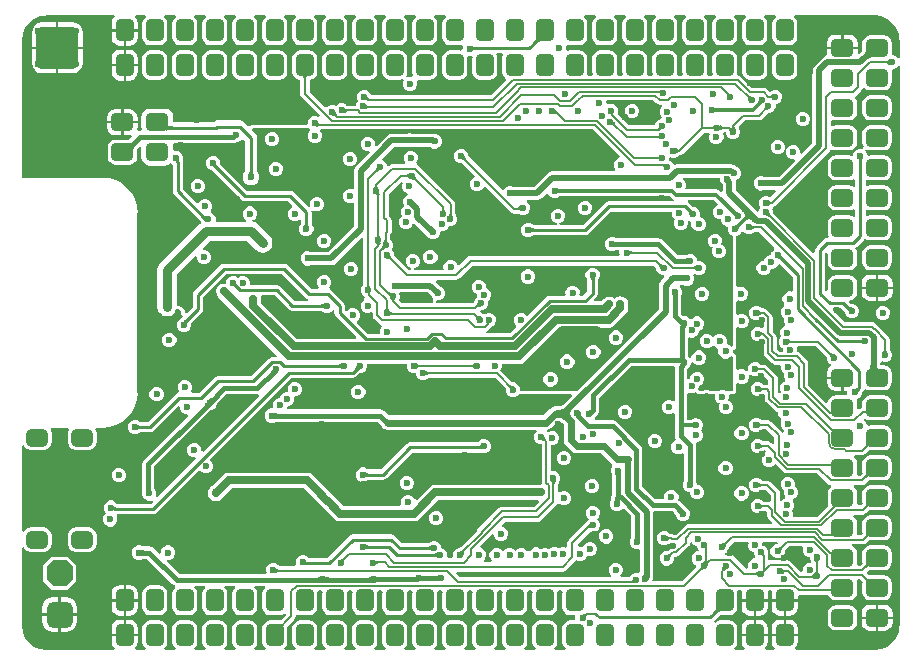
<source format=gbr>
%TF.GenerationSoftware,Altium Limited,Altium Designer,22.7.1 (60)*%
G04 Layer_Physical_Order=3*
G04 Layer_Color=16440176*
%FSLAX45Y45*%
%MOMM*%
%TF.SameCoordinates,2D3331B9-BAF7-4184-A00F-DBC0A2210F31*%
%TF.FilePolarity,Positive*%
%TF.FileFunction,Copper,L3,Inr,Signal*%
%TF.Part,Single*%
G01*
G75*
%TA.AperFunction,Conductor*%
%ADD76C,0.15000*%
%ADD78C,0.30000*%
%ADD79C,0.40000*%
%ADD80C,0.25000*%
%ADD81C,0.20000*%
%ADD84C,0.50000*%
%ADD88C,0.70000*%
%ADD89C,0.75000*%
%ADD91C,0.60000*%
%ADD92C,0.80000*%
%TA.AperFunction,ComponentPad*%
G04:AMPARAMS|DCode=99|XSize=1.8mm|YSize=1.45mm|CornerRadius=0.3625mm|HoleSize=0mm|Usage=FLASHONLY|Rotation=180.000|XOffset=0mm|YOffset=0mm|HoleType=Round|Shape=RoundedRectangle|*
%AMROUNDEDRECTD99*
21,1,1.80000,0.72500,0,0,180.0*
21,1,1.07500,1.45000,0,0,180.0*
1,1,0.72500,-0.53750,0.36250*
1,1,0.72500,0.53750,0.36250*
1,1,0.72500,0.53750,-0.36250*
1,1,0.72500,-0.53750,-0.36250*
%
%ADD99ROUNDEDRECTD99*%
G04:AMPARAMS|DCode=101|XSize=2.2mm|YSize=2.2mm|CornerRadius=0mm|HoleSize=0mm|Usage=FLASHONLY|Rotation=270.000|XOffset=0mm|YOffset=0mm|HoleType=Round|Shape=Octagon|*
%AMOCTAGOND101*
4,1,8,-0.55000,-1.10000,0.55000,-1.10000,1.10000,-0.55000,1.10000,0.55000,0.55000,1.10000,-0.55000,1.10000,-1.10000,0.55000,-1.10000,-0.55000,-0.55000,-1.10000,0.0*
%
%ADD101OCTAGOND101*%

G04:AMPARAMS|DCode=102|XSize=2.2mm|YSize=2.2mm|CornerRadius=0.55mm|HoleSize=0mm|Usage=FLASHONLY|Rotation=270.000|XOffset=0mm|YOffset=0mm|HoleType=Round|Shape=RoundedRectangle|*
%AMROUNDEDRECTD102*
21,1,2.20000,1.10000,0,0,270.0*
21,1,1.10000,2.20000,0,0,270.0*
1,1,1.10000,-0.55000,-0.55000*
1,1,1.10000,-0.55000,0.55000*
1,1,1.10000,0.55000,0.55000*
1,1,1.10000,0.55000,-0.55000*
%
%ADD102ROUNDEDRECTD102*%
%TA.AperFunction,ViaPad*%
%ADD103C,0.60000*%
%TA.AperFunction,ComponentPad*%
G04:AMPARAMS|DCode=104|XSize=1.5mm|YSize=1.9mm|CornerRadius=0.375mm|HoleSize=0mm|Usage=FLASHONLY|Rotation=270.000|XOffset=0mm|YOffset=0mm|HoleType=Round|Shape=RoundedRectangle|*
%AMROUNDEDRECTD104*
21,1,1.50000,1.15000,0,0,270.0*
21,1,0.75000,1.90000,0,0,270.0*
1,1,0.75000,-0.57500,-0.37500*
1,1,0.75000,-0.57500,0.37500*
1,1,0.75000,0.57500,0.37500*
1,1,0.75000,0.57500,-0.37500*
%
%ADD104ROUNDEDRECTD104*%
G04:AMPARAMS|DCode=105|XSize=1.5mm|YSize=1.9mm|CornerRadius=0.375mm|HoleSize=0mm|Usage=FLASHONLY|Rotation=0.000|XOffset=0mm|YOffset=0mm|HoleType=Round|Shape=RoundedRectangle|*
%AMROUNDEDRECTD105*
21,1,1.50000,1.15000,0,0,0.0*
21,1,0.75000,1.90000,0,0,0.0*
1,1,0.75000,0.37500,-0.57500*
1,1,0.75000,-0.37500,-0.57500*
1,1,0.75000,-0.37500,0.57500*
1,1,0.75000,0.37500,0.57500*
%
%ADD105ROUNDEDRECTD105*%
G04:AMPARAMS|DCode=106|XSize=3.6mm|YSize=3.6mm|CornerRadius=0.54mm|HoleSize=0mm|Usage=FLASHONLY|Rotation=0.000|XOffset=0mm|YOffset=0mm|HoleType=Round|Shape=RoundedRectangle|*
%AMROUNDEDRECTD106*
21,1,3.60000,2.52000,0,0,0.0*
21,1,2.52000,3.60000,0,0,0.0*
1,1,1.08000,1.26000,-1.26000*
1,1,1.08000,-1.26000,-1.26000*
1,1,1.08000,-1.26000,1.26000*
1,1,1.08000,1.26000,1.26000*
%
%ADD106ROUNDEDRECTD106*%
G36*
X5548630Y5196038D02*
X5546657Y5197373D01*
X5544219Y5197896D01*
X5541318Y5197607D01*
X5537952Y5196505D01*
X5534123Y5194591D01*
X5529829Y5191865D01*
X5525072Y5188327D01*
X5519851Y5183976D01*
X5508016Y5172838D01*
X5490338Y5190516D01*
X5496313Y5196665D01*
X5505827Y5207572D01*
X5509365Y5212329D01*
X5512091Y5216623D01*
X5514005Y5220452D01*
X5515107Y5223818D01*
X5515396Y5226719D01*
X5514873Y5229157D01*
X5513538Y5231130D01*
X5548630Y5196038D01*
D02*
G37*
G36*
X8434462Y5410484D02*
X8485651Y5389281D01*
X8529609Y5355551D01*
X8563338Y5311594D01*
X8584542Y5260404D01*
X8589867Y5219955D01*
X8591113Y5205471D01*
X8591116Y5205460D01*
X8591116Y5190471D01*
X8591120Y5057416D01*
X8576120Y5054432D01*
X8575688Y5055475D01*
X8558809Y5072354D01*
X8536757Y5081488D01*
X8535268D01*
X8525753Y5093083D01*
X8528322Y5106000D01*
Y5181000D01*
X8523083Y5207337D01*
X8508164Y5229664D01*
X8485837Y5244583D01*
X8459500Y5249822D01*
X8344500D01*
X8318163Y5244583D01*
X8295836Y5229664D01*
X8280917Y5207337D01*
X8275678Y5181000D01*
Y5122872D01*
X8272085Y5117448D01*
X8252360Y5094165D01*
X8238405Y5100899D01*
X8239420Y5106000D01*
Y5133500D01*
X8108000D01*
X7976580D01*
Y5106000D01*
X7979583Y5090905D01*
X7979605Y5090114D01*
X7968200Y5073731D01*
X7958540Y5071809D01*
X7940347Y5059653D01*
X7872260Y4991566D01*
X7860104Y4973373D01*
X7855836Y4951913D01*
Y4926023D01*
X7850000Y4911935D01*
Y4888065D01*
X7853923Y4878596D01*
Y4333938D01*
X7765378Y4245394D01*
X7751319Y4252548D01*
Y4271533D01*
X7742184Y4293586D01*
X7725306Y4310464D01*
X7703253Y4319599D01*
X7679384D01*
X7657331Y4310464D01*
X7640453Y4293586D01*
X7631319Y4271533D01*
Y4247664D01*
X7640453Y4225612D01*
X7657331Y4208733D01*
X7679384Y4199599D01*
X7698370D01*
X7705524Y4185539D01*
X7571043Y4051058D01*
X7440163D01*
X7430693Y4054981D01*
X7406824D01*
X7384771Y4045847D01*
X7367893Y4028968D01*
X7358758Y4006916D01*
Y3983046D01*
X7367893Y3960994D01*
X7384771Y3944116D01*
X7406824Y3934981D01*
X7430693D01*
X7440163Y3938904D01*
X7539941D01*
X7545682Y3925046D01*
X7497963Y3877327D01*
X7496497Y3878398D01*
X7494030Y3880865D01*
X7471977Y3890000D01*
X7448108D01*
X7426056Y3880865D01*
X7409177Y3863987D01*
X7400043Y3841935D01*
Y3818065D01*
X7409177Y3796013D01*
X7415169Y3790021D01*
X7409135Y3783987D01*
X7400000Y3761935D01*
Y3758904D01*
X7386142Y3753163D01*
X7364653Y3774653D01*
X7206077Y3933228D01*
Y4007294D01*
X7203427Y4020618D01*
X7223987Y4029134D01*
X7240866Y4046013D01*
X7250000Y4068065D01*
Y4091935D01*
X7240866Y4113987D01*
X7223987Y4130866D01*
X7209898Y4136701D01*
X7206947Y4139653D01*
X7188754Y4151809D01*
X7167294Y4156077D01*
X6710000D01*
X6688540Y4151809D01*
X6688478Y4151767D01*
X6674124Y4156121D01*
X6670865Y4163987D01*
X6653987Y4180866D01*
X6638101Y4187446D01*
X6642500Y4198065D01*
Y4206928D01*
X6654972Y4215262D01*
X6663881Y4211571D01*
X6687750D01*
X6709803Y4220706D01*
X6712280Y4223183D01*
X6715891Y4225849D01*
X6722444Y4230404D01*
X6727189Y4233337D01*
X6727484D01*
X6742116Y4236247D01*
X6754520Y4244536D01*
X6935277Y4425293D01*
X6935432Y4425398D01*
X6935695Y4425547D01*
X6935920Y4425652D01*
X6936155Y4425738D01*
X6936445Y4425818D01*
X6936628Y4425853D01*
X6974921D01*
X6984944Y4410852D01*
X6981126Y4401635D01*
Y4377766D01*
X6990260Y4355713D01*
X7007138Y4338835D01*
X7029191Y4329701D01*
X7053060D01*
X7075113Y4338835D01*
X7091991Y4355713D01*
X7101125Y4377766D01*
Y4401635D01*
X7095364Y4415545D01*
X7106270Y4428414D01*
X7122955D01*
X7123522Y4425643D01*
X7124136Y4421566D01*
Y4418065D01*
X7133270Y4396013D01*
X7150148Y4379134D01*
X7172201Y4370000D01*
X7196070D01*
X7218123Y4379134D01*
X7235001Y4396013D01*
X7244135Y4418065D01*
Y4441935D01*
X7235001Y4463987D01*
X7232524Y4466465D01*
X7229858Y4470076D01*
X7227516Y4473444D01*
X7285837Y4531766D01*
X7401722D01*
X7416354Y4534676D01*
X7428758Y4542964D01*
X7472392Y4586598D01*
X7486100Y4589407D01*
X7490177Y4590021D01*
X7493677D01*
X7515730Y4599155D01*
X7532608Y4616033D01*
X7541743Y4638086D01*
Y4661955D01*
X7547118Y4670000D01*
X7551935D01*
X7573987Y4679134D01*
X7590865Y4696013D01*
X7600000Y4718065D01*
Y4741935D01*
X7590865Y4763987D01*
X7573987Y4780865D01*
X7551935Y4790000D01*
X7528065D01*
X7506013Y4780865D01*
X7503536Y4778389D01*
X7499927Y4775724D01*
X7493366Y4771164D01*
X7493083Y4770989D01*
X7472036Y4792036D01*
X7459632Y4800324D01*
X7445000Y4803234D01*
X7340837D01*
X7247036Y4897036D01*
X7234632Y4905324D01*
X7226091Y4907023D01*
X7225968Y4907076D01*
X7216484Y4919190D01*
X7215186Y4923235D01*
X7218322Y4939000D01*
Y5054000D01*
X7213083Y5080337D01*
X7198164Y5102664D01*
X7175837Y5117583D01*
X7149500Y5122822D01*
X7074500D01*
X7048163Y5117583D01*
X7025836Y5102664D01*
X7010917Y5080337D01*
X7005678Y5054000D01*
Y4939000D01*
X7008814Y4923235D01*
X6997209Y4908234D01*
X6972791D01*
X6961186Y4923235D01*
X6964322Y4939000D01*
Y5054000D01*
X6959083Y5080337D01*
X6944164Y5102664D01*
X6921837Y5117583D01*
X6895500Y5122822D01*
X6820500D01*
X6794163Y5117583D01*
X6771836Y5102664D01*
X6756917Y5080337D01*
X6751678Y5054000D01*
Y4939000D01*
X6754814Y4923235D01*
X6743209Y4908234D01*
X6718791D01*
X6707186Y4923235D01*
X6710322Y4939000D01*
Y5054000D01*
X6705083Y5080337D01*
X6690164Y5102664D01*
X6667837Y5117583D01*
X6641500Y5122822D01*
X6566500D01*
X6540163Y5117583D01*
X6517836Y5102664D01*
X6502917Y5080337D01*
X6497678Y5054000D01*
Y4939000D01*
X6500814Y4923235D01*
X6489209Y4908234D01*
X6464791D01*
X6453186Y4923235D01*
X6456322Y4939000D01*
Y5054000D01*
X6451083Y5080337D01*
X6436164Y5102664D01*
X6413837Y5117583D01*
X6387500Y5122822D01*
X6312500D01*
X6286163Y5117583D01*
X6263836Y5102664D01*
X6248917Y5080337D01*
X6243678Y5054000D01*
Y4939000D01*
X6246814Y4923235D01*
X6235209Y4908234D01*
X6210791D01*
X6199186Y4923235D01*
X6202322Y4939000D01*
Y5054000D01*
X6197083Y5080337D01*
X6182164Y5102664D01*
X6159837Y5117583D01*
X6133500Y5122822D01*
X6058500D01*
X6032163Y5117583D01*
X6009836Y5102664D01*
X5994917Y5080337D01*
X5989678Y5054000D01*
Y4939000D01*
X5992814Y4923235D01*
X5981209Y4908234D01*
X5956791D01*
X5945186Y4923235D01*
X5948322Y4939000D01*
Y5054000D01*
X5943083Y5080337D01*
X5928164Y5102664D01*
X5905837Y5117583D01*
X5879500Y5122822D01*
X5804500D01*
X5782930Y5118532D01*
X5776461Y5123262D01*
X5772091Y5127526D01*
X5770469Y5130183D01*
Y5151513D01*
X5767602Y5158433D01*
X5774879Y5166001D01*
X5779390Y5169173D01*
X5804500Y5164178D01*
X5879500D01*
X5905837Y5169417D01*
X5928164Y5184336D01*
X5943083Y5206663D01*
X5948322Y5233000D01*
Y5348000D01*
X5943083Y5374337D01*
X5928164Y5396664D01*
X5920096Y5402056D01*
X5924646Y5417056D01*
X6013354D01*
X6017904Y5402056D01*
X6009836Y5396664D01*
X5994917Y5374337D01*
X5989678Y5348000D01*
Y5233000D01*
X5994917Y5206663D01*
X6009836Y5184336D01*
X6032163Y5169417D01*
X6058500Y5164178D01*
X6133500D01*
X6159837Y5169417D01*
X6182164Y5184336D01*
X6197083Y5206663D01*
X6202322Y5233000D01*
Y5348000D01*
X6197083Y5374337D01*
X6182164Y5396664D01*
X6174096Y5402056D01*
X6178646Y5417056D01*
X6267354D01*
X6271904Y5402056D01*
X6263836Y5396664D01*
X6248917Y5374337D01*
X6243678Y5348000D01*
Y5233000D01*
X6248917Y5206663D01*
X6263836Y5184336D01*
X6286163Y5169417D01*
X6312500Y5164178D01*
X6387500D01*
X6413837Y5169417D01*
X6436164Y5184336D01*
X6451083Y5206663D01*
X6456322Y5233000D01*
Y5348000D01*
X6451083Y5374337D01*
X6436164Y5396664D01*
X6428096Y5402056D01*
X6432646Y5417056D01*
X6521354D01*
X6525904Y5402056D01*
X6517836Y5396664D01*
X6502917Y5374337D01*
X6497678Y5348000D01*
Y5233000D01*
X6502917Y5206663D01*
X6517836Y5184336D01*
X6540163Y5169417D01*
X6566500Y5164178D01*
X6641500D01*
X6667837Y5169417D01*
X6690164Y5184336D01*
X6705083Y5206663D01*
X6710322Y5233000D01*
Y5348000D01*
X6705083Y5374337D01*
X6690164Y5396664D01*
X6682096Y5402056D01*
X6686646Y5417056D01*
X6775354D01*
X6779904Y5402056D01*
X6771836Y5396664D01*
X6756917Y5374337D01*
X6751678Y5348000D01*
Y5233000D01*
X6756917Y5206663D01*
X6771836Y5184336D01*
X6794163Y5169417D01*
X6820500Y5164178D01*
X6895500D01*
X6921837Y5169417D01*
X6944164Y5184336D01*
X6959083Y5206663D01*
X6964322Y5233000D01*
Y5348000D01*
X6959083Y5374337D01*
X6944164Y5396664D01*
X6936096Y5402056D01*
X6940646Y5417056D01*
X7029354D01*
X7033904Y5402056D01*
X7025836Y5396664D01*
X7010917Y5374337D01*
X7005678Y5348000D01*
Y5233000D01*
X7010917Y5206663D01*
X7025836Y5184336D01*
X7048163Y5169417D01*
X7074500Y5164178D01*
X7149500D01*
X7175837Y5169417D01*
X7198164Y5184336D01*
X7213083Y5206663D01*
X7218322Y5233000D01*
Y5348000D01*
X7213083Y5374337D01*
X7198164Y5396664D01*
X7190096Y5402056D01*
X7194646Y5417056D01*
X7283354D01*
X7287904Y5402056D01*
X7279836Y5396664D01*
X7264917Y5374337D01*
X7259678Y5348000D01*
Y5233000D01*
X7264917Y5206663D01*
X7279836Y5184336D01*
X7302163Y5169417D01*
X7328500Y5164178D01*
X7403500D01*
X7429837Y5169417D01*
X7452164Y5184336D01*
X7467083Y5206663D01*
X7472322Y5233000D01*
Y5348000D01*
X7467083Y5374337D01*
X7452164Y5396664D01*
X7444096Y5402056D01*
X7448646Y5417056D01*
X7537354D01*
X7541904Y5402056D01*
X7533836Y5396664D01*
X7518917Y5374337D01*
X7513678Y5348000D01*
Y5233000D01*
X7518917Y5206663D01*
X7533836Y5184336D01*
X7556163Y5169417D01*
X7582500Y5164178D01*
X7657500D01*
X7683837Y5169417D01*
X7706164Y5184336D01*
X7721083Y5206663D01*
X7726322Y5233000D01*
Y5348000D01*
X7721083Y5374337D01*
X7706164Y5396664D01*
X7698096Y5402056D01*
X7702646Y5417056D01*
X8379531D01*
X8381527Y5417453D01*
X8434462Y5410484D01*
D02*
G37*
G36*
X4747904Y5402056D02*
X4739836Y5396664D01*
X4724917Y5374337D01*
X4719678Y5348000D01*
Y5233000D01*
X4724917Y5206663D01*
X4739836Y5184336D01*
X4762163Y5169417D01*
X4788500Y5164178D01*
X4863500D01*
X4884170Y5168289D01*
X4895310Y5156815D01*
X4895486Y5156411D01*
X4892487Y5149171D01*
Y5132350D01*
X4881053Y5120773D01*
X4878629Y5119813D01*
X4863500Y5122822D01*
X4788500D01*
X4762163Y5117583D01*
X4739836Y5102664D01*
X4724917Y5080337D01*
X4719678Y5054000D01*
Y4939000D01*
X4724917Y4912663D01*
X4739836Y4890336D01*
X4762163Y4875417D01*
X4788500Y4870178D01*
X4863500D01*
X4889837Y4875417D01*
X4912164Y4890336D01*
X4927083Y4912663D01*
X4932322Y4939000D01*
Y5054000D01*
X4930066Y5065344D01*
X4935793Y5071839D01*
X4942994Y5077236D01*
X4963006D01*
X4965257Y5076414D01*
X4976027Y5065807D01*
X4973678Y5054000D01*
Y4939000D01*
X4978917Y4912663D01*
X4993836Y4890336D01*
X5016163Y4875417D01*
X5042500Y4870178D01*
X5117500D01*
X5143837Y4875417D01*
X5166164Y4890336D01*
X5181083Y4912663D01*
X5186322Y4939000D01*
Y5054000D01*
X5181083Y5080337D01*
X5179011Y5083439D01*
X5186082Y5096667D01*
X5227918D01*
X5234989Y5083439D01*
X5232917Y5080337D01*
X5227678Y5054000D01*
Y4939000D01*
X5232917Y4912663D01*
X5247836Y4890336D01*
X5258881Y4882955D01*
X5260351Y4868028D01*
X5133108Y4740784D01*
X4120034D01*
X4120000Y4740884D01*
Y4741935D01*
X4118677Y4745127D01*
X4118473Y4745860D01*
X4117922Y4746951D01*
X4110866Y4763987D01*
X4093987Y4780865D01*
X4071935Y4790000D01*
X4048065D01*
X4026013Y4780865D01*
X4009134Y4763987D01*
X4000000Y4741935D01*
Y4718065D01*
X4009134Y4696013D01*
X4010147Y4695000D01*
X3999134Y4683987D01*
X3990000Y4661935D01*
Y4653283D01*
X3918271D01*
X3917932Y4653439D01*
X3916893Y4653987D01*
X3908941Y4659080D01*
X3906454Y4660898D01*
X3903987Y4663365D01*
X3881935Y4672500D01*
X3858065D01*
X3836013Y4663365D01*
X3823652Y4651004D01*
X3801935Y4660000D01*
X3778065D01*
X3756013Y4650865D01*
X3748103Y4642956D01*
X3727568Y4642277D01*
X3596784Y4773062D01*
Y4870831D01*
X3619837Y4875417D01*
X3642164Y4890336D01*
X3657083Y4912663D01*
X3662322Y4939000D01*
Y5054000D01*
X3657083Y5080337D01*
X3642164Y5102664D01*
X3619837Y5117583D01*
X3593500Y5122822D01*
X3518500D01*
X3492163Y5117583D01*
X3469836Y5102664D01*
X3454917Y5080337D01*
X3449678Y5054000D01*
Y4939000D01*
X3454917Y4912663D01*
X3469836Y4890336D01*
X3492163Y4875417D01*
X3515216Y4870831D01*
Y4756170D01*
X3515216Y4756169D01*
X3518321Y4740562D01*
X3527162Y4727330D01*
X3681911Y4572581D01*
X3673985Y4560864D01*
X3651932Y4569998D01*
X3628063D01*
X3606011Y4560864D01*
X3589132Y4543986D01*
X3579998Y4521933D01*
Y4505588D01*
X3568095Y4490587D01*
X3115758Y4490588D01*
X3104052Y4488259D01*
X3094129Y4481629D01*
X3076385Y4480212D01*
X3075465Y4480695D01*
X3043309Y4512850D01*
X3025944Y4524454D01*
X3005459Y4528528D01*
X2815001D01*
X2794517Y4524454D01*
X2786147Y4518861D01*
X2442518D01*
Y4549900D01*
X2436503Y4580139D01*
X2419374Y4605774D01*
X2393739Y4622903D01*
X2363500Y4628918D01*
X2248500D01*
X2218261Y4622903D01*
X2192626Y4605774D01*
X2175497Y4580139D01*
X2169482Y4549900D01*
Y4474900D01*
X2173668Y4453855D01*
X2162965Y4439204D01*
X2148054Y4437229D01*
X2141346Y4443363D01*
X2141148Y4443601D01*
X2138308Y4449198D01*
X2143420Y4474900D01*
Y4502400D01*
X2022000D01*
Y4400980D01*
X2069500D01*
X2084191Y4403902D01*
X2091581Y4390078D01*
X2086085Y4384583D01*
X2071039Y4371317D01*
X2064532Y4366361D01*
X2062044Y4364722D01*
X1954500D01*
X1928163Y4359483D01*
X1905836Y4344564D01*
X1890917Y4322237D01*
X1885678Y4295900D01*
Y4220900D01*
X1890917Y4194563D01*
X1905836Y4172235D01*
X1928163Y4157317D01*
X1954500Y4152078D01*
X2069500D01*
X2095837Y4157317D01*
X2118164Y4172235D01*
X2133083Y4194563D01*
X2138322Y4220900D01*
Y4288444D01*
X2139531Y4290280D01*
X2148102Y4300418D01*
X2167494Y4300123D01*
X2169756Y4297276D01*
X2169482Y4295900D01*
Y4220900D01*
X2175497Y4190661D01*
X2192626Y4165026D01*
X2218261Y4147897D01*
X2248500Y4141882D01*
X2363500D01*
X2393739Y4147897D01*
X2419374Y4165025D01*
X2424267Y4165508D01*
X2433811Y4155963D01*
X2436668Y4154780D01*
Y3930000D01*
X2439966Y3913417D01*
X2449360Y3899359D01*
X2674719Y3674000D01*
X2674594Y3658183D01*
X2672650Y3654577D01*
X2662323Y3647676D01*
X2332321Y3317674D01*
X2314640Y3291212D01*
X2308431Y3259998D01*
Y2949999D01*
X2314640Y2918785D01*
X2332321Y2892323D01*
X2358783Y2874641D01*
X2389998Y2868432D01*
X2421212Y2874641D01*
X2447674Y2892323D01*
X2465356Y2918785D01*
X2467625Y2930196D01*
X2471565Y2929412D01*
X2485851D01*
X2496661Y2924934D01*
X2504935Y2916660D01*
X2509412Y2905851D01*
Y2901965D01*
X2511740Y2890260D01*
X2515886Y2884055D01*
X2518371Y2880336D01*
X2521274Y2864569D01*
X2520904Y2861801D01*
X2520626Y2861609D01*
X2517904Y2860032D01*
X2517455Y2859816D01*
X2514225Y2858544D01*
X2512478Y2857994D01*
X2510164Y2856727D01*
X2496013Y2850866D01*
X2479134Y2833987D01*
X2470000Y2811935D01*
Y2788065D01*
X2479134Y2766013D01*
X2496013Y2749134D01*
X2518065Y2740000D01*
X2541935D01*
X2563987Y2749134D01*
X2580866Y2766013D01*
X2590000Y2788065D01*
Y2801088D01*
X2590439Y2804158D01*
X2590302Y2806671D01*
X2590312Y2807951D01*
X2590357Y2808547D01*
X2680641Y2898830D01*
X2690034Y2912888D01*
X2693332Y2929471D01*
Y3032051D01*
X2887949Y3226668D01*
X3362051D01*
X3559359Y3029359D01*
X3573417Y3019966D01*
X3581634Y3018332D01*
X3580157Y3003332D01*
X3467950D01*
X3350640Y3120640D01*
X3336583Y3130034D01*
X3320000Y3133332D01*
X3094479D01*
X3091317Y3138066D01*
Y3161935D01*
X3082183Y3183987D01*
X3065304Y3200866D01*
X3043252Y3210000D01*
X3019382D01*
X2997330Y3200866D01*
X2990658Y3194194D01*
X2983987Y3200866D01*
X2961935Y3210000D01*
X2938065D01*
X2916013Y3200866D01*
X2899134Y3183987D01*
X2890000Y3161935D01*
Y3154117D01*
X2878405Y3144601D01*
X2870000Y3146273D01*
X2844638Y3141228D01*
X2823138Y3126862D01*
X2808772Y3105362D01*
X2803727Y3080000D01*
X2808772Y3054638D01*
X2823138Y3033138D01*
X3319085Y2537191D01*
X3313345Y2523333D01*
X3280000D01*
X3263417Y2520034D01*
X3249359Y2510641D01*
X3102051Y2363332D01*
X2820000D01*
X2803417Y2360034D01*
X2789359Y2350641D01*
X2662051Y2223332D01*
X2597784D01*
X2591826Y2238332D01*
X2600000Y2258065D01*
Y2281935D01*
X2590866Y2303987D01*
X2573987Y2320866D01*
X2551935Y2330000D01*
X2528065D01*
X2506013Y2320866D01*
X2489134Y2303987D01*
X2480000Y2281935D01*
Y2258065D01*
X2488407Y2237769D01*
X2487950Y2233346D01*
X2482611Y2221322D01*
X2476133Y2220034D01*
X2462075Y2210641D01*
X2224767Y1973332D01*
X2164991D01*
X2164343Y1973581D01*
X2163247Y1974083D01*
X2162198Y1974638D01*
X2158139Y1977188D01*
X2156439Y1978414D01*
X2153987Y1980865D01*
X2131935Y1990000D01*
X2108065D01*
X2086013Y1980865D01*
X2069135Y1963987D01*
X2060000Y1941935D01*
Y1918065D01*
X2069135Y1896013D01*
X2086013Y1879134D01*
X2108065Y1870000D01*
X2131935D01*
X2153987Y1879134D01*
X2156439Y1881586D01*
X2158142Y1882814D01*
X2162196Y1885361D01*
X2163246Y1885916D01*
X2164343Y1886419D01*
X2164991Y1886668D01*
X2242716D01*
X2259299Y1889966D01*
X2273356Y1899359D01*
X2485000Y2111003D01*
X2500000Y2104790D01*
Y2088065D01*
X2509134Y2066013D01*
X2526013Y2049135D01*
X2548065Y2040000D01*
X2556692D01*
X2562905Y2025000D01*
X2193952Y1656047D01*
X2182901Y1639508D01*
X2179021Y1619999D01*
Y1385412D01*
X2180000Y1380487D01*
Y1358065D01*
X2189135Y1336013D01*
X2206013Y1319134D01*
X2228065Y1310000D01*
X2251935D01*
X2261446Y1313939D01*
X2269942Y1301223D01*
X2252052Y1283332D01*
X1965320D01*
X1964657Y1284935D01*
X1947778Y1301813D01*
X1925726Y1310948D01*
X1901856D01*
X1879804Y1301813D01*
X1862926Y1284935D01*
X1853791Y1262882D01*
Y1239013D01*
X1862926Y1216960D01*
X1876512Y1203375D01*
X1876013Y1200865D01*
X1859134Y1183987D01*
X1850000Y1161935D01*
Y1138065D01*
X1859134Y1116013D01*
X1876013Y1099134D01*
X1898065Y1090000D01*
X1921935D01*
X1943987Y1099134D01*
X1960866Y1116013D01*
X1970000Y1138065D01*
Y1161935D01*
X1961826Y1181668D01*
X1967784Y1196668D01*
X2270001D01*
X2286583Y1199966D01*
X2300641Y1209360D01*
X2655060Y1563778D01*
X2673821Y1561326D01*
X2686013Y1549135D01*
X2708065Y1540000D01*
X2731935D01*
X2753987Y1549135D01*
X2770865Y1566013D01*
X2780000Y1588065D01*
Y1611935D01*
X2770865Y1633987D01*
X2753987Y1650865D01*
X2752023Y1660741D01*
X3440449Y2349168D01*
X3962500D01*
X3979083Y2352466D01*
X3993141Y2361859D01*
X4018827Y2387545D01*
X4019461Y2387828D01*
X4020594Y2388249D01*
X4021726Y2388598D01*
X4026394Y2389664D01*
X4028470Y2390000D01*
X4031935D01*
X4053987Y2399134D01*
X4070866Y2416013D01*
X4080000Y2438065D01*
Y2461934D01*
X4081198Y2463727D01*
X4418802D01*
X4420001Y2461932D01*
Y2438063D01*
X4429136Y2416010D01*
X4446014Y2399132D01*
X4468067Y2389998D01*
X4491936D01*
X4493348Y2389054D01*
X4500341Y2377243D01*
X4509136Y2356011D01*
X4526014Y2339132D01*
X4548066Y2329998D01*
X4571936D01*
X4593988Y2339132D01*
X4596466Y2341609D01*
X4600077Y2344276D01*
X4606630Y2348830D01*
X4611375Y2351763D01*
X5164165D01*
X5256577Y2259351D01*
X5259387Y2245643D01*
X5260000Y2241566D01*
Y2238065D01*
X5269134Y2216013D01*
X5286013Y2199135D01*
X5308065Y2190000D01*
X5331935D01*
X5353987Y2199135D01*
X5367275Y2212422D01*
X5368295Y2211741D01*
X5380000Y2209412D01*
X5810509D01*
X5816249Y2195554D01*
X5747303Y2126608D01*
X5742529Y2122934D01*
X5736473Y2119067D01*
X5730010Y2115689D01*
X5723076Y2112786D01*
X5715625Y2110363D01*
X5707608Y2108432D01*
X5698990Y2107017D01*
X5692697Y2106424D01*
X5675249D01*
X5651838Y2101768D01*
X5631992Y2088506D01*
X5574661Y2031176D01*
X4265509D01*
X4230638Y2066046D01*
X4214099Y2077097D01*
X4194590Y2080978D01*
X3415016D01*
X3407082Y2092853D01*
X3413663Y2106852D01*
X3420500D01*
X3442552Y2115986D01*
X3459430Y2132865D01*
X3468565Y2154917D01*
Y2178786D01*
X3476704Y2190967D01*
X3483601D01*
X3505654Y2200102D01*
X3522532Y2216980D01*
X3531666Y2239033D01*
Y2262902D01*
X3522532Y2284955D01*
X3505654Y2301833D01*
X3483601Y2310967D01*
X3459732D01*
X3437679Y2301833D01*
X3420801Y2284955D01*
X3411667Y2262902D01*
Y2239033D01*
X3403527Y2226852D01*
X3396630D01*
X3374578Y2217717D01*
X3357699Y2200839D01*
X3349068Y2180000D01*
X3338065D01*
X3316013Y2170866D01*
X3299134Y2153987D01*
X3290000Y2131935D01*
Y2108065D01*
X3291276Y2104984D01*
X3281248Y2089998D01*
X3267373D01*
X3245320Y2080864D01*
X3228442Y2063986D01*
X3219308Y2041933D01*
Y2018064D01*
X3228442Y1996011D01*
X3245320Y1979133D01*
X3267373Y1969999D01*
X3291242D01*
X3313020Y1979019D01*
X4173473D01*
X4202880Y1949612D01*
X4203481Y1946589D01*
X4206829Y1941579D01*
X4209135Y1936013D01*
X4213395Y1931752D01*
X4216743Y1926743D01*
X4221752Y1923395D01*
X4226013Y1919135D01*
X4231579Y1916829D01*
X4236589Y1913481D01*
X4242500Y1912306D01*
X4248065Y1910000D01*
X4254090D01*
X4260000Y1908825D01*
X5512759D01*
X5518972Y1893825D01*
X5509135Y1883987D01*
X5500000Y1861935D01*
Y1838065D01*
X5509135Y1816013D01*
X5526013Y1799135D01*
X5548065Y1790000D01*
X5551568D01*
X5556008Y1789332D01*
X5561766Y1788296D01*
Y1460381D01*
X5561754Y1459950D01*
X5561517Y1458915D01*
X5549308Y1445738D01*
X4659465D01*
X4634103Y1440693D01*
X4612602Y1426327D01*
X4503858Y1317583D01*
X4486191Y1321129D01*
X4480866Y1333987D01*
X4463987Y1350865D01*
X4441935Y1360000D01*
X4418065D01*
X4396013Y1350865D01*
X4379134Y1333987D01*
X4370000Y1311935D01*
Y1288065D01*
X4373861Y1278745D01*
X4365527Y1266273D01*
X3884221D01*
X3797327Y1353167D01*
X3793669Y1356830D01*
X3793650Y1356843D01*
X3793637Y1356862D01*
X3698635Y1451863D01*
X3698635Y1451864D01*
X3623634Y1526864D01*
X3602134Y1541231D01*
X3576772Y1546275D01*
X2910002D01*
X2884640Y1541231D01*
X2863140Y1526864D01*
X2767939Y1431663D01*
X2766013Y1430866D01*
X2749134Y1413987D01*
X2745738Y1405788D01*
X2738772Y1395362D01*
X2733727Y1370000D01*
X2738772Y1344638D01*
X2753138Y1323138D01*
X2774638Y1308772D01*
X2800000Y1303727D01*
X2825362Y1308772D01*
X2846862Y1323138D01*
X2937453Y1413729D01*
X3549321D01*
X3604911Y1358139D01*
X3604912Y1358138D01*
X3699880Y1263170D01*
X3703537Y1259508D01*
X3703557Y1259495D01*
X3703570Y1259475D01*
X3809907Y1153138D01*
X3831408Y1138771D01*
X3856769Y1133727D01*
X4480000D01*
X4505362Y1138771D01*
X4526862Y1153138D01*
X4686916Y1313191D01*
X5529522D01*
X5535262Y1299333D01*
X5494163Y1258234D01*
X5225563D01*
X5210932Y1255324D01*
X5198528Y1247036D01*
X5025051Y1073559D01*
X5016763Y1061155D01*
X5015680Y1055714D01*
X4874378Y914411D01*
X4860248Y910000D01*
X4858065D01*
X4836013Y900866D01*
X4819134Y883987D01*
X4810000Y861935D01*
Y838066D01*
X4801794Y825784D01*
X4768206D01*
X4760000Y838066D01*
Y861935D01*
X4750866Y883987D01*
X4733987Y900866D01*
X4711935Y910000D01*
X4710000D01*
Y921935D01*
X4700866Y943987D01*
X4683987Y960865D01*
X4661935Y970000D01*
X4638065D01*
X4616013Y960865D01*
X4613562Y958414D01*
X4611858Y957186D01*
X4607804Y954639D01*
X4606754Y954084D01*
X4605657Y953581D01*
X4605009Y953332D01*
X4377949D01*
X4320640Y1010641D01*
X4306582Y1020034D01*
X4290000Y1023332D01*
X3960000D01*
X3943418Y1020034D01*
X3929360Y1010641D01*
X3742051Y823332D01*
X3591137D01*
X3590866Y823987D01*
X3573987Y840865D01*
X3551935Y850000D01*
X3528065D01*
X3506013Y840865D01*
X3489135Y823987D01*
X3480000Y801935D01*
Y778065D01*
X3483016Y770784D01*
X3472993Y755784D01*
X3340484D01*
X3339726Y756355D01*
X3335754Y759886D01*
X3333519Y762150D01*
X3330986Y763867D01*
X3323987Y770866D01*
X3301935Y780000D01*
X3278065D01*
X3256013Y770866D01*
X3239134Y753987D01*
X3230000Y731935D01*
Y708065D01*
X3231911Y703451D01*
X3223578Y690980D01*
X2491117D01*
X2386411Y795685D01*
X2393309Y810000D01*
X2411935D01*
X2433987Y819135D01*
X2450866Y836013D01*
X2460000Y858065D01*
Y881935D01*
X2450866Y903987D01*
X2433987Y920866D01*
X2411935Y930000D01*
X2388065D01*
X2366013Y920866D01*
X2349134Y903987D01*
X2340000Y881935D01*
Y863309D01*
X2325685Y856411D01*
X2276048Y906048D01*
X2259509Y917099D01*
X2240000Y920980D01*
X2183712D01*
X2161935Y930000D01*
X2138065D01*
X2116013Y920866D01*
X2099134Y903987D01*
X2090000Y881935D01*
Y858065D01*
X2099134Y836013D01*
X2116013Y819135D01*
X2138065Y810000D01*
X2161935D01*
X2183712Y819020D01*
X2218884D01*
X2433952Y603952D01*
X2450491Y592901D01*
X2457908Y591426D01*
X2461075Y575502D01*
X2453836Y570664D01*
X2438917Y548337D01*
X2433678Y522000D01*
Y407000D01*
X2438917Y380663D01*
X2453836Y358336D01*
X2476163Y343417D01*
X2502500Y338178D01*
X2577500D01*
X2603837Y343417D01*
X2626164Y358336D01*
X2641083Y380663D01*
X2646322Y407000D01*
Y522000D01*
X2641083Y548337D01*
X2626164Y570664D01*
X2621142Y574020D01*
X2625692Y589020D01*
X2708308D01*
X2712858Y574020D01*
X2707836Y570664D01*
X2692917Y548337D01*
X2687678Y522000D01*
Y407000D01*
X2692917Y380663D01*
X2707836Y358336D01*
X2730163Y343417D01*
X2756500Y338178D01*
X2831500D01*
X2857837Y343417D01*
X2880164Y358336D01*
X2895083Y380663D01*
X2900322Y407000D01*
Y522000D01*
X2895083Y548337D01*
X2880164Y570664D01*
X2875142Y574020D01*
X2879692Y589020D01*
X2962308D01*
X2966858Y574020D01*
X2961836Y570664D01*
X2946917Y548337D01*
X2941678Y522000D01*
Y407000D01*
X2946917Y380663D01*
X2961836Y358336D01*
X2984163Y343417D01*
X3010500Y338178D01*
X3085500D01*
X3111837Y343417D01*
X3134164Y358336D01*
X3149083Y380663D01*
X3154322Y407000D01*
Y522000D01*
X3149083Y548337D01*
X3134164Y570664D01*
X3129142Y574020D01*
X3133692Y589020D01*
X3216308D01*
X3220858Y574020D01*
X3215836Y570664D01*
X3200917Y548337D01*
X3195678Y522000D01*
Y407000D01*
X3200917Y380663D01*
X3215836Y358336D01*
X3238163Y343417D01*
X3264500Y338178D01*
X3339500D01*
X3365837Y343417D01*
X3378742Y352039D01*
X3395550Y345604D01*
X3396918Y339489D01*
X3351803Y294375D01*
X3339500Y296822D01*
X3264500D01*
X3238163Y291583D01*
X3215836Y276664D01*
X3200917Y254337D01*
X3195678Y228000D01*
Y113000D01*
X3200917Y86663D01*
X3215836Y64336D01*
X3223904Y58944D01*
X3219354Y43944D01*
X3130646D01*
X3126096Y58944D01*
X3134164Y64336D01*
X3149083Y86663D01*
X3154322Y113000D01*
Y228000D01*
X3149083Y254337D01*
X3134164Y276664D01*
X3111837Y291583D01*
X3085500Y296822D01*
X3010500D01*
X2984163Y291583D01*
X2961836Y276664D01*
X2946917Y254337D01*
X2941678Y228000D01*
Y113000D01*
X2946917Y86663D01*
X2961836Y64336D01*
X2969904Y58944D01*
X2965354Y43944D01*
X2876646D01*
X2872096Y58944D01*
X2880164Y64336D01*
X2895083Y86663D01*
X2900322Y113000D01*
Y228000D01*
X2895083Y254337D01*
X2880164Y276664D01*
X2857837Y291583D01*
X2831500Y296822D01*
X2756500D01*
X2730163Y291583D01*
X2707836Y276664D01*
X2692917Y254337D01*
X2687678Y228000D01*
Y113000D01*
X2692917Y86663D01*
X2707836Y64336D01*
X2715904Y58944D01*
X2711354Y43944D01*
X2622646D01*
X2618096Y58944D01*
X2626164Y64336D01*
X2641083Y86663D01*
X2646322Y113000D01*
Y228000D01*
X2641083Y254337D01*
X2626164Y276664D01*
X2603837Y291583D01*
X2577500Y296822D01*
X2502500D01*
X2476163Y291583D01*
X2453836Y276664D01*
X2438917Y254337D01*
X2433678Y228000D01*
Y113000D01*
X2438917Y86663D01*
X2453836Y64336D01*
X2461904Y58944D01*
X2457354Y43944D01*
X2368646D01*
X2364096Y58944D01*
X2372164Y64336D01*
X2387083Y86663D01*
X2392322Y113000D01*
Y228000D01*
X2387083Y254337D01*
X2372164Y276664D01*
X2349837Y291583D01*
X2323500Y296822D01*
X2248500D01*
X2222163Y291583D01*
X2199836Y276664D01*
X2184917Y254337D01*
X2179678Y228000D01*
Y113000D01*
X2184917Y86663D01*
X2199836Y64336D01*
X2207904Y58944D01*
X2203354Y43944D01*
X2123646D01*
X2119096Y58944D01*
X2121769Y60731D01*
X2137793Y84712D01*
X2143420Y113000D01*
Y160500D01*
X1920580D01*
Y113000D01*
X1926207Y84712D01*
X1942231Y60731D01*
X1944904Y58944D01*
X1940354Y43944D01*
X1371600D01*
X1369643Y43555D01*
X1317066Y50477D01*
X1266249Y71526D01*
X1222611Y105011D01*
X1189126Y148649D01*
X1168077Y199466D01*
X1161155Y252043D01*
X1161544Y254000D01*
Y906011D01*
X1175454Y914991D01*
X1176544Y914852D01*
X1190487Y893986D01*
X1212401Y879344D01*
X1238250Y874202D01*
X1345750D01*
X1371599Y879344D01*
X1393513Y893986D01*
X1408156Y915900D01*
X1413298Y941750D01*
Y1014250D01*
X1408156Y1040099D01*
X1393513Y1062013D01*
X1371599Y1076656D01*
X1345750Y1081798D01*
X1238250D01*
X1212401Y1076656D01*
X1190487Y1062013D01*
X1176544Y1041148D01*
X1175454Y1041009D01*
X1161544Y1049989D01*
Y1770011D01*
X1175454Y1778991D01*
X1176544Y1778852D01*
X1190487Y1757986D01*
X1212401Y1743344D01*
X1238250Y1738202D01*
X1345750D01*
X1371599Y1743344D01*
X1393513Y1757986D01*
X1408156Y1779900D01*
X1413298Y1805750D01*
Y1878250D01*
X1408156Y1904099D01*
X1403327Y1911327D01*
X1410397Y1924556D01*
X1553602D01*
X1560673Y1911327D01*
X1555844Y1904099D01*
X1550702Y1878250D01*
Y1805750D01*
X1555844Y1779900D01*
X1570487Y1757986D01*
X1592401Y1743344D01*
X1618250Y1738202D01*
X1725750D01*
X1751599Y1743344D01*
X1773513Y1757986D01*
X1788156Y1779900D01*
X1793298Y1805750D01*
Y1878250D01*
X1788156Y1904099D01*
X1783327Y1911327D01*
X1790397Y1924556D01*
X1841500D01*
Y1923962D01*
X1899742Y1929699D01*
X1955745Y1946687D01*
X2007359Y1974275D01*
X2052598Y2011402D01*
X2089725Y2056641D01*
X2117313Y2108255D01*
X2134301Y2164258D01*
X2140038Y2222500D01*
X2139444D01*
Y3746500D01*
X2140038D01*
X2134301Y3804742D01*
X2117313Y3860745D01*
X2089725Y3912359D01*
X2052598Y3957598D01*
X2007359Y3994725D01*
X1955745Y4022313D01*
X1899742Y4039301D01*
X1841500Y4045038D01*
Y4044444D01*
X1161544D01*
Y5207000D01*
X1161155Y5208958D01*
X1168077Y5261534D01*
X1189126Y5312351D01*
X1222610Y5355989D01*
X1266248Y5389474D01*
X1317066Y5410523D01*
X1357121Y5415796D01*
X1371600Y5417055D01*
Y5417056D01*
X1940354D01*
X1944904Y5402056D01*
X1942231Y5400269D01*
X1926207Y5376288D01*
X1920580Y5348000D01*
Y5300500D01*
X2143420D01*
Y5348000D01*
X2137793Y5376288D01*
X2121769Y5400269D01*
X2119096Y5402056D01*
X2123646Y5417056D01*
X2203354D01*
X2207904Y5402056D01*
X2199836Y5396664D01*
X2184917Y5374337D01*
X2179678Y5348000D01*
Y5233000D01*
X2184917Y5206663D01*
X2199836Y5184336D01*
X2222163Y5169417D01*
X2248500Y5164178D01*
X2323500D01*
X2349837Y5169417D01*
X2372164Y5184336D01*
X2387083Y5206663D01*
X2392322Y5233000D01*
Y5348000D01*
X2387083Y5374337D01*
X2372164Y5396664D01*
X2364096Y5402056D01*
X2368646Y5417056D01*
X2457354D01*
X2461904Y5402056D01*
X2453836Y5396664D01*
X2438917Y5374337D01*
X2433678Y5348000D01*
Y5233000D01*
X2438917Y5206663D01*
X2453836Y5184336D01*
X2476163Y5169417D01*
X2502500Y5164178D01*
X2577500D01*
X2603837Y5169417D01*
X2626164Y5184336D01*
X2641083Y5206663D01*
X2646322Y5233000D01*
Y5348000D01*
X2641083Y5374337D01*
X2626164Y5396664D01*
X2618096Y5402056D01*
X2622646Y5417056D01*
X2711354D01*
X2715904Y5402056D01*
X2707836Y5396664D01*
X2692917Y5374337D01*
X2687678Y5348000D01*
Y5233000D01*
X2692917Y5206663D01*
X2707836Y5184336D01*
X2730163Y5169417D01*
X2756500Y5164178D01*
X2831500D01*
X2857837Y5169417D01*
X2880164Y5184336D01*
X2895083Y5206663D01*
X2900322Y5233000D01*
Y5348000D01*
X2895083Y5374337D01*
X2880164Y5396664D01*
X2872096Y5402056D01*
X2876646Y5417056D01*
X2965354D01*
X2969904Y5402056D01*
X2961836Y5396664D01*
X2946917Y5374337D01*
X2941678Y5348000D01*
Y5233000D01*
X2946917Y5206663D01*
X2961836Y5184336D01*
X2984163Y5169417D01*
X3010500Y5164178D01*
X3085500D01*
X3111837Y5169417D01*
X3134164Y5184336D01*
X3149083Y5206663D01*
X3154322Y5233000D01*
Y5348000D01*
X3149083Y5374337D01*
X3134164Y5396664D01*
X3126096Y5402056D01*
X3130646Y5417056D01*
X3219354D01*
X3223904Y5402056D01*
X3215836Y5396664D01*
X3200917Y5374337D01*
X3195678Y5348000D01*
Y5233000D01*
X3200917Y5206663D01*
X3215836Y5184336D01*
X3238163Y5169417D01*
X3264500Y5164178D01*
X3339500D01*
X3365837Y5169417D01*
X3388164Y5184336D01*
X3403083Y5206663D01*
X3408322Y5233000D01*
Y5348000D01*
X3403083Y5374337D01*
X3388164Y5396664D01*
X3380096Y5402056D01*
X3384646Y5417056D01*
X3473354D01*
X3477904Y5402056D01*
X3469836Y5396664D01*
X3454917Y5374337D01*
X3449678Y5348000D01*
Y5233000D01*
X3454917Y5206663D01*
X3469836Y5184336D01*
X3492163Y5169417D01*
X3518500Y5164178D01*
X3593500D01*
X3619837Y5169417D01*
X3642164Y5184336D01*
X3657083Y5206663D01*
X3662322Y5233000D01*
Y5348000D01*
X3657083Y5374337D01*
X3642164Y5396664D01*
X3634096Y5402056D01*
X3638646Y5417056D01*
X3727354D01*
X3731904Y5402056D01*
X3723836Y5396664D01*
X3708917Y5374337D01*
X3703678Y5348000D01*
Y5233000D01*
X3708917Y5206663D01*
X3723836Y5184336D01*
X3746163Y5169417D01*
X3772500Y5164178D01*
X3847500D01*
X3873837Y5169417D01*
X3896164Y5184336D01*
X3911083Y5206663D01*
X3916322Y5233000D01*
Y5348000D01*
X3911083Y5374337D01*
X3896164Y5396664D01*
X3888096Y5402056D01*
X3892646Y5417056D01*
X3981354D01*
X3985904Y5402056D01*
X3977836Y5396664D01*
X3962917Y5374337D01*
X3957678Y5348000D01*
Y5233000D01*
X3962917Y5206663D01*
X3977836Y5184336D01*
X4000163Y5169417D01*
X4026500Y5164178D01*
X4101500D01*
X4127837Y5169417D01*
X4150164Y5184336D01*
X4165083Y5206663D01*
X4170322Y5233000D01*
Y5348000D01*
X4165083Y5374337D01*
X4150164Y5396664D01*
X4142096Y5402056D01*
X4146646Y5417056D01*
X4235354D01*
X4239904Y5402056D01*
X4231836Y5396664D01*
X4216917Y5374337D01*
X4211678Y5348000D01*
Y5233000D01*
X4216917Y5206663D01*
X4231836Y5184336D01*
X4254163Y5169417D01*
X4280500Y5164178D01*
X4355500D01*
X4381837Y5169417D01*
X4404164Y5184336D01*
X4419083Y5206663D01*
X4424322Y5233000D01*
Y5348000D01*
X4419083Y5374337D01*
X4404164Y5396664D01*
X4396096Y5402056D01*
X4400646Y5417056D01*
X4489354D01*
X4493904Y5402056D01*
X4485836Y5396664D01*
X4470917Y5374337D01*
X4465678Y5348000D01*
Y5233000D01*
X4470917Y5206663D01*
X4485836Y5184336D01*
X4508163Y5169417D01*
X4534500Y5164178D01*
X4609500D01*
X4635837Y5169417D01*
X4658164Y5184336D01*
X4673083Y5206663D01*
X4678322Y5233000D01*
Y5348000D01*
X4673083Y5374337D01*
X4658164Y5396664D01*
X4650096Y5402056D01*
X4654646Y5417056D01*
X4743354D01*
X4747904Y5402056D01*
D02*
G37*
G36*
X4971996Y5160376D02*
X4977686Y5157264D01*
X4980470Y5156000D01*
X4983212Y5154931D01*
X4985914Y5154055D01*
X4988575Y5153375D01*
X4991196Y5152889D01*
X4993775Y5152597D01*
X4996314Y5152500D01*
X4998863Y5127500D01*
X4996363Y5127375D01*
X4993835Y5127000D01*
X4991280Y5126375D01*
X4988697Y5125499D01*
X4986087Y5124374D01*
X4983449Y5122999D01*
X4980784Y5121373D01*
X4978090Y5119498D01*
X4975370Y5117372D01*
X4972621Y5114997D01*
X4969090Y5162223D01*
X4971996Y5160376D01*
D02*
G37*
G36*
X8377694Y5068789D02*
X8373659Y5071412D01*
X8368561Y5072273D01*
X8362402Y5071372D01*
X8355180Y5068707D01*
X8346898Y5064280D01*
X8337553Y5058090D01*
X8327147Y5050137D01*
X8303149Y5028943D01*
X8289558Y5015702D01*
X8254202Y5051058D01*
X8267443Y5064649D01*
X8296590Y5099053D01*
X8302780Y5108398D01*
X8307207Y5116680D01*
X8309872Y5123902D01*
X8310773Y5130061D01*
X8309912Y5135159D01*
X8307289Y5139194D01*
X8377694Y5068789D01*
D02*
G37*
G36*
X8506807Y4997499D02*
X8503172Y5000157D01*
X8493343Y5006452D01*
X8490426Y5007991D01*
X8487689Y5009250D01*
X8485132Y5010229D01*
X8482754Y5010929D01*
X8480556Y5011348D01*
X8478538Y5011488D01*
Y5031488D01*
X8480556Y5031628D01*
X8482754Y5032048D01*
X8485132Y5032747D01*
X8487689Y5033726D01*
X8490426Y5034985D01*
X8493343Y5036524D01*
X8499716Y5040441D01*
X8506807Y5045477D01*
Y4997499D01*
D02*
G37*
G36*
X3574100Y4901486D02*
X3572400Y4900577D01*
X3570900Y4899061D01*
X3569600Y4896940D01*
X3568500Y4894213D01*
X3567600Y4890879D01*
X3566900Y4886939D01*
X3566400Y4882394D01*
X3566000Y4871484D01*
X3546000D01*
X3545900Y4877242D01*
X3545100Y4886939D01*
X3544400Y4890879D01*
X3543500Y4894213D01*
X3542400Y4896940D01*
X3541100Y4899061D01*
X3539600Y4900577D01*
X3537900Y4901486D01*
X3536000Y4901789D01*
X3576000D01*
X3574100Y4901486D01*
D02*
G37*
G36*
X8591122Y4985565D02*
X8591247Y270194D01*
X8591247Y269996D01*
Y255256D01*
X8589999Y240773D01*
X8584683Y200394D01*
X8563507Y149271D01*
X8529821Y105371D01*
X8485921Y71685D01*
X8434798Y50509D01*
X8381926Y43549D01*
X8379938Y43944D01*
X7711646D01*
X7707096Y58944D01*
X7709769Y60731D01*
X7725793Y84712D01*
X7731420Y113000D01*
Y160500D01*
X7508580D01*
Y113000D01*
X7514207Y84712D01*
X7530231Y60731D01*
X7532904Y58944D01*
X7528354Y43944D01*
X7457646D01*
X7453096Y58944D01*
X7455769Y60731D01*
X7471793Y84712D01*
X7477420Y113000D01*
Y160500D01*
X7254580D01*
Y113000D01*
X7260207Y84712D01*
X7276231Y60731D01*
X7278904Y58944D01*
X7274354Y43944D01*
X7194646D01*
X7190096Y58944D01*
X7198164Y64336D01*
X7213083Y86663D01*
X7218322Y113000D01*
Y228000D01*
X7213083Y254337D01*
X7198164Y276664D01*
X7175837Y291583D01*
X7149500Y296822D01*
X7074500D01*
X7048163Y291583D01*
X7026720Y277255D01*
X7018140Y289359D01*
X7059192Y330411D01*
X7064141Y335069D01*
X7068004Y338287D01*
X7069258Y339221D01*
X7074500Y338178D01*
X7149500D01*
X7175837Y343417D01*
X7198164Y358336D01*
X7213083Y380663D01*
X7218322Y407000D01*
Y522000D01*
X7215385Y536765D01*
X7227460Y551766D01*
X7245207D01*
X7257517Y536765D01*
X7254580Y522000D01*
Y474500D01*
X7477420D01*
Y522000D01*
X7474483Y536765D01*
X7485283Y549925D01*
X7500717D01*
X7511517Y536765D01*
X7508580Y522000D01*
Y474500D01*
X7731420D01*
Y504724D01*
X7740001Y511766D01*
X7986101D01*
X7986917Y507663D01*
X8001836Y485336D01*
X8024163Y470417D01*
X8050500Y465178D01*
X8165500D01*
X8191837Y470417D01*
X8214164Y485336D01*
X8229083Y507663D01*
X8234322Y534000D01*
Y609000D01*
X8230788Y626765D01*
X8241455Y641766D01*
X8257663D01*
X8278125Y621303D01*
X8275678Y609000D01*
Y534000D01*
X8280917Y507663D01*
X8295836Y485336D01*
X8318163Y470417D01*
X8344500Y465178D01*
X8459500D01*
X8485837Y470417D01*
X8508164Y485336D01*
X8523083Y507663D01*
X8528322Y534000D01*
Y609000D01*
X8523083Y635337D01*
X8508164Y657664D01*
X8485837Y672583D01*
X8459500Y677822D01*
X8344500D01*
X8332197Y675375D01*
X8309072Y698500D01*
X8332197Y721625D01*
X8344500Y719178D01*
X8459500D01*
X8485837Y724417D01*
X8508164Y739336D01*
X8523083Y761663D01*
X8528322Y788000D01*
Y863000D01*
X8523083Y889337D01*
X8508164Y911664D01*
X8485837Y926583D01*
X8459500Y931822D01*
X8344500D01*
X8318163Y926583D01*
X8295836Y911664D01*
X8280917Y889337D01*
X8275678Y863000D01*
Y788000D01*
X8278125Y775697D01*
X8260663Y758234D01*
X8243460D01*
X8231385Y773235D01*
X8234322Y788000D01*
Y863000D01*
X8229083Y889337D01*
X8214164Y911664D01*
X8191837Y926583D01*
X8190920Y926766D01*
X8192398Y941766D01*
X8282500D01*
X8297132Y944676D01*
X8309536Y952964D01*
X8332197Y975625D01*
X8344500Y973178D01*
X8459500D01*
X8485837Y978417D01*
X8508164Y993336D01*
X8523083Y1015663D01*
X8528322Y1042000D01*
Y1117000D01*
X8523083Y1143337D01*
X8508164Y1165664D01*
X8485837Y1180583D01*
X8459500Y1185822D01*
X8344500D01*
X8318163Y1180583D01*
X8295836Y1165664D01*
X8280917Y1143337D01*
X8275678Y1117000D01*
Y1042000D01*
X8278125Y1029697D01*
X8266663Y1018234D01*
X8241417D01*
X8231901Y1029830D01*
X8234322Y1042000D01*
Y1117000D01*
X8229083Y1143337D01*
X8214164Y1165664D01*
X8197551Y1176766D01*
X8202101Y1191766D01*
X8278500D01*
X8293132Y1194676D01*
X8305536Y1202964D01*
X8332197Y1229625D01*
X8344500Y1227178D01*
X8459500D01*
X8485837Y1232417D01*
X8508164Y1247336D01*
X8523083Y1269663D01*
X8528322Y1296000D01*
Y1371000D01*
X8523083Y1397337D01*
X8508164Y1419664D01*
X8485837Y1434583D01*
X8459500Y1439822D01*
X8344500D01*
X8318163Y1434583D01*
X8295836Y1419664D01*
X8280917Y1397337D01*
X8275678Y1371000D01*
Y1296000D01*
X8278125Y1283697D01*
X8262663Y1268234D01*
X8244093D01*
X8231783Y1283235D01*
X8234322Y1296000D01*
Y1371000D01*
X8229083Y1397337D01*
X8214164Y1419664D01*
X8203537Y1426766D01*
X8208087Y1441766D01*
X8274500D01*
X8289132Y1444676D01*
X8301536Y1452964D01*
X8332197Y1483625D01*
X8344500Y1481178D01*
X8459500D01*
X8485837Y1486417D01*
X8508164Y1501336D01*
X8523083Y1523663D01*
X8528322Y1550000D01*
Y1625000D01*
X8523083Y1651337D01*
X8508164Y1673664D01*
X8485837Y1688583D01*
X8459500Y1693822D01*
X8344500D01*
X8318163Y1688583D01*
X8295836Y1673664D01*
X8280917Y1651337D01*
X8275678Y1625000D01*
Y1550000D01*
X8278125Y1537697D01*
X8258663Y1518234D01*
X8242123D01*
X8230987Y1533235D01*
X8234322Y1550000D01*
Y1625000D01*
X8229083Y1651337D01*
X8214164Y1673664D01*
X8209523Y1676766D01*
X8214073Y1691766D01*
X8270500D01*
X8285132Y1694676D01*
X8297536Y1702964D01*
X8332197Y1737625D01*
X8344500Y1735178D01*
X8459500D01*
X8485837Y1740417D01*
X8508164Y1755336D01*
X8523083Y1777663D01*
X8528322Y1804000D01*
Y1879000D01*
X8523083Y1905337D01*
X8508164Y1927664D01*
X8485837Y1942583D01*
X8459500Y1947822D01*
X8344500D01*
X8328813Y1944702D01*
X8320000Y1951935D01*
X8310866Y1973987D01*
X8293987Y1990865D01*
X8293771Y1993175D01*
X8295855Y2006328D01*
X8298565Y2007512D01*
X8318163Y1994417D01*
X8344500Y1989178D01*
X8459500D01*
X8485837Y1994417D01*
X8508164Y2009336D01*
X8523083Y2031663D01*
X8528322Y2058000D01*
Y2133000D01*
X8523083Y2159337D01*
X8508164Y2181664D01*
X8485837Y2196583D01*
X8459500Y2201822D01*
X8344500D01*
X8318163Y2196583D01*
X8295836Y2181664D01*
X8280917Y2159337D01*
X8275678Y2133000D01*
Y2097375D01*
X8265368Y2095324D01*
X8252964Y2087036D01*
X8248180Y2082252D01*
X8234322Y2087992D01*
Y2133000D01*
X8229083Y2159337D01*
X8232282Y2169883D01*
X8244560Y2174968D01*
X8261438Y2191847D01*
X8270573Y2213899D01*
Y2217364D01*
X8270909Y2219440D01*
X8271975Y2224108D01*
X8272324Y2225241D01*
X8272744Y2226370D01*
X8273027Y2227007D01*
X8280641Y2234620D01*
X8290034Y2248678D01*
X8290121Y2249114D01*
X8306788Y2256017D01*
X8318163Y2248417D01*
X8344500Y2243178D01*
X8459500D01*
X8485837Y2248417D01*
X8508164Y2263336D01*
X8523083Y2285663D01*
X8528322Y2312000D01*
Y2387000D01*
X8523083Y2413337D01*
X8508164Y2435664D01*
X8485837Y2450583D01*
X8459500Y2455822D01*
X8431092D01*
X8430765Y2457030D01*
X8429501Y2464187D01*
X8428363Y2478171D01*
X8436902Y2486256D01*
X8442958Y2488361D01*
X8455694Y2483086D01*
X8479564D01*
X8501616Y2492220D01*
X8518495Y2509099D01*
X8527629Y2531151D01*
Y2555021D01*
X8518495Y2577073D01*
X8516067Y2579500D01*
X8512109Y2585074D01*
X8509250Y2589727D01*
X8508568Y2591019D01*
X8508412Y2591357D01*
Y2672370D01*
X8508413Y2672371D01*
X8505308Y2687978D01*
X8496467Y2701209D01*
X8408838Y2788838D01*
X8398248Y2795914D01*
X8385325Y2808838D01*
X8372094Y2817679D01*
X8356486Y2820784D01*
X8356485Y2820783D01*
X8127604D01*
X8025578Y2922809D01*
X8031318Y2936667D01*
X8096521D01*
X8096997Y2936192D01*
X8096998Y2936191D01*
X8125702Y2907487D01*
X8125795Y2907364D01*
X8126161Y2906818D01*
X8127698Y2904075D01*
X8127918Y2903598D01*
X8128000Y2903381D01*
Y2903065D01*
X8129221Y2900116D01*
X8129757Y2898320D01*
X8130719Y2896500D01*
X8137134Y2881012D01*
X8154013Y2864134D01*
X8176065Y2854999D01*
X8199935D01*
X8221987Y2864134D01*
X8238865Y2881012D01*
X8248000Y2903065D01*
Y2926934D01*
X8238865Y2948986D01*
X8221987Y2965865D01*
X8199935Y2974999D01*
X8188312D01*
X8185183Y2975516D01*
X8182608Y2975431D01*
X8181225Y2975469D01*
X8180211Y2975564D01*
X8180183Y2975569D01*
X8165552Y2990199D01*
X8165540Y2993729D01*
X8170744Y3006221D01*
X8191837Y3010417D01*
X8214164Y3025336D01*
X8229083Y3047663D01*
X8234322Y3074000D01*
Y3149000D01*
X8229083Y3175337D01*
X8214164Y3197664D01*
X8191837Y3212583D01*
X8165500Y3217822D01*
X8050500D01*
X8024163Y3212583D01*
X8001836Y3197664D01*
X7986917Y3175337D01*
X7981678Y3149000D01*
Y3095236D01*
X7966678Y3087218D01*
X7963332Y3089453D01*
Y3404337D01*
X7967146Y3406828D01*
X7971722Y3405622D01*
X7981678Y3398404D01*
Y3328000D01*
X7986917Y3301663D01*
X8001836Y3279336D01*
X8024163Y3264417D01*
X8050500Y3259178D01*
X8165500D01*
X8191837Y3264417D01*
X8214164Y3279336D01*
X8229083Y3301663D01*
X8234322Y3328000D01*
Y3403000D01*
X8229083Y3429337D01*
X8216092Y3448780D01*
X8216583Y3449966D01*
X8230640Y3459359D01*
X8290641Y3519359D01*
X8298700Y3531421D01*
X8318163Y3518417D01*
X8344500Y3513178D01*
X8459500D01*
X8485837Y3518417D01*
X8508164Y3533336D01*
X8523083Y3555663D01*
X8528322Y3582000D01*
Y3657000D01*
X8523083Y3683337D01*
X8508164Y3705664D01*
X8485837Y3720583D01*
X8459500Y3725822D01*
X8344500D01*
X8318163Y3720583D01*
X8316561Y3719513D01*
X8303332Y3726584D01*
Y3766416D01*
X8316561Y3773487D01*
X8318163Y3772417D01*
X8344500Y3767178D01*
X8459500D01*
X8485837Y3772417D01*
X8508164Y3787336D01*
X8523083Y3809663D01*
X8528322Y3836000D01*
Y3911000D01*
X8523083Y3937337D01*
X8508164Y3959664D01*
X8485837Y3974583D01*
X8459500Y3979822D01*
X8344500D01*
X8318163Y3974583D01*
X8316561Y3973513D01*
X8303332Y3980584D01*
Y4020416D01*
X8316561Y4027487D01*
X8318163Y4026417D01*
X8344500Y4021178D01*
X8459500D01*
X8485837Y4026417D01*
X8508164Y4041336D01*
X8523083Y4063663D01*
X8528322Y4090000D01*
Y4165000D01*
X8523083Y4191337D01*
X8508164Y4213664D01*
X8485837Y4228583D01*
X8459500Y4233822D01*
X8344500D01*
X8331595Y4231255D01*
X8320000Y4240771D01*
Y4241935D01*
X8310866Y4263987D01*
X8301025Y4273827D01*
X8310587Y4285479D01*
X8318163Y4280417D01*
X8344500Y4275178D01*
X8459500D01*
X8485837Y4280417D01*
X8508164Y4295336D01*
X8523083Y4317663D01*
X8528322Y4344000D01*
Y4419000D01*
X8523083Y4445337D01*
X8508164Y4467664D01*
X8485837Y4482583D01*
X8459500Y4487822D01*
X8344500D01*
X8318163Y4482583D01*
X8295836Y4467664D01*
X8280917Y4445337D01*
X8275678Y4419000D01*
Y4344000D01*
X8280917Y4317663D01*
X8287026Y4308519D01*
X8282577Y4288293D01*
X8279959Y4286676D01*
X8271935Y4290000D01*
X8248065D01*
X8226013Y4280865D01*
X8209134Y4263987D01*
X8200000Y4241935D01*
Y4239796D01*
X8185000Y4229943D01*
X8165500Y4233822D01*
X8050500D01*
X8024163Y4228583D01*
X8001836Y4213664D01*
X7986917Y4191337D01*
X7981678Y4165000D01*
Y4090000D01*
X7986917Y4063663D01*
X8001836Y4041336D01*
X8024163Y4026417D01*
X8050500Y4021178D01*
X8165500D01*
X8191837Y4026417D01*
X8201668Y4032985D01*
X8216668Y4024968D01*
Y3976032D01*
X8201668Y3968015D01*
X8191837Y3974583D01*
X8165500Y3979822D01*
X8050500D01*
X8024163Y3974583D01*
X8001836Y3959664D01*
X7986917Y3937337D01*
X7981678Y3911000D01*
Y3836000D01*
X7986917Y3809663D01*
X8001836Y3787336D01*
X8024163Y3772417D01*
X8050500Y3767178D01*
X8165500D01*
X8191837Y3772417D01*
X8201668Y3778985D01*
X8216668Y3770968D01*
Y3722032D01*
X8201668Y3714015D01*
X8191837Y3720583D01*
X8165500Y3725822D01*
X8050500D01*
X8024163Y3720583D01*
X8001836Y3705664D01*
X7986917Y3683337D01*
X7981678Y3657000D01*
Y3582000D01*
X7986917Y3555663D01*
X7991815Y3548332D01*
X7983797Y3533332D01*
X7980000D01*
X7963417Y3530034D01*
X7949359Y3520641D01*
X7889359Y3460641D01*
X7879966Y3446583D01*
X7876668Y3430000D01*
Y3411318D01*
X7862810Y3405578D01*
X7523053Y3745335D01*
X7522871Y3745812D01*
X7522510Y3746938D01*
X7520407Y3756072D01*
X7520000Y3758522D01*
Y3761935D01*
X7514523Y3775158D01*
X7520460Y3789677D01*
X7522329Y3791906D01*
X7522529Y3792044D01*
X7523920Y3792321D01*
X7537151Y3801162D01*
X7998838Y4262848D01*
X7998838Y4262849D01*
X8006437Y4274221D01*
X8011456Y4277929D01*
X8021599Y4282130D01*
X8024163Y4280417D01*
X8050500Y4275178D01*
X8165500D01*
X8191837Y4280417D01*
X8214164Y4295336D01*
X8229083Y4317663D01*
X8234322Y4344000D01*
Y4419000D01*
X8229083Y4445337D01*
X8214164Y4467664D01*
X8191837Y4482583D01*
X8165500Y4487822D01*
X8050500D01*
X8025784Y4482906D01*
X8021286Y4483940D01*
X8010784Y4489553D01*
Y4527447D01*
X8021286Y4533060D01*
X8025784Y4534094D01*
X8050500Y4529178D01*
X8165500D01*
X8191837Y4534417D01*
X8214164Y4549336D01*
X8229083Y4571663D01*
X8234322Y4598000D01*
Y4673000D01*
X8229083Y4699337D01*
X8217069Y4717318D01*
X8216764Y4720445D01*
X8218897Y4732170D01*
X8220411Y4735531D01*
X8228839Y4741162D01*
X8268838Y4781161D01*
X8268838Y4781162D01*
X8277679Y4794393D01*
X8279076Y4801418D01*
X8295000Y4804586D01*
X8295836Y4803336D01*
X8318163Y4788417D01*
X8344500Y4783178D01*
X8459500D01*
X8485837Y4788417D01*
X8508164Y4803336D01*
X8523083Y4825663D01*
X8528322Y4852000D01*
Y4927000D01*
X8524446Y4946488D01*
X8534304Y4961488D01*
X8536757D01*
X8558809Y4970623D01*
X8575688Y4987501D01*
X8576122Y4988549D01*
X8591122Y4985565D01*
D02*
G37*
G36*
X7138785Y4764032D02*
X7140469Y4762884D01*
X7142532Y4761716D01*
X7144973Y4760526D01*
X7150993Y4758082D01*
X7158528Y4755554D01*
X7167578Y4752941D01*
X7129783Y4725641D01*
X7129977Y4730387D01*
X7129621Y4742444D01*
X7129189Y4745736D01*
X7128600Y4748665D01*
X7127855Y4751230D01*
X7126953Y4753432D01*
X7125895Y4755270D01*
X7124679Y4756746D01*
X7137481Y4765158D01*
X7138785Y4764032D01*
D02*
G37*
G36*
X7521985Y4706011D02*
X7517742Y4709144D01*
X7503748Y4718378D01*
X7500994Y4719862D01*
X7498537Y4721017D01*
X7496378Y4721841D01*
X7494516Y4722336D01*
X7492953Y4722501D01*
X7492953Y4737501D01*
X7494517Y4737666D01*
X7496378Y4738160D01*
X7498537Y4738985D01*
X7500994Y4740139D01*
X7503749Y4741623D01*
X7510151Y4745580D01*
X7517743Y4750856D01*
X7521985Y4753989D01*
X7521985Y4706011D01*
D02*
G37*
G36*
X7313259Y4737582D02*
X7314925Y4736615D01*
X7317034Y4735671D01*
X7319588Y4734750D01*
X7322585Y4733852D01*
X7329910Y4732123D01*
X7339009Y4730486D01*
X7344225Y4729701D01*
X7310299Y4695776D01*
X7309514Y4700991D01*
X7306148Y4717416D01*
X7305250Y4720413D01*
X7304329Y4722966D01*
X7303385Y4725076D01*
X7302419Y4726742D01*
X7301429Y4727964D01*
X7312036Y4738571D01*
X7313259Y4737582D01*
D02*
G37*
G36*
X4090080Y4733801D02*
X4093584Y4723711D01*
X4094847Y4720838D01*
X4097514Y4715829D01*
X4098919Y4713692D01*
X4100372Y4711801D01*
X4101871Y4710154D01*
X4090580Y4693162D01*
X4088878Y4694640D01*
X4086904Y4695943D01*
X4084659Y4697070D01*
X4082143Y4698020D01*
X4079356Y4698795D01*
X4076297Y4699394D01*
X4072967Y4699817D01*
X4069366Y4700064D01*
X4061350Y4700030D01*
X4089007Y4737655D01*
X4090080Y4733801D01*
D02*
G37*
G36*
X7430816Y4669851D02*
X7428406Y4669240D01*
X7426026Y4668472D01*
X7423679Y4667546D01*
X7421362Y4666462D01*
X7419078Y4665220D01*
X7416825Y4663819D01*
X7414603Y4662261D01*
X7412413Y4660545D01*
X7408128Y4656639D01*
X7383972Y4674909D01*
X7385894Y4676976D01*
X7387620Y4679137D01*
X7389151Y4681393D01*
X7390487Y4683745D01*
X7391628Y4686191D01*
X7392574Y4688732D01*
X7393326Y4691368D01*
X7393882Y4694099D01*
X7394242Y4696926D01*
X7394408Y4699847D01*
X7430816Y4669851D01*
D02*
G37*
G36*
X4077194Y4663468D02*
X4079435Y4660642D01*
X4081693Y4658147D01*
X4083970Y4655986D01*
X4086264Y4654157D01*
X4088576Y4652660D01*
X4090905Y4651497D01*
X4093252Y4650665D01*
X4095617Y4650166D01*
X4098000Y4650000D01*
X4090361Y4630000D01*
X4087908Y4629928D01*
X4085383Y4629710D01*
X4082784Y4629348D01*
X4077369Y4628189D01*
X4074552Y4627392D01*
X4068700Y4625363D01*
X4062556Y4622754D01*
X4074971Y4666627D01*
X4077194Y4663468D01*
D02*
G37*
G36*
X7485967Y4620319D02*
X7480752Y4619535D01*
X7464327Y4616169D01*
X7461330Y4615270D01*
X7458777Y4614349D01*
X7456667Y4613406D01*
X7455001Y4612439D01*
X7453779Y4611450D01*
X7443172Y4622057D01*
X7444161Y4623279D01*
X7445128Y4624945D01*
X7446071Y4627055D01*
X7446992Y4629608D01*
X7447891Y4632605D01*
X7449619Y4639930D01*
X7451257Y4649030D01*
X7452041Y4654245D01*
X7485967Y4620319D01*
D02*
G37*
G36*
X7020429Y4639781D02*
X7022884Y4638253D01*
X7025379Y4636904D01*
X7027915Y4635736D01*
X7030491Y4634747D01*
X7033108Y4633938D01*
X7035765Y4633309D01*
X7038463Y4632860D01*
X7041202Y4632590D01*
X7043981Y4632500D01*
Y4602500D01*
X7041202Y4602410D01*
X7038463Y4602140D01*
X7035765Y4601691D01*
X7033108Y4601062D01*
X7030491Y4600253D01*
X7027915Y4599264D01*
X7025379Y4598096D01*
X7022884Y4596747D01*
X7020429Y4595219D01*
X7018015Y4593511D01*
Y4641489D01*
X7020429Y4639781D01*
D02*
G37*
G36*
X3891650Y4633831D02*
X3901479Y4627536D01*
X3904396Y4625997D01*
X3907133Y4624738D01*
X3909690Y4623759D01*
X3912068Y4623059D01*
X3914266Y4622640D01*
X3916284Y4622500D01*
Y4602500D01*
X3914266Y4602360D01*
X3912068Y4601940D01*
X3909690Y4601241D01*
X3907133Y4600262D01*
X3904396Y4599003D01*
X3901479Y4597464D01*
X3895106Y4593547D01*
X3888015Y4588511D01*
Y4636489D01*
X3891650Y4633831D01*
D02*
G37*
G36*
X5678808Y4619436D02*
X5684381Y4609620D01*
X5686329Y4606635D01*
X5692441Y4598542D01*
X5694569Y4596132D01*
X5696741Y4593866D01*
X5688113Y4581281D01*
X5686427Y4582693D01*
X5684497Y4583803D01*
X5682323Y4584611D01*
X5679904Y4585117D01*
X5677241Y4585321D01*
X5674334Y4585222D01*
X5671182Y4584822D01*
X5667785Y4584119D01*
X5664145Y4583114D01*
X5660260Y4581807D01*
X5677040Y4622996D01*
X5678808Y4619436D01*
D02*
G37*
G36*
X3820393Y4599749D02*
X3822884Y4588341D01*
X3823856Y4585189D01*
X3824900Y4582363D01*
X3826014Y4579861D01*
X3827199Y4577686D01*
X3828456Y4575835D01*
X3829783Y4574309D01*
X3815623Y4560185D01*
X3814097Y4561514D01*
X3812245Y4562773D01*
X3810070Y4563961D01*
X3807570Y4565078D01*
X3804745Y4566125D01*
X3801596Y4567101D01*
X3794324Y4568843D01*
X3785754Y4570302D01*
X3819704Y4604202D01*
X3820393Y4599749D01*
D02*
G37*
G36*
X6532964Y4672964D02*
X6545368Y4664676D01*
X6560000Y4661766D01*
X6576115D01*
X6581913Y4646766D01*
X6569134Y4633987D01*
X6560000Y4611935D01*
Y4588065D01*
X6569134Y4566013D01*
X6580147Y4555000D01*
X6573934Y4540000D01*
X6570565D01*
X6548513Y4530865D01*
X6531634Y4513987D01*
X6522500Y4491935D01*
Y4488234D01*
X6302650D01*
X6204968Y4585916D01*
X6210000Y4598065D01*
Y4621935D01*
X6200865Y4643987D01*
X6183987Y4660865D01*
X6161935Y4670000D01*
X6138065D01*
X6123858Y4664115D01*
X6122448Y4664517D01*
X6110000Y4674451D01*
Y4691934D01*
X6114899Y4699266D01*
X6506663D01*
X6532964Y4672964D01*
D02*
G37*
G36*
X6172619Y4521977D02*
X6179075Y4504295D01*
X6180292Y4501869D01*
X6181484Y4499813D01*
X6182652Y4498128D01*
X6183794Y4496813D01*
X6175629Y4483764D01*
X6174134Y4484998D01*
X6172283Y4486062D01*
X6170078Y4486957D01*
X6167517Y4487683D01*
X6164602Y4488240D01*
X6161332Y4488628D01*
X6157707Y4488846D01*
X6149391Y4488775D01*
X6144701Y4488486D01*
X6171253Y4526624D01*
X6172619Y4521977D01*
D02*
G37*
G36*
X3670235Y4512395D02*
X3671226Y4509269D01*
X3672387Y4506510D01*
X3673718Y4504120D01*
X3675219Y4502097D01*
X3676890Y4500442D01*
X3678730Y4499155D01*
X3680740Y4498235D01*
X3682920Y4497684D01*
X3685270Y4497500D01*
X3680359Y4482500D01*
X3675627Y4482480D01*
X3647813Y4480900D01*
X3645592Y4480525D01*
X3669414Y4515889D01*
X3670235Y4512395D01*
D02*
G37*
G36*
X7191800Y4475483D02*
X7192295Y4473622D01*
X7193119Y4471462D01*
X7194274Y4469006D01*
X7195758Y4466251D01*
X7199715Y4459850D01*
X7204991Y4452258D01*
X7208124Y4448015D01*
X7176673D01*
X7154434Y4425776D01*
X7153650Y4430991D01*
X7150284Y4447416D01*
X7149385Y4450412D01*
X7148464Y4452966D01*
X7147521Y4455076D01*
X7146554Y4456742D01*
X7145565Y4457964D01*
X7156171Y4468571D01*
X7157394Y4467582D01*
X7159060Y4466615D01*
X7161170Y4465671D01*
X7163723Y4464750D01*
X7166720Y4463852D01*
X7170363Y4462992D01*
X7172513Y4466251D01*
X7173997Y4469006D01*
X7175152Y4471462D01*
X7175976Y4473622D01*
X7176471Y4475483D01*
X7176635Y4477047D01*
X7191636D01*
X7191800Y4475483D01*
D02*
G37*
G36*
X6577113Y4450488D02*
X6574654Y4450841D01*
X6572283Y4450987D01*
X6570001Y4450926D01*
X6567808Y4450658D01*
X6565704Y4450182D01*
X6563688Y4449500D01*
X6561762Y4448610D01*
X6559925Y4447513D01*
X6558176Y4446208D01*
X6556516Y4444697D01*
X6545910Y4455303D01*
X6547480Y4457016D01*
X6548852Y4458817D01*
X6550027Y4460707D01*
X6551003Y4462685D01*
X6551783Y4464752D01*
X6552364Y4466907D01*
X6552749Y4469151D01*
X6552935Y4471483D01*
X6552924Y4473903D01*
X6552715Y4476413D01*
X6577113Y4450488D01*
D02*
G37*
G36*
X6927650Y4483737D02*
X6928100Y4481187D01*
X6928850Y4478937D01*
X6929900Y4476987D01*
X6931250Y4475337D01*
X6932900Y4473987D01*
X6934850Y4472937D01*
X6937100Y4472187D01*
X6939650Y4471737D01*
X6942500Y4471587D01*
X6938107Y4456587D01*
X6935150Y4456481D01*
X6932282Y4456163D01*
X6929502Y4455632D01*
X6926809Y4454890D01*
X6924205Y4453935D01*
X6921688Y4452769D01*
X6919259Y4451390D01*
X6916918Y4449799D01*
X6914665Y4447996D01*
X6912500Y4445980D01*
X6901893Y4456587D01*
Y4456587D01*
D01*
X6903908Y4458753D01*
X6905712Y4461006D01*
X6907303Y4463347D01*
X6908682Y4465776D01*
X6909848Y4468292D01*
X6910803Y4470897D01*
X6911545Y4473589D01*
X6912076Y4476370D01*
X6912394Y4479238D01*
X6912500Y4482194D01*
X6927500Y4486587D01*
X6927650Y4483737D01*
D02*
G37*
G36*
X7071393Y4487504D02*
X7085387Y4478270D01*
X7088141Y4476786D01*
X7090598Y4475632D01*
X7092757Y4474807D01*
X7094619Y4474313D01*
X7096183Y4474148D01*
Y4459148D01*
X7094619Y4458983D01*
X7092757Y4458488D01*
X7090598Y4457664D01*
X7088141Y4456510D01*
X7085387Y4455026D01*
X7078985Y4451069D01*
X7071393Y4445792D01*
X7067150Y4442659D01*
Y4490637D01*
X7071393Y4487504D01*
D02*
G37*
G36*
X2400223Y4487958D02*
X2400683Y4485833D01*
X2402092Y4483958D01*
X2404450Y4482333D01*
X2407756Y4480958D01*
X2412011Y4479833D01*
X2417214Y4478958D01*
X2423366Y4478333D01*
X2438516Y4477833D01*
X2430951Y4452833D01*
X2424144Y4452729D01*
X2406307Y4451165D01*
X2401223Y4450227D01*
X2396569Y4449081D01*
X2392345Y4447726D01*
X2388552Y4446162D01*
X2385190Y4444390D01*
X2382258Y4442410D01*
X2400711Y4490333D01*
X2400223Y4487958D01*
D02*
G37*
G36*
X7032427Y4441732D02*
X7028144Y4444554D01*
X7011154Y4454210D01*
X7008642Y4455250D01*
X7006424Y4455993D01*
X7004501Y4456439D01*
X7002873Y4456587D01*
X7001545Y4471587D01*
X7003276Y4471761D01*
X7005236Y4472284D01*
X7007424Y4473156D01*
X7009842Y4474377D01*
X7012488Y4475946D01*
X7015363Y4477864D01*
X7021800Y4482746D01*
X7029153Y4489024D01*
X7032427Y4441732D01*
D02*
G37*
G36*
X2148368Y4346484D02*
X2137935Y4335771D01*
X2114993Y4308632D01*
X2110131Y4301251D01*
X2106661Y4294704D01*
X2104585Y4288991D01*
X2103901Y4284110D01*
X2104610Y4280062D01*
X2106711Y4276848D01*
X2050448Y4333111D01*
X2053662Y4331010D01*
X2057710Y4330301D01*
X2062591Y4330985D01*
X2068304Y4333061D01*
X2074852Y4336531D01*
X2082232Y4341393D01*
X2090445Y4347647D01*
X2109371Y4364335D01*
X2120084Y4374768D01*
X2148368Y4346484D01*
D02*
G37*
G36*
X3593934Y4460000D02*
X3600147Y4445000D01*
X3589135Y4433987D01*
X3580000Y4411935D01*
Y4388065D01*
X3589135Y4366013D01*
X3606013Y4349135D01*
X3628065Y4340000D01*
X3651935D01*
X3673987Y4349135D01*
X3690866Y4366013D01*
X3700000Y4388065D01*
Y4411935D01*
X3690866Y4433987D01*
X3688087Y4436766D01*
X3694301Y4451766D01*
X5994163D01*
X6222070Y4223858D01*
X6215696Y4209019D01*
X6196013Y4200866D01*
X6179134Y4183987D01*
X6170000Y4161935D01*
Y4138065D01*
X6179134Y4116013D01*
X6184070Y4111077D01*
X6177857Y4096077D01*
X5652825D01*
X5631365Y4091809D01*
X5613172Y4079653D01*
X5500314Y3966795D01*
X5317442D01*
X5307972Y3970717D01*
X5284103D01*
X5262050Y3961583D01*
X5245172Y3944705D01*
X5243836Y3941479D01*
X5229124Y3938552D01*
X4942971Y4224706D01*
X4942842Y4225054D01*
X4942495Y4226178D01*
X4940473Y4235400D01*
X4940000Y4238447D01*
Y4241935D01*
X4930865Y4263987D01*
X4913987Y4280865D01*
X4891935Y4290000D01*
X4868065D01*
X4846013Y4280865D01*
X4829134Y4263987D01*
X4820000Y4241935D01*
Y4218065D01*
X4829134Y4196013D01*
X4846013Y4179134D01*
X4868065Y4170000D01*
X4871497D01*
X4878235Y4168858D01*
X4883550Y4167589D01*
X4884945Y4167158D01*
X4885294Y4167029D01*
X4994049Y4058274D01*
X4991123Y4043562D01*
X4983445Y4040382D01*
X4966567Y4023504D01*
X4957432Y4001451D01*
Y3977582D01*
X4966567Y3955529D01*
X4983445Y3938651D01*
X5005497Y3929517D01*
X5029367D01*
X5051419Y3938651D01*
X5068298Y3955529D01*
X5071478Y3963207D01*
X5086190Y3966134D01*
X5301161Y3751162D01*
X5301161Y3751162D01*
X5314392Y3742321D01*
X5330000Y3739216D01*
X5330001Y3739217D01*
X5361821D01*
X5361893Y3739206D01*
X5365256Y3738487D01*
X5366003Y3738275D01*
X5372864Y3735758D01*
X5375058Y3734786D01*
X5378224Y3734076D01*
X5388065Y3730000D01*
X5411935D01*
X5433987Y3739135D01*
X5450866Y3756013D01*
X5460000Y3778065D01*
Y3801935D01*
X5450866Y3823987D01*
X5435213Y3839640D01*
X5435869Y3845315D01*
X5439812Y3854640D01*
X5523542D01*
X5545002Y3858909D01*
X5563195Y3871065D01*
X5603744Y3911614D01*
X5618456Y3908687D01*
X5621634Y3901013D01*
X5638513Y3884134D01*
X5660565Y3875000D01*
X5684435D01*
X5706487Y3884134D01*
X5708908Y3886556D01*
X5709856Y3887226D01*
X5710753Y3887785D01*
X5711564Y3888223D01*
X5712308Y3888566D01*
X5712998Y3888830D01*
X5713659Y3889035D01*
X5714012Y3889118D01*
X6645995D01*
X6667557Y3867557D01*
X6681362Y3858332D01*
X6681495Y3857244D01*
X6672418Y3843332D01*
X6130000D01*
X6113417Y3840034D01*
X6099359Y3830641D01*
X5913981Y3645262D01*
X5712567D01*
X5711935Y3660000D01*
X5733987Y3669134D01*
X5750866Y3686013D01*
X5760000Y3708065D01*
Y3731935D01*
X5750866Y3753987D01*
X5733987Y3770865D01*
X5711935Y3780000D01*
X5688065D01*
X5666013Y3770865D01*
X5649134Y3753987D01*
X5640000Y3731935D01*
Y3708065D01*
X5649134Y3686013D01*
X5666013Y3669134D01*
X5688065Y3660000D01*
X5687433Y3645262D01*
X5492491D01*
X5491843Y3645511D01*
X5490747Y3646013D01*
X5489697Y3646568D01*
X5485639Y3649117D01*
X5483938Y3650344D01*
X5481487Y3652795D01*
X5459435Y3661929D01*
X5435565D01*
X5413513Y3652795D01*
X5396634Y3635917D01*
X5387500Y3613864D01*
Y3589995D01*
X5396634Y3567942D01*
X5413513Y3551064D01*
X5435565Y3541930D01*
X5459435D01*
X5481487Y3551064D01*
X5483938Y3553515D01*
X5485642Y3554744D01*
X5489696Y3557291D01*
X5490746Y3557846D01*
X5491843Y3558348D01*
X5492491Y3558597D01*
X5931929D01*
X5948512Y3561896D01*
X5962570Y3571289D01*
X6147949Y3756668D01*
X6663405D01*
X6666294Y3752345D01*
Y3728476D01*
X6675428Y3706423D01*
X6686838Y3695013D01*
X6678605Y3675139D01*
Y3651269D01*
X6687740Y3629217D01*
X6704618Y3612338D01*
X6726671Y3603204D01*
X6750540D01*
X6772593Y3612338D01*
X6789471Y3629217D01*
X6798605Y3651269D01*
Y3671235D01*
X6804091Y3676233D01*
X6807720Y3678471D01*
X6812463Y3680206D01*
X6820033Y3677070D01*
X6830000Y3661935D01*
Y3638065D01*
X6839134Y3616013D01*
X6856013Y3599135D01*
X6878065Y3590000D01*
X6901935D01*
X6923987Y3599135D01*
X6940865Y3616013D01*
X6950000Y3638065D01*
Y3661935D01*
X6940865Y3683987D01*
X6923987Y3700866D01*
X6913659Y3705144D01*
X6903692Y3720280D01*
Y3744149D01*
X6894558Y3766201D01*
X6877679Y3783080D01*
X6855627Y3792214D01*
X6851018D01*
X6850448Y3792409D01*
X6844466Y3793212D01*
X6843175Y3793484D01*
X6841880Y3793834D01*
X6840936Y3794154D01*
X6840735Y3794238D01*
X6804333Y3830641D01*
X6803434Y3831241D01*
X6799784Y3851629D01*
X6801572Y3854119D01*
X7020995D01*
X7050999Y3824114D01*
X7047409Y3806491D01*
X7034445Y3801122D01*
X7017567Y3784243D01*
X7008433Y3762191D01*
Y3738321D01*
X7017567Y3716269D01*
X7034445Y3699391D01*
X7056498Y3690256D01*
X7080000D01*
Y3678065D01*
X7089134Y3656013D01*
X7106013Y3639134D01*
X7128065Y3630000D01*
X7134611D01*
X7140000Y3621934D01*
Y3598065D01*
X7149135Y3576013D01*
X7166013Y3559134D01*
X7180000Y3553341D01*
X7180000Y2616074D01*
X7165000Y2610377D01*
X7152150Y2623226D01*
X7138320Y2628955D01*
X7129235Y2646219D01*
X7130000Y2648065D01*
Y2671935D01*
X7120866Y2693987D01*
X7103987Y2710866D01*
X7081935Y2720000D01*
X7058065D01*
X7036013Y2710866D01*
X7024768Y2699621D01*
X7015000Y2695663D01*
X7005232Y2699621D01*
X6993987Y2710866D01*
X6971935Y2720000D01*
X6948065D01*
X6926013Y2710866D01*
X6909135Y2693987D01*
X6900000Y2671935D01*
Y2648065D01*
X6909135Y2626013D01*
X6926013Y2609134D01*
X6948065Y2600000D01*
X6971935D01*
X6993987Y2609134D01*
X7005232Y2620379D01*
X7015000Y2624337D01*
X7024768Y2620379D01*
X7036013Y2609134D01*
X7049843Y2603406D01*
X7058928Y2586142D01*
X7058163Y2584295D01*
Y2560426D01*
X7067298Y2538373D01*
X7084176Y2521495D01*
X7106228Y2512361D01*
X7130098D01*
X7152150Y2521495D01*
X7165000Y2534345D01*
X7180000Y2528647D01*
Y2240000D01*
X7124853D01*
X7123987Y2240865D01*
X7101935Y2250000D01*
X7078065D01*
X7056013Y2240865D01*
X7055147Y2240000D01*
X6994853D01*
X6993987Y2240865D01*
X6971935Y2250000D01*
X6948065D01*
X6926013Y2240865D01*
X6925147Y2240000D01*
X6894533D01*
X6884846Y2255000D01*
X6890382Y2268365D01*
Y2279093D01*
X6911613Y2287887D01*
X6928491Y2304765D01*
X6937625Y2326818D01*
Y2350687D01*
X6928491Y2372739D01*
X6911613Y2389618D01*
X6889560Y2398752D01*
X6865691D01*
X6843638Y2389618D01*
X6826760Y2372739D01*
X6817625Y2350687D01*
Y2342651D01*
X6804105Y2336389D01*
X6790980Y2345158D01*
Y2423472D01*
X6791449Y2423941D01*
X6803987Y2429134D01*
X6820865Y2446013D01*
X6830000Y2468065D01*
Y2474434D01*
X6845000Y2480647D01*
X6856012Y2469634D01*
X6878065Y2460500D01*
X6901934D01*
X6923987Y2469634D01*
X6940865Y2486513D01*
X6949999Y2508565D01*
Y2532435D01*
X6940865Y2554487D01*
X6923987Y2571365D01*
X6901934Y2580500D01*
X6878065D01*
X6856012Y2571365D01*
X6839134Y2554487D01*
X6830000Y2532435D01*
Y2526066D01*
X6815000Y2519853D01*
X6803987Y2530865D01*
X6800980Y2532111D01*
Y2684036D01*
X6813451Y2692370D01*
X6818447Y2690300D01*
X6842317D01*
X6864369Y2699435D01*
X6881247Y2716313D01*
X6890382Y2738365D01*
Y2749093D01*
X6911612Y2757887D01*
X6928491Y2774765D01*
X6937625Y2796818D01*
Y2820687D01*
X6928491Y2842740D01*
X6911612Y2859618D01*
X6889560Y2868752D01*
X6865690D01*
X6843638Y2859618D01*
X6834236Y2850216D01*
X6823070Y2845015D01*
X6814637Y2850216D01*
X6803987Y2860865D01*
X6781934Y2870000D01*
X6762096D01*
X6741729Y2890367D01*
Y3038382D01*
X6750750Y3060158D01*
Y3084028D01*
X6741615Y3106080D01*
X6728773Y3118923D01*
X6734480Y3133923D01*
X6768595D01*
X6778065Y3130000D01*
X6801935D01*
X6823987Y3139134D01*
X6840865Y3156013D01*
X6850000Y3178065D01*
Y3201935D01*
X6841909Y3221467D01*
X6842448Y3222179D01*
X6856013Y3229135D01*
X6878065Y3220000D01*
X6901935D01*
X6923987Y3229135D01*
X6940865Y3246013D01*
X6950000Y3268065D01*
Y3291935D01*
X6940865Y3313987D01*
X6923987Y3330866D01*
X6901935Y3340000D01*
X6880000D01*
Y3351935D01*
X6870866Y3373987D01*
X6853987Y3390865D01*
X6831935Y3400000D01*
X6808065D01*
X6786288Y3390980D01*
X6711117D01*
X6586048Y3516048D01*
X6569509Y3527099D01*
X6550000Y3530979D01*
X6193712D01*
X6171935Y3540000D01*
X6148065D01*
X6126013Y3530865D01*
X6109135Y3513987D01*
X6100000Y3491935D01*
Y3468065D01*
X6109135Y3446013D01*
X6126013Y3429134D01*
X6148065Y3420000D01*
X6171935D01*
X6193712Y3429020D01*
X6215265D01*
X6220000Y3421934D01*
Y3398065D01*
X6221992Y3393255D01*
X6213659Y3380783D01*
X4960000D01*
X4944393Y3377679D01*
X4931162Y3368838D01*
X4931161Y3368838D01*
X4863858Y3301535D01*
X4847963Y3306853D01*
X4840866Y3323987D01*
X4823987Y3340866D01*
X4801935Y3350000D01*
X4778065D01*
X4756013Y3340866D01*
X4739135Y3323987D01*
X4730000Y3301935D01*
Y3278065D01*
X4731993Y3273255D01*
X4723659Y3260783D01*
X4483234D01*
X4482081Y3275306D01*
X4504134Y3284440D01*
X4521012Y3301319D01*
X4530146Y3323371D01*
Y3347240D01*
X4521012Y3369293D01*
X4504134Y3386171D01*
X4482081Y3395306D01*
X4458212D01*
X4436159Y3386171D01*
X4419281Y3369293D01*
X4410147Y3347240D01*
Y3323371D01*
X4419281Y3301319D01*
X4436159Y3284440D01*
X4458212Y3275306D01*
X4457059Y3260783D01*
X4436893D01*
X4312971Y3384706D01*
X4312842Y3385054D01*
X4312495Y3386178D01*
X4310473Y3395401D01*
X4310000Y3398448D01*
Y3401935D01*
X4300865Y3423987D01*
X4289508Y3435344D01*
X4291447Y3437283D01*
X4300581Y3459336D01*
Y3483205D01*
X4291447Y3505258D01*
X4289020Y3507685D01*
X4285062Y3513258D01*
X4282202Y3517911D01*
X4281520Y3519204D01*
X4281365Y3519541D01*
Y3561374D01*
X4288181Y3571575D01*
X4291286Y3587183D01*
Y3682348D01*
X4291286Y3682350D01*
X4288181Y3697957D01*
X4279340Y3711188D01*
X4269055Y3721473D01*
Y3901382D01*
X4373776Y4006102D01*
X4386493Y3997606D01*
X4380001Y3981934D01*
Y3958065D01*
X4389136Y3936012D01*
X4406014Y3919134D01*
X4425074Y3911239D01*
X4427058Y3900337D01*
X4426566Y3895621D01*
X4416672Y3891523D01*
X4399794Y3874645D01*
X4390659Y3852592D01*
Y3828723D01*
X4395552Y3816911D01*
X4395977Y3802050D01*
X4390198Y3795052D01*
X4379133Y3783987D01*
X4369999Y3761935D01*
Y3738065D01*
X4376961Y3721258D01*
X4376013Y3720866D01*
X4359135Y3703987D01*
X4350000Y3681935D01*
Y3658065D01*
X4359135Y3636013D01*
X4376013Y3619134D01*
X4398065Y3610000D01*
X4421935D01*
X4443987Y3619134D01*
X4460866Y3636013D01*
X4467029Y3650892D01*
X4483858Y3655276D01*
X4583465Y3555669D01*
X4587388Y3546199D01*
X4604266Y3529320D01*
X4626319Y3520186D01*
X4650188D01*
X4672241Y3529320D01*
X4689119Y3546199D01*
X4698253Y3568251D01*
Y3577829D01*
X4708066Y3590000D01*
X4731935D01*
X4753987Y3599135D01*
X4770865Y3616013D01*
X4777208Y3631326D01*
X4800629D01*
X4822682Y3640461D01*
X4839560Y3657339D01*
X4848695Y3679391D01*
Y3703261D01*
X4839560Y3725313D01*
X4837379Y3727495D01*
X4834404Y3731936D01*
X4831722Y3736581D01*
X4831074Y3737892D01*
X4830784Y3738567D01*
Y3819999D01*
X4830784Y3820000D01*
X4827679Y3835607D01*
X4818838Y3848839D01*
X4818838Y3848839D01*
X4521336Y4146341D01*
X4508105Y4155182D01*
X4503444Y4156109D01*
X4498507Y4172385D01*
X4503943Y4177820D01*
X4513077Y4199873D01*
Y4223742D01*
X4503943Y4245795D01*
X4487064Y4262673D01*
X4465012Y4271808D01*
X4441143D01*
X4419090Y4262673D01*
X4402212Y4245795D01*
X4393077Y4223742D01*
Y4199873D01*
X4402212Y4177820D01*
X4406746Y4173286D01*
X4400533Y4158286D01*
X4297502D01*
X4281895Y4155182D01*
X4268664Y4146341D01*
X4268663Y4146340D01*
X4263858Y4141535D01*
X4247963Y4146853D01*
X4240866Y4163987D01*
X4223987Y4180866D01*
X4215075Y4184557D01*
X4211555Y4202251D01*
X4313227Y4303923D01*
X4418595D01*
X4428065Y4300000D01*
X4451935D01*
X4461405Y4303923D01*
X4616637D01*
X4621425Y4299134D01*
X4643477Y4290000D01*
X4667347D01*
X4689399Y4299134D01*
X4706278Y4316013D01*
X4715412Y4338065D01*
Y4361935D01*
X4706278Y4383987D01*
X4689399Y4400865D01*
X4667347Y4410000D01*
X4666873D01*
X4664166Y4411809D01*
X4642706Y4416077D01*
X4461405D01*
X4451935Y4420000D01*
X4428065D01*
X4418595Y4416077D01*
X4289999D01*
X4268539Y4411809D01*
X4250346Y4399653D01*
X4163858Y4313165D01*
X4156721Y4315689D01*
X4150000Y4320520D01*
Y4341935D01*
X4140865Y4363987D01*
X4123987Y4380866D01*
X4101935Y4390000D01*
X4078065D01*
X4056013Y4380866D01*
X4039134Y4363987D01*
X4030000Y4341935D01*
Y4318065D01*
X4039134Y4296013D01*
X4056013Y4279134D01*
X4078065Y4270000D01*
X4099480D01*
X4104311Y4263279D01*
X4106835Y4256142D01*
X3990347Y4139653D01*
X3978191Y4121461D01*
X3973922Y4100001D01*
Y3954392D01*
X3961450Y3946059D01*
X3951935Y3950000D01*
X3928065D01*
X3906013Y3940866D01*
X3889134Y3923987D01*
X3880000Y3901935D01*
Y3878065D01*
X3889134Y3856013D01*
X3906013Y3839135D01*
X3928065Y3830000D01*
X3951935D01*
X3961450Y3833942D01*
X3973922Y3825608D01*
Y3633228D01*
X3756771Y3416077D01*
X3601405D01*
X3591935Y3420000D01*
X3568065D01*
X3546013Y3410865D01*
X3529134Y3393987D01*
X3520000Y3371935D01*
Y3348065D01*
X3529134Y3326013D01*
X3546013Y3309134D01*
X3568065Y3300000D01*
X3591935D01*
X3601405Y3303923D01*
X3779999D01*
X3801459Y3308191D01*
X3819652Y3320347D01*
X4037857Y3538553D01*
X4051715Y3532813D01*
Y3138272D01*
X4051560Y3137934D01*
X4051011Y3136894D01*
X4045918Y3128942D01*
X4044101Y3126456D01*
X4041633Y3123989D01*
X4032499Y3101936D01*
Y3078067D01*
X4041633Y3056014D01*
X4058512Y3039136D01*
X4060743Y3038212D01*
X4061299Y3035415D01*
X4064504Y3030619D01*
X4059792Y3012431D01*
X4056013Y3010865D01*
X4039134Y2993987D01*
X4030000Y2971935D01*
Y2948065D01*
X4039134Y2926013D01*
X4056013Y2909134D01*
X4078065Y2900000D01*
X4101935D01*
X4115318Y2905544D01*
X4130318Y2895867D01*
Y2878897D01*
X4130318Y2878895D01*
X4132234Y2869264D01*
X4133423Y2863290D01*
X4133423Y2863289D01*
X4133423Y2863288D01*
X4137466Y2857238D01*
X4142263Y2850059D01*
X4142264Y2850058D01*
X4142265Y2850057D01*
X4181164Y2811162D01*
X4181164Y2811162D01*
X4181166Y2811160D01*
X4185096Y2808535D01*
X4194395Y2802321D01*
X4194397Y2802321D01*
X4194398Y2802320D01*
X4204287Y2800353D01*
X4209625Y2786832D01*
X4209551Y2784404D01*
X4199134Y2773987D01*
X4190000Y2751935D01*
Y2728066D01*
X4186837Y2723332D01*
X4087949D01*
X3996221Y2815060D01*
X3998673Y2833821D01*
X4010865Y2846013D01*
X4020000Y2868065D01*
Y2891935D01*
X4010865Y2913987D01*
X3993987Y2930866D01*
X3971935Y2940000D01*
X3948065D01*
X3926013Y2930866D01*
X3909135Y2913988D01*
X3906472Y2913458D01*
X3893332Y2924730D01*
Y2960000D01*
X3890034Y2976583D01*
X3880641Y2990641D01*
X3780641Y3090641D01*
X3768141Y3098993D01*
X3766103Y3102777D01*
X3763814Y3115879D01*
X3770863Y3122928D01*
X3779998Y3144981D01*
Y3168850D01*
X3770863Y3190902D01*
X3753985Y3207781D01*
X3731932Y3216915D01*
X3708063D01*
X3686010Y3207781D01*
X3669132Y3190902D01*
X3659998Y3168850D01*
Y3144981D01*
X3669132Y3122928D01*
X3673728Y3118332D01*
X3667514Y3103332D01*
X3607949D01*
X3410640Y3300641D01*
X3396582Y3310034D01*
X3380000Y3313332D01*
X2870000D01*
X2853417Y3310034D01*
X2839360Y3300641D01*
X2619360Y3080641D01*
X2609966Y3066583D01*
X2606668Y3050000D01*
Y2947420D01*
X2555000Y2895752D01*
X2540000Y2901965D01*
Y2911935D01*
X2530866Y2933987D01*
X2513987Y2950866D01*
X2491935Y2960000D01*
X2471565D01*
Y3226212D01*
X2625000Y3379647D01*
X2640000Y3373434D01*
Y3358065D01*
X2649134Y3336013D01*
X2666013Y3319135D01*
X2688065Y3310000D01*
X2711935D01*
X2733987Y3319135D01*
X2750865Y3336013D01*
X2760000Y3358065D01*
Y3381935D01*
X2750865Y3403987D01*
X2733987Y3420866D01*
X2711935Y3430000D01*
X2696566D01*
X2690353Y3445000D01*
X2753786Y3508433D01*
X3066214D01*
X3142323Y3432323D01*
X3168786Y3414642D01*
X3200000Y3408433D01*
X3231214Y3414642D01*
X3257676Y3432323D01*
X3275358Y3458786D01*
X3281567Y3490000D01*
X3275358Y3521214D01*
X3257676Y3547676D01*
X3157676Y3647676D01*
X3131214Y3665358D01*
X3114033Y3668775D01*
X3112497Y3684375D01*
X3123987Y3689134D01*
X3140865Y3706013D01*
X3150000Y3728065D01*
Y3751935D01*
X3140865Y3773987D01*
X3123987Y3790865D01*
X3101935Y3800000D01*
X3078065D01*
X3056013Y3790865D01*
X3039134Y3773987D01*
X3030000Y3751935D01*
Y3728065D01*
X3039134Y3706013D01*
X3056013Y3689134D01*
X3062211Y3686567D01*
X3059227Y3671567D01*
X2804342D01*
X2800000Y3678066D01*
Y3701935D01*
X2790866Y3723987D01*
X2773987Y3740866D01*
X2761927Y3745861D01*
X2758407Y3763555D01*
X2761524Y3766671D01*
X2770658Y3788724D01*
Y3812593D01*
X2761524Y3834646D01*
X2744646Y3851524D01*
X2722593Y3860659D01*
X2698724D01*
X2676671Y3851524D01*
X2659793Y3834646D01*
X2658176Y3830743D01*
X2643465Y3827816D01*
X2523333Y3947948D01*
Y4174684D01*
X2522066Y4181053D01*
X2527798Y4194894D01*
Y4218763D01*
X2518664Y4240816D01*
X2501786Y4257694D01*
X2479733Y4266828D01*
X2455864D01*
X2454990Y4266466D01*
X2442518Y4274800D01*
Y4295900D01*
X2437347Y4321895D01*
X2445983Y4336895D01*
X2948404D01*
X2967913Y4340776D01*
X2977977Y4347500D01*
X2989435D01*
X3011487Y4356635D01*
X3019199Y4364347D01*
X3034161Y4364780D01*
X3046472Y4352740D01*
Y4095467D01*
X3040657Y4089652D01*
X3030000Y4063924D01*
Y4036076D01*
X3040657Y4010348D01*
X3060348Y3990657D01*
X3086076Y3980000D01*
X3113924D01*
X3139652Y3990657D01*
X3159343Y4010348D01*
X3170000Y4036076D01*
Y4063924D01*
X3159343Y4089652D01*
X3153528Y4095467D01*
Y4380460D01*
X3149453Y4400944D01*
X3137850Y4418310D01*
X3110018Y4446142D01*
X3115758Y4460000D01*
X3593934Y4460000D01*
D02*
G37*
G36*
X6698073Y4292427D02*
X6712067Y4283194D01*
X6714821Y4281709D01*
X6717278Y4280555D01*
X6719437Y4279731D01*
X6721299Y4279236D01*
X6722863Y4279071D01*
Y4264071D01*
X6721299Y4263906D01*
X6719437Y4263412D01*
X6717278Y4262587D01*
X6714821Y4261433D01*
X6712067Y4259949D01*
X6705665Y4255992D01*
X6698073Y4250715D01*
X6693830Y4247583D01*
Y4295560D01*
X6698073Y4292427D01*
D02*
G37*
G36*
X4910393Y4229774D02*
X4912891Y4218373D01*
X4913866Y4215222D01*
X4914911Y4212396D01*
X4916027Y4209896D01*
X4917213Y4207720D01*
X4918471Y4205869D01*
X4919799Y4204343D01*
X4905657Y4190201D01*
X4904131Y4191529D01*
X4902280Y4192786D01*
X4900104Y4193973D01*
X4897603Y4195089D01*
X4894778Y4196134D01*
X4891627Y4197108D01*
X4884351Y4198845D01*
X4875776Y4200299D01*
X4909701Y4234224D01*
X4910393Y4229774D01*
D02*
G37*
G36*
X6564485Y4186011D02*
X6560242Y4189144D01*
X6546249Y4198378D01*
X6543494Y4199862D01*
X6541037Y4201016D01*
X6538878Y4201840D01*
X6537017Y4202335D01*
X6535453Y4202500D01*
Y4217500D01*
X6537017Y4217665D01*
X6538878Y4218159D01*
X6541037Y4218984D01*
X6543494Y4220138D01*
X6546249Y4221622D01*
X6552650Y4225579D01*
X6560242Y4230856D01*
X6564485Y4233989D01*
Y4186011D01*
D02*
G37*
G36*
X8281806Y4208959D02*
X8278129Y4203107D01*
X8276636Y4200281D01*
X8275372Y4197522D01*
X8274338Y4194829D01*
X8273534Y4192204D01*
X8272960Y4189645D01*
X8272615Y4187153D01*
X8272500Y4184728D01*
X8247500D01*
X8247385Y4187153D01*
X8247040Y4189645D01*
X8246466Y4192204D01*
X8245662Y4194829D01*
X8244628Y4197522D01*
X8243364Y4200281D01*
X8241870Y4203107D01*
X8238194Y4208959D01*
X8236011Y4211985D01*
X8283989D01*
X8281806Y4208959D01*
D02*
G37*
G36*
X6594864Y4154490D02*
X6596404Y4153219D01*
X6597097Y4152761D01*
X6597738Y4152423D01*
X6598328Y4152203D01*
X6598866Y4152102D01*
X6599353Y4152120D01*
X6599788Y4152257D01*
X6600172Y4152513D01*
X6590504Y4135475D01*
X6590493Y4135890D01*
X6590327Y4136418D01*
X6590005Y4137059D01*
X6589529Y4137812D01*
X6588897Y4138678D01*
X6587168Y4140747D01*
X6584818Y4143268D01*
X6583410Y4144697D01*
X6594017Y4155303D01*
X6594864Y4154490D01*
D02*
G37*
G36*
X4194224Y4100299D02*
X4189774Y4099607D01*
X4178373Y4097109D01*
X4175222Y4096134D01*
X4172397Y4095089D01*
X4169896Y4093973D01*
X4167720Y4092787D01*
X4165869Y4091529D01*
X4164343Y4090201D01*
X4150201Y4104343D01*
X4151529Y4105869D01*
X4152786Y4107720D01*
X4153973Y4109896D01*
X4155089Y4112397D01*
X4156134Y4115222D01*
X4157109Y4118373D01*
X4158845Y4125649D01*
X4160299Y4134224D01*
X4194224Y4100299D01*
D02*
G37*
G36*
X3112615Y4092847D02*
X3112959Y4090355D01*
X3113534Y4087796D01*
X3114338Y4085171D01*
X3115372Y4082478D01*
X3116636Y4079719D01*
X3118129Y4076893D01*
X3121806Y4071041D01*
X3123989Y4068015D01*
X3076011D01*
X3078194Y4071041D01*
X3081870Y4076893D01*
X3083364Y4079719D01*
X3084628Y4082478D01*
X3085662Y4085171D01*
X3086466Y4087796D01*
X3087040Y4090355D01*
X3087385Y4092847D01*
X3087500Y4095272D01*
X3112500D01*
X3112615Y4092847D01*
D02*
G37*
G36*
X4441986Y4036013D02*
X4438351Y4038671D01*
X4428522Y4044966D01*
X4425605Y4046505D01*
X4422868Y4047764D01*
X4420311Y4048743D01*
X4417933Y4049442D01*
X4415735Y4049862D01*
X4413717Y4050002D01*
Y4070002D01*
X4415735Y4070142D01*
X4417933Y4070562D01*
X4420311Y4071261D01*
X4422868Y4072240D01*
X4425605Y4073499D01*
X4428522Y4075038D01*
X4434895Y4078955D01*
X4441986Y4083991D01*
Y4036013D01*
D02*
G37*
G36*
X4490394Y4059776D02*
X4492893Y4048375D01*
X4493867Y4045224D01*
X4494912Y4042399D01*
X4496028Y4039898D01*
X4497215Y4037722D01*
X4498472Y4035871D01*
X4499800Y4034345D01*
X4485658Y4020203D01*
X4484132Y4021531D01*
X4482281Y4022789D01*
X4480105Y4023975D01*
X4477605Y4025091D01*
X4474779Y4026136D01*
X4471628Y4027111D01*
X4464353Y4028847D01*
X4455777Y4030301D01*
X4489702Y4064226D01*
X4490394Y4059776D01*
D02*
G37*
G36*
X4170142Y3974266D02*
X4170561Y3972068D01*
X4171261Y3969690D01*
X4172240Y3967133D01*
X4173499Y3964396D01*
X4175038Y3961479D01*
X4178955Y3955106D01*
X4183991Y3948015D01*
X4136013D01*
X4138671Y3951650D01*
X4144966Y3961479D01*
X4146505Y3964396D01*
X4147764Y3967133D01*
X4148743Y3969690D01*
X4149442Y3972068D01*
X4149862Y3974266D01*
X4150002Y3976284D01*
X4170002D01*
X4170142Y3974266D01*
D02*
G37*
G36*
X7070000Y4041935D02*
Y4018065D01*
X7079134Y3996013D01*
X7093923Y3981225D01*
Y3930562D01*
X7080065Y3924822D01*
X7072443Y3932443D01*
X7057558Y3942389D01*
X7040000Y3945882D01*
X6786265D01*
X6777932Y3958354D01*
X6781382Y3966683D01*
Y3990552D01*
X6772248Y4012605D01*
X6755930Y4028923D01*
X6756086Y4031867D01*
X6759706Y4043923D01*
X7068672D01*
X7070000Y4041935D01*
D02*
G37*
G36*
X5692929Y3957281D02*
X5695384Y3955753D01*
X5697879Y3954404D01*
X5700415Y3953236D01*
X5702991Y3952247D01*
X5705608Y3951438D01*
X5708265Y3950809D01*
X5710963Y3950360D01*
X5713702Y3950090D01*
X5716481Y3950000D01*
Y3920000D01*
X5713702Y3919910D01*
X5710963Y3919640D01*
X5708265Y3919191D01*
X5705608Y3918562D01*
X5702991Y3917753D01*
X5700415Y3916764D01*
X5697879Y3915596D01*
X5695384Y3914247D01*
X5692929Y3912719D01*
X5690515Y3911011D01*
Y3958989D01*
X5692929Y3957281D01*
D02*
G37*
G36*
X7481693Y3851331D02*
X7491522Y3845036D01*
X7494439Y3843497D01*
X7497176Y3842238D01*
X7499733Y3841259D01*
X7502111Y3840560D01*
X7504309Y3840140D01*
X7506327Y3840000D01*
Y3820000D01*
X7504309Y3819860D01*
X7502111Y3819440D01*
X7499733Y3818741D01*
X7497176Y3817762D01*
X7494439Y3816503D01*
X7491522Y3814964D01*
X7485149Y3811047D01*
X7478058Y3806011D01*
Y3853989D01*
X7481693Y3851331D01*
D02*
G37*
G36*
X5387444Y3762754D02*
X5384336Y3764131D01*
X5375448Y3767391D01*
X5372631Y3768189D01*
X5367216Y3769348D01*
X5364617Y3769710D01*
X5362092Y3769928D01*
X5359640Y3770000D01*
X5352000Y3790000D01*
X5354383Y3790166D01*
X5356748Y3790665D01*
X5359095Y3791497D01*
X5361425Y3792660D01*
X5363736Y3794157D01*
X5366030Y3795986D01*
X5368307Y3798147D01*
X5370565Y3800642D01*
X5372806Y3803468D01*
X5375030Y3806627D01*
X5387444Y3762754D01*
D02*
G37*
G36*
X4737428Y3778043D02*
X4737559Y3775974D01*
X4737949Y3773733D01*
X4738601Y3771319D01*
X4739512Y3768732D01*
X4740685Y3765973D01*
X4742118Y3763042D01*
X4745765Y3756661D01*
X4750454Y3749589D01*
X4702850Y3751539D01*
X4705620Y3754967D01*
X4712180Y3764357D01*
X4713784Y3767190D01*
X4715096Y3769874D01*
X4716116Y3772409D01*
X4716845Y3774795D01*
X4717283Y3777033D01*
X4717428Y3779121D01*
X4737428Y3778043D01*
D02*
G37*
G36*
X6820772Y3770768D02*
X6822806Y3769248D01*
X6825042Y3767867D01*
X6827481Y3766625D01*
X6830123Y3765522D01*
X6832969Y3764558D01*
X6836017Y3763733D01*
X6839268Y3763048D01*
X6846379Y3762093D01*
X6814145Y3727023D01*
X6813457Y3730532D01*
X6811748Y3736992D01*
X6810728Y3739942D01*
X6809597Y3742706D01*
X6808355Y3745284D01*
X6807003Y3747676D01*
X6805540Y3749881D01*
X6803966Y3751900D01*
X6802281Y3753733D01*
X6818942Y3772428D01*
X6820772Y3770768D01*
D02*
G37*
G36*
X7201536Y3759804D02*
X7203663Y3758059D01*
X7205889Y3756468D01*
X7208213Y3755034D01*
X7210635Y3753756D01*
X7213156Y3752634D01*
X7215775Y3751667D01*
X7218493Y3750856D01*
X7221309Y3750201D01*
X7224224Y3749701D01*
X7190299Y3715776D01*
X7189799Y3718691D01*
X7189144Y3721507D01*
X7188333Y3724225D01*
X7187366Y3726844D01*
X7186244Y3729365D01*
X7184966Y3731787D01*
X7183531Y3734111D01*
X7181941Y3736337D01*
X7180196Y3738464D01*
X7178295Y3740492D01*
X7199508Y3761705D01*
X7201536Y3759804D01*
D02*
G37*
G36*
X7490387Y3750129D02*
X7492990Y3738824D01*
X7493993Y3735694D01*
X7495064Y3732883D01*
X7496203Y3730391D01*
X7497409Y3728217D01*
X7498683Y3726363D01*
X7500025Y3724828D01*
X7486134Y3710435D01*
X7484592Y3711776D01*
X7482728Y3713038D01*
X7480543Y3714219D01*
X7478036Y3715320D01*
X7475209Y3716340D01*
X7472061Y3717280D01*
X7464800Y3718918D01*
X7460688Y3719617D01*
X7456256Y3720235D01*
X7489655Y3754535D01*
X7490387Y3750129D01*
D02*
G37*
G36*
X4800000Y3737114D02*
X4800132Y3735053D01*
X4800527Y3732818D01*
X4801185Y3730409D01*
X4802106Y3727827D01*
X4803291Y3725070D01*
X4804739Y3722140D01*
X4808425Y3715759D01*
X4813164Y3708682D01*
X4765501Y3710353D01*
X4768256Y3713811D01*
X4774780Y3723267D01*
X4776375Y3726112D01*
X4777680Y3728804D01*
X4778695Y3731342D01*
X4779420Y3733728D01*
X4779855Y3735960D01*
X4780000Y3738038D01*
X4800000Y3737114D01*
D02*
G37*
G36*
X2706971Y3720909D02*
X2709109Y3719378D01*
X2711346Y3718154D01*
X2713681Y3717238D01*
X2716113Y3716629D01*
X2718643Y3716327D01*
X2721271Y3716332D01*
X2723997Y3716644D01*
X2726820Y3717264D01*
X2729742Y3718191D01*
X2712962Y3677003D01*
X2712336Y3678076D01*
X2711334Y3679479D01*
X2708196Y3683277D01*
X2700659Y3691451D01*
X2689725Y3702597D01*
X2704930Y3722748D01*
X2706971Y3720909D01*
D02*
G37*
G36*
X7342678Y3752678D02*
X7353284Y3671361D01*
X7346355Y3677866D01*
X7339708Y3683240D01*
X7333344Y3687483D01*
X7327263Y3690594D01*
X7321465Y3692574D01*
X7315949Y3693422D01*
X7310717Y3693139D01*
X7305767Y3691725D01*
X7301100Y3689180D01*
X7296716Y3685503D01*
X7275503Y3706716D01*
X7279180Y3711100D01*
X7281725Y3715767D01*
X7283139Y3720717D01*
X7283422Y3725949D01*
X7282574Y3731465D01*
X7280594Y3737263D01*
X7277483Y3743344D01*
X7273240Y3749708D01*
X7267866Y3756355D01*
X7261361Y3763284D01*
X7342678Y3752678D01*
D02*
G37*
G36*
X7241706Y3630493D02*
X7239804Y3628464D01*
X7238059Y3626337D01*
X7236469Y3624111D01*
X7235035Y3621788D01*
X7233756Y3619365D01*
X7232634Y3616844D01*
X7231667Y3614225D01*
X7230856Y3611507D01*
X7230201Y3608691D01*
X7229701Y3605776D01*
X7195776Y3639701D01*
X7198690Y3640200D01*
X7201507Y3640856D01*
X7204225Y3641667D01*
X7206844Y3642634D01*
X7209365Y3643756D01*
X7211787Y3645034D01*
X7214111Y3646468D01*
X7216337Y3648058D01*
X7218464Y3649804D01*
X7220492Y3651706D01*
X7241706Y3630493D01*
D02*
G37*
G36*
X7335733Y3645318D02*
X7345562Y3639023D01*
X7348478Y3637484D01*
X7351215Y3636225D01*
X7353773Y3635246D01*
X7356150Y3634546D01*
X7358348Y3634127D01*
X7360367Y3633987D01*
Y3613987D01*
X7358348Y3613847D01*
X7356150Y3613427D01*
X7353773Y3612728D01*
X7351215Y3611748D01*
X7348478Y3610490D01*
X7345562Y3608951D01*
X7339189Y3605034D01*
X7332097Y3599998D01*
Y3647975D01*
X7335733Y3645318D01*
D02*
G37*
G36*
X5468541Y3623735D02*
X5474393Y3620059D01*
X5477219Y3618566D01*
X5479978Y3617302D01*
X5482671Y3616268D01*
X5485296Y3615463D01*
X5487855Y3614889D01*
X5490346Y3614544D01*
X5492772Y3614430D01*
Y3589429D01*
X5490346Y3589315D01*
X5487855Y3588970D01*
X5485296Y3588396D01*
X5482671Y3587592D01*
X5479978Y3586557D01*
X5477219Y3585294D01*
X5474393Y3583800D01*
X5468541Y3580124D01*
X5465515Y3577941D01*
Y3625918D01*
X5468541Y3623735D01*
D02*
G37*
G36*
X7526772Y3455551D02*
X7523129Y3437981D01*
X7509135Y3423987D01*
X7500000Y3401935D01*
Y3388738D01*
X7493799D01*
X7471747Y3379603D01*
X7454869Y3362725D01*
X7445734Y3340673D01*
Y3340000D01*
X7428065D01*
X7406013Y3330866D01*
X7389135Y3313987D01*
X7380000Y3291935D01*
Y3268065D01*
X7389135Y3246013D01*
X7406013Y3229135D01*
X7428065Y3220000D01*
X7451935D01*
X7473987Y3229135D01*
X7490866Y3246013D01*
X7500000Y3268065D01*
Y3268738D01*
X7517669D01*
X7539721Y3277872D01*
X7556600Y3294751D01*
X7561332Y3306175D01*
X7579025Y3309694D01*
X7689168Y3199552D01*
Y3086361D01*
X7676696Y3078028D01*
X7671935Y3080000D01*
X7648065D01*
X7626013Y3070866D01*
X7609134Y3053987D01*
X7600000Y3031935D01*
Y3008065D01*
X7609134Y2986013D01*
X7616233Y2978915D01*
X7612713Y2961221D01*
X7609981Y2960089D01*
X7593103Y2943211D01*
X7583968Y2921158D01*
Y2897289D01*
X7593103Y2875236D01*
X7609981Y2858358D01*
X7615181Y2856204D01*
X7613536Y2852233D01*
Y2828363D01*
X7622670Y2806311D01*
X7625817Y2803163D01*
X7621740Y2786027D01*
X7607602Y2780171D01*
X7590724Y2763292D01*
X7581590Y2741240D01*
Y2717370D01*
X7588746Y2700093D01*
X7578027Y2689375D01*
X7568893Y2667322D01*
Y2643453D01*
X7578027Y2621400D01*
X7594906Y2604522D01*
X7605094Y2600302D01*
X7603279Y2595919D01*
Y2572049D01*
X7600730Y2568234D01*
X7575837D01*
X7550451Y2593621D01*
Y2692216D01*
X7547540Y2706848D01*
X7539252Y2719252D01*
X7518234Y2740270D01*
Y2860000D01*
X7515324Y2874632D01*
X7507036Y2887036D01*
X7468497Y2925575D01*
X7456093Y2933863D01*
X7441462Y2936773D01*
X7430236D01*
X7418556Y2944480D01*
X7415241Y2946928D01*
X7412764Y2949404D01*
X7390712Y2958539D01*
X7366843D01*
X7344790Y2949404D01*
X7327912Y2932526D01*
X7318777Y2910473D01*
Y2886604D01*
X7327912Y2864552D01*
X7344790Y2847673D01*
X7366843Y2838539D01*
X7390712D01*
X7412764Y2847673D01*
X7415242Y2850151D01*
X7418853Y2852817D01*
X7425406Y2857371D01*
X7427353Y2858575D01*
X7441766Y2844163D01*
Y2777454D01*
X7441263Y2776927D01*
X7426766Y2770922D01*
X7424396Y2773292D01*
X7402344Y2782426D01*
X7378474D01*
X7356422Y2773292D01*
X7339543Y2756413D01*
X7330409Y2734361D01*
Y2710491D01*
X7339543Y2688439D01*
X7356422Y2671561D01*
X7378474Y2662426D01*
X7402344D01*
X7424396Y2671561D01*
X7428573Y2675738D01*
X7441766Y2662546D01*
Y2560000D01*
X7444676Y2545368D01*
X7452964Y2532964D01*
X7512964Y2472964D01*
X7525368Y2464676D01*
X7540000Y2461766D01*
X7576881D01*
X7583969Y2451158D01*
Y2427289D01*
X7593103Y2405236D01*
X7609981Y2388358D01*
X7615181Y2386204D01*
X7613536Y2382232D01*
Y2358363D01*
X7622670Y2336311D01*
X7625818Y2333163D01*
X7621741Y2316027D01*
X7607603Y2310171D01*
X7590724Y2293292D01*
X7581590Y2271240D01*
Y2247370D01*
X7588746Y2230093D01*
X7578028Y2219375D01*
X7560898Y2217217D01*
X7558234Y2218714D01*
Y2345929D01*
X7555324Y2360560D01*
X7547036Y2372965D01*
X7472070Y2447931D01*
X7459666Y2456219D01*
X7445034Y2459129D01*
X7415060D01*
X7402428Y2471760D01*
X7380376Y2480895D01*
X7356506D01*
X7334454Y2471760D01*
X7317576Y2454882D01*
X7308441Y2432830D01*
Y2411358D01*
X7301902Y2406621D01*
X7294583Y2404003D01*
X7287721Y2410865D01*
X7265668Y2420000D01*
X7241799D01*
X7225588Y2413285D01*
X7210588Y2421306D01*
Y2528647D01*
X7210497Y2529100D01*
X7210574Y2529556D01*
X7209335Y2534944D01*
X7208259Y2540353D01*
X7208003Y2540736D01*
X7207899Y2541187D01*
X7204694Y2545689D01*
X7201629Y2550276D01*
X7201244Y2550533D01*
X7200977Y2550909D01*
X7196298Y2553838D01*
X7191705Y2556906D01*
X7191252Y2556997D01*
X7190861Y2557242D01*
X7178163Y2562065D01*
Y2582656D01*
X7190861Y2587479D01*
X7191253Y2587725D01*
X7191705Y2587815D01*
X7196299Y2590884D01*
X7200977Y2593813D01*
X7201244Y2594188D01*
X7201629Y2594445D01*
X7204698Y2599038D01*
X7207899Y2603535D01*
X7208003Y2603985D01*
X7208259Y2604369D01*
X7209336Y2609781D01*
X7210574Y2615166D01*
X7210497Y2615621D01*
X7210588Y2616074D01*
Y2768694D01*
X7225588Y2776715D01*
X7241798Y2770000D01*
X7265668D01*
X7287720Y2779134D01*
X7304599Y2796013D01*
X7313733Y2818065D01*
Y2841935D01*
X7304599Y2863987D01*
X7287720Y2880865D01*
X7265668Y2890000D01*
X7241798D01*
X7225588Y2883285D01*
X7210588Y2891306D01*
Y2995146D01*
X7225588Y3005168D01*
X7238065Y3000000D01*
X7261935D01*
X7283987Y3009134D01*
X7300866Y3026013D01*
X7310000Y3048065D01*
Y3071935D01*
X7300866Y3093987D01*
X7283987Y3110866D01*
X7261935Y3120000D01*
X7238065D01*
X7225588Y3114831D01*
X7210588Y3124854D01*
Y3550000D01*
X7211935D01*
X7233987Y3559134D01*
X7250866Y3576013D01*
X7252438Y3579809D01*
X7270060Y3583156D01*
X7280095Y3573121D01*
X7302148Y3563987D01*
X7326017D01*
X7348070Y3573121D01*
X7350497Y3575548D01*
X7356070Y3579506D01*
X7360723Y3582366D01*
X7362016Y3583048D01*
X7362353Y3583203D01*
X7399120D01*
X7526772Y3455551D01*
D02*
G37*
G36*
X4187644Y3556690D02*
X4188067Y3554486D01*
X4188774Y3552107D01*
X4189762Y3549554D01*
X4191034Y3546827D01*
X4192587Y3543926D01*
X4196542Y3537600D01*
X4198943Y3534176D01*
X4201627Y3530578D01*
X4153711Y3530184D01*
X4156331Y3533819D01*
X4162538Y3543651D01*
X4164055Y3546572D01*
X4165296Y3549314D01*
X4166261Y3551878D01*
X4166951Y3554263D01*
X4167365Y3556470D01*
X4167502Y3558498D01*
X4187502Y3558721D01*
X4187644Y3556690D01*
D02*
G37*
G36*
X4250721Y3515536D02*
X4251141Y3513338D01*
X4251840Y3510961D01*
X4252820Y3508403D01*
X4254078Y3505666D01*
X4255617Y3502750D01*
X4259534Y3496377D01*
X4264570Y3489285D01*
X4216593D01*
X4219250Y3492921D01*
X4225545Y3502750D01*
X4227084Y3505666D01*
X4228343Y3508403D01*
X4229322Y3510961D01*
X4230022Y3513338D01*
X4230441Y3515536D01*
X4230581Y3517555D01*
X4250581D01*
X4250721Y3515536D01*
D02*
G37*
G36*
X4199148Y3490677D02*
X4192853Y3480848D01*
X4191314Y3477931D01*
X4190056Y3475194D01*
X4189076Y3472637D01*
X4188377Y3470259D01*
X4187957Y3468061D01*
X4187817Y3466043D01*
X4167817D01*
X4167677Y3468061D01*
X4167258Y3470259D01*
X4166558Y3472637D01*
X4165579Y3475194D01*
X4164320Y3477931D01*
X4162781Y3480848D01*
X4158865Y3487221D01*
X4153829Y3494312D01*
X4201806D01*
X4199148Y3490677D01*
D02*
G37*
G36*
X6179195Y3503231D02*
X6180609Y3502553D01*
X6182257Y3501954D01*
X6184140Y3501436D01*
X6186257Y3500997D01*
X6188609Y3500638D01*
X6194016Y3500159D01*
X6200361Y3500000D01*
Y3460000D01*
X6197071Y3459960D01*
X6188609Y3459362D01*
X6186257Y3459003D01*
X6184140Y3458564D01*
X6182257Y3458045D01*
X6180609Y3457447D01*
X6179195Y3456769D01*
X6178015Y3456011D01*
Y3503989D01*
X6179195Y3503231D01*
D02*
G37*
G36*
X4244806Y3441569D02*
X4240355Y3440878D01*
X4228954Y3438379D01*
X4225804Y3437405D01*
X4222978Y3436360D01*
X4220477Y3435244D01*
X4218301Y3434057D01*
X4216451Y3432800D01*
X4214925Y3431471D01*
X4200782Y3445614D01*
X4202110Y3447140D01*
X4203368Y3448991D01*
X4204554Y3451166D01*
X4205671Y3453667D01*
X4206715Y3456493D01*
X4207690Y3459643D01*
X4209426Y3466919D01*
X4210880Y3475495D01*
X4244806Y3441569D01*
D02*
G37*
G36*
X6301650Y3431331D02*
X6311479Y3425036D01*
X6314396Y3423497D01*
X6317133Y3422238D01*
X6319690Y3421259D01*
X6322068Y3420560D01*
X6324266Y3420140D01*
X6326284Y3420000D01*
Y3400000D01*
X6324266Y3399860D01*
X6322068Y3399440D01*
X6319690Y3398741D01*
X6317133Y3397762D01*
X6314396Y3396503D01*
X6311479Y3394964D01*
X6305106Y3391047D01*
X6298015Y3386011D01*
Y3433989D01*
X6301650Y3431331D01*
D02*
G37*
G36*
X4280393Y3389774D02*
X4282891Y3378373D01*
X4283866Y3375222D01*
X4284911Y3372397D01*
X4286027Y3369896D01*
X4287213Y3367720D01*
X4288471Y3365869D01*
X4289799Y3364343D01*
X4275657Y3350201D01*
X4274131Y3351529D01*
X4272280Y3352787D01*
X4270104Y3353973D01*
X4267603Y3355089D01*
X4264778Y3356134D01*
X4261627Y3357109D01*
X4254351Y3358845D01*
X4245776Y3360299D01*
X4279701Y3394224D01*
X4280393Y3389774D01*
D02*
G37*
G36*
X7590298Y3390541D02*
X7591836Y3383803D01*
X7592778Y3380749D01*
X7593836Y3377904D01*
X7595008Y3375270D01*
X7596296Y3372844D01*
X7597699Y3370629D01*
X7599217Y3368623D01*
X7600851Y3366827D01*
X7583174Y3349150D01*
X7581378Y3350783D01*
X7579372Y3352301D01*
X7577157Y3353704D01*
X7574731Y3354992D01*
X7572096Y3356164D01*
X7569252Y3357222D01*
X7566197Y3358164D01*
X7559460Y3359702D01*
X7555776Y3360299D01*
X7589701Y3394225D01*
X7590298Y3390541D01*
D02*
G37*
G36*
X6801985Y3316011D02*
X6800806Y3316769D01*
X6799392Y3317447D01*
X6797743Y3318045D01*
X6795860Y3318564D01*
X6793743Y3319003D01*
X6791391Y3319362D01*
X6785984Y3319840D01*
X6779639Y3320000D01*
Y3360000D01*
X6782929Y3360040D01*
X6791391Y3360638D01*
X6793743Y3360997D01*
X6795860Y3361436D01*
X6797743Y3361954D01*
X6799392Y3362553D01*
X6800806Y3363231D01*
X6801985Y3363989D01*
Y3316011D01*
D02*
G37*
G36*
X6568999Y3314178D02*
X6570849Y3312920D01*
X6573025Y3311734D01*
X6575526Y3310617D01*
X6578352Y3309573D01*
X6581502Y3308598D01*
X6588778Y3306862D01*
X6597354Y3305408D01*
X6563428Y3271482D01*
X6562737Y3275933D01*
X6560238Y3287334D01*
X6559263Y3290484D01*
X6558219Y3293310D01*
X6557102Y3295811D01*
X6555916Y3297987D01*
X6554658Y3299837D01*
X6553330Y3301363D01*
X6567473Y3315506D01*
X6568999Y3314178D01*
D02*
G37*
G36*
X6871985Y3256011D02*
X6868349Y3258669D01*
X6858521Y3264964D01*
X6855604Y3266503D01*
X6852867Y3267762D01*
X6850310Y3268741D01*
X6847932Y3269441D01*
X6845734Y3269860D01*
X6843716Y3270000D01*
Y3290000D01*
X6845734Y3290140D01*
X6847932Y3290560D01*
X6850310Y3291259D01*
X6852867Y3292238D01*
X6855604Y3293497D01*
X6858521Y3295036D01*
X6864894Y3298953D01*
X6871985Y3303989D01*
Y3256011D01*
D02*
G37*
G36*
X6013890Y3200657D02*
X6010214Y3194805D01*
X6008721Y3191979D01*
X6007457Y3189220D01*
X6006423Y3186528D01*
X6005618Y3183902D01*
X6005044Y3181344D01*
X6004699Y3178852D01*
X6004584Y3176427D01*
X5979585D01*
X5979470Y3178852D01*
X5979125Y3181344D01*
X5978551Y3183902D01*
X5977746Y3186528D01*
X5976712Y3189220D01*
X5975449Y3191979D01*
X5973955Y3194805D01*
X5970279Y3200657D01*
X5968096Y3203683D01*
X6016073D01*
X6013890Y3200657D01*
D02*
G37*
G36*
X2980298Y3150541D02*
X2981836Y3143803D01*
X2982778Y3140749D01*
X2983836Y3137904D01*
X2985008Y3135269D01*
X2986296Y3132844D01*
X2987699Y3130628D01*
X2989217Y3128623D01*
X2990851Y3126827D01*
X2973173Y3109149D01*
X2971377Y3110783D01*
X2969372Y3112301D01*
X2967156Y3113704D01*
X2964731Y3114992D01*
X2962096Y3116164D01*
X2959251Y3117222D01*
X2956197Y3118164D01*
X2949459Y3119702D01*
X2945776Y3120299D01*
X2979701Y3154224D01*
X2980298Y3150541D01*
D02*
G37*
G36*
X4102639Y3134267D02*
X4103058Y3132069D01*
X4103758Y3129692D01*
X4104737Y3127134D01*
X4105996Y3124397D01*
X4107535Y3121481D01*
X4111452Y3115108D01*
X4116488Y3108016D01*
X4068510D01*
X4071168Y3111652D01*
X4077463Y3121481D01*
X4079002Y3124397D01*
X4080261Y3127134D01*
X4081240Y3129692D01*
X4081939Y3132069D01*
X4082359Y3134267D01*
X4082499Y3136286D01*
X4102499D01*
X4102639Y3134267D01*
D02*
G37*
G36*
X4110582Y3065922D02*
X4110246Y3065245D01*
X4109949Y3064324D01*
X4109691Y3063158D01*
X4109473Y3061747D01*
X4109156Y3058192D01*
X4108998Y3053657D01*
X4108978Y3051022D01*
X4088978D01*
X4088946Y3052740D01*
X4088686Y3055680D01*
X4088459Y3056903D01*
X4088167Y3057961D01*
X4087811Y3058853D01*
X4087389Y3059581D01*
X4086902Y3060144D01*
X4086351Y3060541D01*
X4085735Y3060774D01*
X4110959Y3066353D01*
X4110582Y3065922D01*
D02*
G37*
G36*
X6713981Y3052899D02*
X6713303Y3051485D01*
X6712704Y3049836D01*
X6712186Y3047953D01*
X6711747Y3045836D01*
X6711388Y3043484D01*
X6710909Y3038077D01*
X6710750Y3031733D01*
X6670750Y3031732D01*
X6670710Y3035022D01*
X6670112Y3043484D01*
X6669753Y3045835D01*
X6669314Y3047953D01*
X6668795Y3049836D01*
X6668197Y3051484D01*
X6667519Y3052898D01*
X6666761Y3054078D01*
X6714739Y3054078D01*
X6713981Y3052899D01*
D02*
G37*
G36*
X4269972Y3074399D02*
X4271966Y3073089D01*
X4274216Y3071981D01*
X4276722Y3071075D01*
X4279484Y3070369D01*
X4282501Y3069865D01*
X4285773Y3069562D01*
X4289301Y3069460D01*
X4293085Y3069560D01*
X4297124Y3069861D01*
X4271253Y3031423D01*
X4270110Y3035071D01*
X4266404Y3044708D01*
X4265078Y3047485D01*
X4262287Y3052384D01*
X4260824Y3054507D01*
X4259314Y3056412D01*
X4257759Y3058099D01*
X4268233Y3075910D01*
X4269972Y3074399D01*
D02*
G37*
G36*
X4317478Y3015428D02*
X4316418Y3014167D01*
X4315482Y3012724D01*
X4314672Y3011102D01*
X4313986Y3009299D01*
X4313425Y3007315D01*
X4312989Y3005150D01*
X4312677Y3002805D01*
X4312490Y3000279D01*
X4312427Y2997572D01*
X4292428D01*
X4292357Y2999948D01*
X4292145Y3002156D01*
X4291793Y3004197D01*
X4291299Y3006071D01*
X4290664Y3007779D01*
X4289888Y3009319D01*
X4288970Y3010691D01*
X4287912Y3011897D01*
X4286712Y3012936D01*
X4285372Y3013808D01*
X4318662Y3016509D01*
X4317478Y3015428D01*
D02*
G37*
G36*
X4629855Y3040840D02*
X4634249Y3030232D01*
X4648155Y3016326D01*
X4645180Y3012289D01*
X4644397Y3010622D01*
X4643818Y3010017D01*
X4642748Y3007266D01*
X4640801Y3003864D01*
X4640613Y3003303D01*
X4640482Y3002279D01*
X4640109Y3001485D01*
X4640057Y3000347D01*
X4639491Y2998894D01*
X4639559Y2995784D01*
X4639388Y2993721D01*
X4639099Y2991465D01*
X4631933Y2983903D01*
X4629831Y2982478D01*
X4626081Y2980783D01*
X4376893D01*
X4351101Y3006576D01*
X4360001Y3028064D01*
Y3051934D01*
X4356059Y3061452D01*
X4364392Y3073924D01*
X4596771D01*
X4629855Y3040840D01*
D02*
G37*
G36*
X5046526Y2950202D02*
X5042530Y2950577D01*
X5035285Y2950694D01*
X5032037Y2950437D01*
X5029038Y2949969D01*
X5026289Y2949290D01*
X5023789Y2948400D01*
X5021537Y2947299D01*
X5019536Y2945987D01*
X5017783Y2944465D01*
X5007638Y2962604D01*
X5009216Y2964308D01*
X5010749Y2966219D01*
X5012236Y2968336D01*
X5013677Y2970660D01*
X5016422Y2975926D01*
X5017725Y2978869D01*
X5020195Y2985373D01*
X5021362Y2988935D01*
X5046526Y2950202D01*
D02*
G37*
G36*
X3721983Y2936010D02*
X3718956Y2938193D01*
X3713104Y2941870D01*
X3710278Y2943363D01*
X3707519Y2944627D01*
X3704827Y2945661D01*
X3702202Y2946465D01*
X3699643Y2947040D01*
X3697151Y2947384D01*
X3694726Y2947499D01*
Y2972499D01*
X3697151Y2972614D01*
X3699643Y2972959D01*
X3702202Y2973533D01*
X3704827Y2974337D01*
X3707519Y2975371D01*
X3710278Y2976635D01*
X3713104Y2978129D01*
X3718956Y2981805D01*
X3721983Y2983988D01*
Y2936010D01*
D02*
G37*
G36*
X8161051Y2951287D02*
X8163144Y2949763D01*
X8165412Y2948444D01*
X8167855Y2947329D01*
X8170473Y2946420D01*
X8173266Y2945715D01*
X8176234Y2945215D01*
X8179376Y2944920D01*
X8182693Y2944830D01*
X8186186Y2944944D01*
X8159069Y2907064D01*
X8158207Y2909950D01*
X8156154Y2915415D01*
X8154961Y2917993D01*
X8152245Y2922842D01*
X8150721Y2925112D01*
X8149087Y2927279D01*
X8147342Y2929344D01*
X8145486Y2931306D01*
X8159132Y2953015D01*
X8161051Y2951287D01*
D02*
G37*
G36*
X7401035Y2919395D02*
X7415028Y2910161D01*
X7417783Y2908677D01*
X7420240Y2907523D01*
X7422399Y2906698D01*
X7424260Y2906204D01*
X7425825Y2906039D01*
Y2891039D01*
X7424260Y2890874D01*
X7422399Y2890379D01*
X7420240Y2889555D01*
X7417783Y2888401D01*
X7415028Y2886917D01*
X7408627Y2882959D01*
X7401035Y2877683D01*
X7396792Y2874550D01*
Y2922528D01*
X7401035Y2919395D01*
D02*
G37*
G36*
X4261887Y2941766D02*
X4262306Y2939568D01*
X4263006Y2937190D01*
X4263985Y2934633D01*
X4265244Y2931896D01*
X4266783Y2928979D01*
X4270699Y2922606D01*
X4275485Y2915867D01*
X4277757Y2913153D01*
X4282832Y2907957D01*
X4285323Y2905846D01*
X4287785Y2904059D01*
X4290217Y2902598D01*
X4292619Y2901462D01*
X4294990Y2900650D01*
X4297331Y2900162D01*
X4299642Y2900000D01*
X4294114Y2880000D01*
X4291800Y2879910D01*
X4289370Y2879639D01*
X4286825Y2879188D01*
X4284164Y2878557D01*
X4278495Y2876752D01*
X4275486Y2875579D01*
X4269123Y2872692D01*
X4265767Y2870978D01*
X4275024Y2915515D01*
X4227758D01*
X4230416Y2919150D01*
X4236711Y2928979D01*
X4238250Y2931896D01*
X4239508Y2934633D01*
X4240488Y2937190D01*
X4241187Y2939568D01*
X4241607Y2941766D01*
X4241747Y2943784D01*
X4261747D01*
X4261887Y2941766D01*
D02*
G37*
G36*
X5015869Y2878471D02*
X5017720Y2877213D01*
X5019896Y2876027D01*
X5022397Y2874911D01*
X5025222Y2873866D01*
X5028373Y2872891D01*
X5035649Y2871155D01*
X5044224Y2869701D01*
X5010299Y2835776D01*
X5009607Y2840226D01*
X5007109Y2851627D01*
X5006134Y2854778D01*
X5005089Y2857603D01*
X5003973Y2860104D01*
X5002787Y2862280D01*
X5001529Y2864131D01*
X5000201Y2865657D01*
X5014343Y2879799D01*
X5015869Y2878471D01*
D02*
G37*
G36*
X2567644Y2829437D02*
X2565906Y2827507D01*
X2564382Y2825407D01*
X2563072Y2823137D01*
X2561976Y2820698D01*
X2561094Y2818088D01*
X2560426Y2815309D01*
X2559973Y2812360D01*
X2559733Y2809241D01*
X2559708Y2805952D01*
X2559896Y2802494D01*
X2521655Y2828816D01*
X2524430Y2829689D01*
X2529717Y2831771D01*
X2532228Y2832981D01*
X2536988Y2835739D01*
X2539236Y2837286D01*
X2543470Y2840719D01*
X2545455Y2842604D01*
X2567644Y2829437D01*
D02*
G37*
G36*
X6742971Y2845410D02*
X6747395Y2841757D01*
X6749458Y2840370D01*
X6751421Y2839275D01*
X6753285Y2838473D01*
X6755048Y2837964D01*
X6756712Y2837747D01*
X6758277Y2837823D01*
X6759742Y2838192D01*
X6742961Y2797003D01*
X6714422Y2817294D01*
X6740609Y2847675D01*
X6742971Y2845410D01*
D02*
G37*
G36*
X7414609Y2740643D02*
X7419554Y2736409D01*
X7421983Y2734689D01*
X7424384Y2733234D01*
X7426756Y2732043D01*
X7429099Y2731117D01*
X7431413Y2730455D01*
X7433699Y2730058D01*
X7435957Y2729926D01*
Y2714926D01*
X7433699Y2714794D01*
X7431413Y2714397D01*
X7429099Y2713735D01*
X7426756Y2712809D01*
X7424384Y2711618D01*
X7421983Y2710163D01*
X7419554Y2708443D01*
X7417096Y2706459D01*
X7414609Y2704209D01*
X7412094Y2701696D01*
Y2743157D01*
X7414609Y2740643D01*
D02*
G37*
G36*
X3419360Y2929359D02*
X3433418Y2919965D01*
X3450001Y2916667D01*
X3695007D01*
X3695655Y2916418D01*
X3696750Y2915916D01*
X3697800Y2915361D01*
X3701858Y2912812D01*
X3703559Y2911585D01*
X3706010Y2909134D01*
X3728063Y2899999D01*
X3751932D01*
X3773985Y2909134D01*
X3790863Y2926012D01*
X3791668Y2927954D01*
X3806668Y2924970D01*
Y2900000D01*
X3809966Y2883417D01*
X3819359Y2869360D01*
X3993587Y2695131D01*
X3987847Y2681273D01*
X3522990D01*
X3522989Y2681273D01*
X3492452D01*
X3187628Y2986096D01*
Y3019999D01*
X3185307Y3031667D01*
X3197618Y3046668D01*
X3302051D01*
X3419360Y2929359D01*
D02*
G37*
G36*
X8283199Y2633852D02*
X8280184Y2635993D01*
X8274346Y2639600D01*
X8271522Y2641066D01*
X8268763Y2642305D01*
X8266069Y2643320D01*
X8263438Y2644109D01*
X8260871Y2644672D01*
X8258369Y2645011D01*
X8255930Y2645123D01*
X8255613Y2670123D01*
X8258045Y2670240D01*
X8260540Y2670589D01*
X8263098Y2671171D01*
X8265719Y2671985D01*
X8268402Y2673033D01*
X8271149Y2674313D01*
X8273959Y2675825D01*
X8279766Y2679549D01*
X8282764Y2681760D01*
X8283199Y2633852D01*
D02*
G37*
G36*
X7651150Y2676244D02*
X7665144Y2667010D01*
X7667899Y2665526D01*
X7670355Y2664372D01*
X7672514Y2663547D01*
X7674376Y2663053D01*
X7675940Y2662888D01*
Y2647888D01*
X7674376Y2647723D01*
X7672514Y2647228D01*
X7670355Y2646404D01*
X7667899Y2645249D01*
X7665144Y2643765D01*
X7658742Y2639808D01*
X7651150Y2634532D01*
X7646908Y2631399D01*
Y2679376D01*
X7651150Y2676244D01*
D02*
G37*
G36*
X8477769Y2587352D02*
X8478189Y2585154D01*
X8478888Y2582776D01*
X8479867Y2580219D01*
X8481126Y2577482D01*
X8482665Y2574565D01*
X8486582Y2568192D01*
X8491618Y2561101D01*
X8443640D01*
X8446298Y2564736D01*
X8452593Y2574565D01*
X8454132Y2577482D01*
X8455391Y2580219D01*
X8456370Y2582776D01*
X8457069Y2585154D01*
X8457489Y2587352D01*
X8457629Y2589370D01*
X8477629D01*
X8477769Y2587352D01*
D02*
G37*
G36*
X8012600Y2556923D02*
X8014266Y2555957D01*
X8016376Y2555013D01*
X8018929Y2554092D01*
X8021926Y2553194D01*
X8029251Y2551465D01*
X8038351Y2549828D01*
X8043566Y2549043D01*
X8009640Y2515117D01*
X8008856Y2520333D01*
X8005490Y2536757D01*
X8004591Y2539754D01*
X8003670Y2542308D01*
X8002727Y2544417D01*
X8001760Y2546083D01*
X8000771Y2547306D01*
X8011377Y2557912D01*
X8012600Y2556923D01*
D02*
G37*
G36*
X6764407Y2509474D02*
X6741837Y2475972D01*
X6774945Y2450410D01*
X6774626Y2450251D01*
X6774074Y2449841D01*
X6773288Y2449181D01*
X6767802Y2444030D01*
X6761230Y2437534D01*
X6727969Y2460842D01*
X6730342Y2463258D01*
X6737262Y2471210D01*
X6738349Y2472770D01*
X6739178Y2474159D01*
X6739750Y2475376D01*
X6739847Y2475699D01*
X6739463Y2476232D01*
X6738416Y2477115D01*
X6737044Y2477880D01*
X6735348Y2478528D01*
X6733327Y2479058D01*
X6730982Y2479470D01*
X6728313Y2479765D01*
X6722000Y2480000D01*
X6729639Y2520000D01*
X6764407Y2509474D01*
D02*
G37*
G36*
X3871985Y2426011D02*
X3868959Y2428194D01*
X3863107Y2431870D01*
X3860281Y2433364D01*
X3857522Y2434628D01*
X3854829Y2435662D01*
X3852204Y2436466D01*
X3849645Y2437040D01*
X3847154Y2437385D01*
X3844728Y2437500D01*
Y2462500D01*
X3847154Y2462615D01*
X3849645Y2462960D01*
X3852204Y2463534D01*
X3854829Y2464338D01*
X3857522Y2465372D01*
X3860281Y2466636D01*
X3863107Y2468129D01*
X3868959Y2471806D01*
X3871985Y2473989D01*
Y2426011D01*
D02*
G37*
G36*
X4991985Y2426011D02*
X4987743Y2429143D01*
X4973749Y2438377D01*
X4970994Y2439861D01*
X4968537Y2441015D01*
X4966378Y2441839D01*
X4964517Y2442334D01*
X4962953Y2442499D01*
X4962952Y2457499D01*
X4964516Y2457664D01*
X4966378Y2458158D01*
X4968537Y2458983D01*
X4970994Y2460137D01*
X4973748Y2461621D01*
X4980150Y2465579D01*
X4987742Y2470855D01*
X4991984Y2473988D01*
X4991985Y2426011D01*
D02*
G37*
G36*
X4502258Y2470854D02*
X4516252Y2461621D01*
X4519007Y2460137D01*
X4521463Y2458983D01*
X4523623Y2458158D01*
X4525484Y2457664D01*
X4527048Y2457499D01*
X4527049Y2442499D01*
X4525485Y2442334D01*
X4523623Y2441839D01*
X4521464Y2441015D01*
X4519007Y2439860D01*
X4516253Y2438376D01*
X4509852Y2434419D01*
X4502259Y2429142D01*
X4498017Y2426009D01*
X4498015Y2473987D01*
X4502258Y2470854D01*
D02*
G37*
G36*
X8397131Y2484851D02*
X8399131Y2460277D01*
X8400881Y2450368D01*
X8403131Y2442045D01*
X8405881Y2435307D01*
X8409131Y2430155D01*
X8412881Y2426588D01*
X8417130Y2424607D01*
X8421881Y2424211D01*
X8322066Y2416285D01*
X8326781Y2417472D01*
X8331000Y2420245D01*
X8334722Y2424603D01*
X8337948Y2430548D01*
X8340677Y2438078D01*
X8342910Y2447194D01*
X8344647Y2457896D01*
X8345888Y2470184D01*
X8346881Y2499516D01*
X8396881D01*
X8397131Y2484851D01*
D02*
G37*
G36*
X4024224Y2420299D02*
X4020541Y2419702D01*
X4013803Y2418164D01*
X4010749Y2417222D01*
X4007904Y2416164D01*
X4005269Y2414992D01*
X4002844Y2413704D01*
X4000629Y2412301D01*
X3998623Y2410783D01*
X3996827Y2409149D01*
X3979149Y2426827D01*
X3980783Y2428623D01*
X3982301Y2430628D01*
X3983704Y2432844D01*
X3984992Y2435269D01*
X3986164Y2437904D01*
X3987222Y2440748D01*
X3988164Y2443803D01*
X3989702Y2450541D01*
X3990299Y2454224D01*
X4024224Y2420299D01*
D02*
G37*
G36*
X3314224Y2390299D02*
X3312854Y2390001D01*
X3311375Y2389480D01*
X3309786Y2388738D01*
X3308088Y2387773D01*
X3306281Y2386586D01*
X3304364Y2385177D01*
X3300202Y2381692D01*
X3295603Y2377319D01*
X3267319Y2405603D01*
X3269617Y2407957D01*
X3275177Y2414364D01*
X3276586Y2416281D01*
X3277773Y2418088D01*
X3278738Y2419786D01*
X3279480Y2421375D01*
X3280001Y2422854D01*
X3280299Y2424224D01*
X3314224Y2390299D01*
D02*
G37*
G36*
X4582259Y2410854D02*
X4596252Y2401620D01*
X4599007Y2400136D01*
X4601463Y2398982D01*
X4603623Y2398157D01*
X4605484Y2397663D01*
X4607048Y2397498D01*
Y2382498D01*
X4605484Y2382333D01*
X4603623Y2381838D01*
X4601463Y2381014D01*
X4599007Y2379860D01*
X4596252Y2378375D01*
X4589851Y2374418D01*
X4582259Y2369142D01*
X4578016Y2366009D01*
Y2413987D01*
X4582259Y2410854D01*
D02*
G37*
G36*
X6689020Y2444588D02*
Y2155431D01*
X6675162Y2149690D01*
X6673987Y2150866D01*
X6651935Y2160000D01*
X6628065D01*
X6606013Y2150866D01*
X6589134Y2133987D01*
X6580000Y2111935D01*
Y2088065D01*
X6589134Y2066013D01*
X6606013Y2049135D01*
X6628065Y2040000D01*
X6651935D01*
X6673987Y2049135D01*
X6675162Y2050310D01*
X6689020Y2044570D01*
Y1950000D01*
Y1860000D01*
X6692901Y1840491D01*
X6698415Y1832239D01*
X6693779Y1814082D01*
X6686013Y1810866D01*
X6669134Y1793987D01*
X6660000Y1771935D01*
Y1748065D01*
X6669134Y1726013D01*
X6686013Y1709135D01*
X6708065Y1700000D01*
X6731935D01*
X6753987Y1709135D01*
X6755162Y1710309D01*
X6769020Y1704569D01*
Y1473712D01*
X6760000Y1451935D01*
Y1428065D01*
X6769134Y1406013D01*
X6786012Y1389135D01*
X6808065Y1380000D01*
X6820000D01*
Y1368066D01*
X6829134Y1346013D01*
X6846012Y1329135D01*
X6868065Y1320000D01*
X6891934D01*
X6913987Y1329135D01*
X6930865Y1346013D01*
X6939999Y1368066D01*
Y1391935D01*
X6930865Y1413988D01*
X6913987Y1430866D01*
X6891934Y1440000D01*
X6879999D01*
Y1451935D01*
X6870979Y1473712D01*
Y1780001D01*
X6869466Y1787609D01*
X6879773Y1802045D01*
X6880949Y1802610D01*
X6903001Y1811744D01*
X6919879Y1828622D01*
X6929014Y1850675D01*
Y1874544D01*
X6919879Y1896597D01*
X6910664Y1905812D01*
X6920866Y1916013D01*
X6930000Y1938065D01*
Y1961935D01*
X6920866Y1983987D01*
X6903987Y2000865D01*
X6881935Y2010000D01*
X6858065D01*
X6836013Y2000865D01*
X6833592Y1998444D01*
X6832644Y1997774D01*
X6831747Y1997215D01*
X6830936Y1996777D01*
X6830192Y1996434D01*
X6829502Y1996169D01*
X6828841Y1995965D01*
X6828488Y1995881D01*
X6790980D01*
Y2215442D01*
X6805980Y2225464D01*
X6818447Y2220300D01*
X6842317D01*
X6864369Y2229434D01*
X6867901Y2224856D01*
X6868838Y2223406D01*
X6869731Y2222485D01*
X6872904Y2218370D01*
X6875213Y2216828D01*
X6877144Y2214836D01*
X6880126Y2213545D01*
X6882828Y2211740D01*
X6885550Y2211199D01*
X6888098Y2210096D01*
X6891347Y2210046D01*
X6894533Y2209412D01*
X6925147D01*
X6936852Y2211740D01*
X6938850Y2213075D01*
X6954149Y2219412D01*
X6965850D01*
X6981150Y2213075D01*
X6983148Y2211740D01*
X6994853Y2209412D01*
X6994854Y2209412D01*
X7025004D01*
X7030000Y2201934D01*
Y2178065D01*
X7039135Y2156013D01*
X7056013Y2139134D01*
X7069033Y2133741D01*
X7060000Y2111935D01*
Y2088065D01*
X7069134Y2066013D01*
X7086013Y2049135D01*
X7108065Y2040000D01*
X7131935D01*
X7153987Y2049135D01*
X7170866Y2066013D01*
X7180000Y2088065D01*
Y2111935D01*
X7170866Y2133987D01*
X7153987Y2150866D01*
X7140967Y2156259D01*
X7150000Y2178065D01*
Y2201934D01*
X7154996Y2209412D01*
X7180000D01*
X7191705Y2211740D01*
X7201629Y2218371D01*
X7208259Y2228294D01*
X7210588Y2240000D01*
Y2298694D01*
X7225588Y2306715D01*
X7241799Y2300000D01*
X7265668D01*
X7287721Y2309134D01*
X7304599Y2326013D01*
X7313733Y2348065D01*
Y2369537D01*
X7320272Y2374274D01*
X7327591Y2376892D01*
X7334454Y2370029D01*
X7356506Y2360895D01*
X7380376D01*
X7402428Y2370029D01*
X7415060Y2382660D01*
X7429197D01*
X7481766Y2330092D01*
Y2299660D01*
X7470170Y2290144D01*
X7467574Y2290660D01*
X7441868D01*
X7430188Y2298367D01*
X7426873Y2300815D01*
X7424396Y2303292D01*
X7402344Y2312426D01*
X7378474D01*
X7356422Y2303292D01*
X7339544Y2286413D01*
X7330409Y2264361D01*
Y2240491D01*
X7339544Y2218439D01*
X7356422Y2201560D01*
X7378474Y2192426D01*
X7402344D01*
X7424396Y2201560D01*
X7426874Y2204038D01*
X7430485Y2206704D01*
X7436766Y2211069D01*
X7437817Y2210893D01*
X7451766Y2204341D01*
Y2170000D01*
X7454676Y2155368D01*
X7462964Y2142964D01*
X7532964Y2072964D01*
X7545368Y2064676D01*
X7552347Y2063288D01*
X7566205Y2059435D01*
Y2035565D01*
X7575340Y2013513D01*
X7583765Y2005087D01*
X7591772Y1994903D01*
X7588443Y1981962D01*
X7583969Y1971159D01*
Y1947289D01*
X7593103Y1925237D01*
X7609981Y1908359D01*
X7614684Y1906411D01*
X7612830Y1901935D01*
Y1889633D01*
X7597830Y1885082D01*
X7595496Y1888576D01*
X7505577Y1978495D01*
X7493172Y1986783D01*
X7478541Y1989694D01*
X7428630D01*
X7416951Y1997400D01*
X7413635Y1999849D01*
X7411159Y2002325D01*
X7389107Y2011459D01*
X7365237D01*
X7343185Y2002325D01*
X7326306Y1985447D01*
X7317172Y1963394D01*
Y1939525D01*
X7326306Y1917472D01*
X7343185Y1900594D01*
X7365237Y1891460D01*
X7389107D01*
X7411159Y1900594D01*
X7413636Y1903071D01*
X7417248Y1905737D01*
X7423801Y1910292D01*
X7428545Y1913225D01*
X7462704D01*
X7530225Y1845703D01*
Y1793444D01*
X7516367Y1787704D01*
X7504609Y1799462D01*
X7492205Y1807751D01*
X7477573Y1810661D01*
X7441868D01*
X7430188Y1818367D01*
X7426873Y1820816D01*
X7424396Y1823292D01*
X7402344Y1832427D01*
X7378474D01*
X7356422Y1823292D01*
X7339544Y1806414D01*
X7330409Y1784361D01*
Y1760492D01*
X7339544Y1738439D01*
X7356422Y1721561D01*
X7378474Y1712427D01*
X7402344D01*
X7424396Y1721561D01*
X7426874Y1724038D01*
X7430485Y1726705D01*
X7437038Y1731259D01*
X7441783Y1734192D01*
X7452022D01*
X7458785Y1726189D01*
X7454831Y1709202D01*
X7451125Y1707667D01*
X7434247Y1690789D01*
X7425112Y1668736D01*
Y1644867D01*
X7434247Y1622814D01*
X7451125Y1605936D01*
X7473178Y1596801D01*
X7497047D01*
X7519100Y1605936D01*
X7535978Y1622814D01*
X7538727Y1623361D01*
X7609124Y1552964D01*
X7621528Y1544676D01*
X7636160Y1541766D01*
X7894163D01*
X7982964Y1452964D01*
X7995368Y1444676D01*
X8008392Y1442086D01*
X8010664Y1437723D01*
X8012463Y1426766D01*
X8001836Y1419664D01*
X7986917Y1397337D01*
X7981678Y1371000D01*
Y1296000D01*
X7986917Y1269663D01*
X7990391Y1264463D01*
X7894163Y1168234D01*
X7696089D01*
X7687755Y1180706D01*
X7688893Y1183453D01*
Y1207322D01*
X7681737Y1224600D01*
X7692455Y1235318D01*
X7701590Y1257371D01*
Y1281240D01*
X7692455Y1303293D01*
X7689308Y1306440D01*
X7693385Y1323576D01*
X7707523Y1329432D01*
X7724401Y1346311D01*
X7733536Y1368363D01*
Y1392233D01*
X7724401Y1414285D01*
X7707523Y1431164D01*
X7702323Y1433317D01*
X7703968Y1437289D01*
Y1461158D01*
X7694834Y1483211D01*
X7677956Y1500089D01*
X7655903Y1509224D01*
X7632034D01*
X7609981Y1500089D01*
X7593103Y1483211D01*
X7583969Y1461158D01*
Y1437289D01*
X7593103Y1415236D01*
X7609981Y1398358D01*
X7615181Y1396204D01*
X7613536Y1392233D01*
Y1368363D01*
X7622670Y1346311D01*
X7625818Y1343163D01*
X7621741Y1326027D01*
X7607603Y1320171D01*
X7593234Y1305803D01*
X7581388Y1308606D01*
X7578234Y1310401D01*
Y1370000D01*
X7575324Y1384632D01*
X7567036Y1397036D01*
X7495621Y1468450D01*
X7483217Y1476738D01*
X7468586Y1479649D01*
X7431527D01*
X7419848Y1487355D01*
X7416533Y1489804D01*
X7414056Y1492280D01*
X7392004Y1501414D01*
X7368134D01*
X7346082Y1492280D01*
X7329204Y1475402D01*
X7320069Y1453349D01*
Y1429480D01*
X7329204Y1407427D01*
X7346082Y1390549D01*
X7368134Y1381415D01*
X7392004D01*
X7414056Y1390549D01*
X7416534Y1393026D01*
X7420145Y1395692D01*
X7426698Y1400247D01*
X7431443Y1403180D01*
X7452748D01*
X7501766Y1354163D01*
Y1307224D01*
X7486765Y1296889D01*
X7480000Y1298234D01*
X7442846D01*
X7433342Y1305392D01*
X7430319Y1308011D01*
X7428829Y1308859D01*
X7424396Y1313292D01*
X7402344Y1322426D01*
X7378474D01*
X7356422Y1313292D01*
X7339544Y1296413D01*
X7330409Y1274361D01*
Y1250492D01*
X7339544Y1228439D01*
X7356422Y1211561D01*
X7378474Y1202426D01*
X7402344D01*
X7424396Y1211561D01*
X7426401Y1213566D01*
X7431579Y1216935D01*
X7437241Y1220277D01*
X7440183Y1221766D01*
X7464163D01*
X7471766Y1214163D01*
Y1180000D01*
X7474676Y1165368D01*
X7482964Y1152964D01*
X7513836Y1122092D01*
X7508096Y1108234D01*
X6800000D01*
X6785368Y1105324D01*
X6772964Y1097036D01*
X6695057Y1019129D01*
X6680886D01*
X6671615Y1025324D01*
X6656983Y1028234D01*
X6651643D01*
X6639963Y1035941D01*
X6636648Y1038389D01*
X6634171Y1040866D01*
X6612119Y1050000D01*
X6588249D01*
X6566197Y1040866D01*
X6549319Y1023987D01*
X6540184Y1001935D01*
Y978065D01*
X6549319Y956013D01*
X6566197Y939135D01*
X6588249Y930000D01*
X6612119D01*
X6634171Y939135D01*
X6636649Y941612D01*
X6640260Y944278D01*
X6646696Y948752D01*
X6651457Y945571D01*
X6666089Y942660D01*
X6695359D01*
X6701572Y927660D01*
X6685059Y911147D01*
X6672913D01*
X6658281Y908237D01*
X6645877Y899948D01*
X6629351Y883422D01*
X6615643Y880613D01*
X6611566Y880000D01*
X6608065D01*
X6586013Y870865D01*
X6569134Y853987D01*
X6560000Y831935D01*
Y808065D01*
X6569134Y786013D01*
X6586013Y769134D01*
X6608065Y760000D01*
X6631935D01*
X6653987Y769134D01*
X6670865Y786013D01*
X6680000Y808065D01*
Y811566D01*
X6680668Y816010D01*
X6682082Y823864D01*
X6683362Y829291D01*
X6688750Y834678D01*
X6700896D01*
X6715528Y837589D01*
X6727932Y845877D01*
X6807036Y924981D01*
X6815324Y937385D01*
X6818234Y952017D01*
Y952984D01*
X6833234Y955968D01*
X6836102Y949045D01*
X6852980Y932167D01*
X6875032Y923033D01*
X6880000D01*
Y918065D01*
X6889135Y896013D01*
X6890842Y894305D01*
X6884629Y879305D01*
X6879655D01*
X6857602Y870170D01*
X6840724Y853292D01*
X6831590Y831240D01*
Y807370D01*
X6840724Y785318D01*
X6857602Y768439D01*
X6870416Y763132D01*
X6872119Y746191D01*
X6751663Y625734D01*
X6507798D01*
X6499780Y640734D01*
X6501809Y643770D01*
X6506077Y665230D01*
Y1210000D01*
X6513480Y1219020D01*
X6668884D01*
X6700114Y1187790D01*
X6709134Y1166013D01*
X6726013Y1149134D01*
X6748065Y1140000D01*
X6771935D01*
X6793987Y1149134D01*
X6810865Y1166013D01*
X6820000Y1188065D01*
Y1211935D01*
X6810865Y1233987D01*
X6793987Y1250865D01*
X6772210Y1259886D01*
X6726048Y1306048D01*
X6714168Y1313986D01*
X6720000Y1328065D01*
Y1351935D01*
X6710865Y1373987D01*
X6693987Y1390866D01*
X6671935Y1400000D01*
X6648065D01*
X6626013Y1390866D01*
X6609134Y1373987D01*
X6600000Y1351935D01*
Y1328066D01*
X6595265Y1320980D01*
X6521116D01*
X6410980Y1431116D01*
Y1741938D01*
X6407099Y1761448D01*
X6396048Y1777986D01*
X6197986Y1976048D01*
X6181447Y1987099D01*
X6161938Y1990980D01*
X6016847D01*
X6011438Y2005979D01*
X6020000Y2026649D01*
Y2027904D01*
X6036048Y2043952D01*
X6047099Y2060491D01*
X6050980Y2080000D01*
Y2178884D01*
X6321116Y2449021D01*
X6685383D01*
X6689020Y2444588D01*
D02*
G37*
G36*
X5293258Y2287582D02*
X5294924Y2286615D01*
X5297034Y2285671D01*
X5299588Y2284750D01*
X5302585Y2283852D01*
X5309909Y2282123D01*
X5319009Y2280486D01*
X5324224Y2279701D01*
X5290299Y2245776D01*
X5289514Y2250991D01*
X5286148Y2267416D01*
X5285250Y2270413D01*
X5284329Y2272966D01*
X5283385Y2275076D01*
X5282418Y2276742D01*
X5281429Y2277964D01*
X5292036Y2288571D01*
X5293258Y2287582D01*
D02*
G37*
G36*
X6530158Y3281001D02*
X6530287Y3280653D01*
X6530635Y3279529D01*
X6532656Y3270306D01*
X6533129Y3267259D01*
Y3263772D01*
X6542264Y3241719D01*
X6559142Y3224841D01*
X6581195Y3215707D01*
X6595188D01*
X6601402Y3200707D01*
X6570347Y3169653D01*
X6558191Y3151460D01*
X6553923Y3130000D01*
Y2933228D01*
X5860695Y2240000D01*
X5380000D01*
Y2261935D01*
X5370866Y2283987D01*
X5353987Y2300866D01*
X5331935Y2310000D01*
X5328434D01*
X5323990Y2310668D01*
X5316136Y2312082D01*
X5310709Y2313362D01*
X5211962Y2412109D01*
X5215865Y2416013D01*
X5225000Y2438065D01*
Y2461934D01*
X5226197Y2463727D01*
X5370000D01*
X5395362Y2468772D01*
X5416862Y2483138D01*
X5707700Y2773975D01*
X6130248D01*
X6155610Y2779020D01*
X6177111Y2793386D01*
X6274362Y2890638D01*
X6288729Y2912138D01*
X6293774Y2937500D01*
X6293773Y2937501D01*
Y2974850D01*
X6288729Y3000212D01*
X6274362Y3021712D01*
X6252862Y3036079D01*
X6227500Y3041123D01*
X6202138Y3036079D01*
X6180638Y3021712D01*
X6178504Y3018518D01*
X6159481Y3031228D01*
X6134119Y3036273D01*
X6108757Y3031228D01*
X6087257Y3016862D01*
X6066668Y2996273D01*
X6007152D01*
X6001412Y3010131D01*
X6022725Y3031444D01*
X6032118Y3045502D01*
X6035417Y3062085D01*
Y3176707D01*
X6035666Y3177355D01*
X6036168Y3178451D01*
X6036722Y3179501D01*
X6039272Y3183559D01*
X6040499Y3185260D01*
X6042950Y3187711D01*
X6052084Y3209764D01*
Y3233633D01*
X6042950Y3255686D01*
X6026072Y3272564D01*
X6004019Y3281698D01*
X5980150D01*
X5958097Y3272564D01*
X5941219Y3255686D01*
X5932085Y3233633D01*
Y3209764D01*
X5941219Y3187711D01*
X5943670Y3185260D01*
X5944899Y3183557D01*
X5947446Y3179502D01*
X5948001Y3178453D01*
X5948503Y3177355D01*
X5948752Y3176707D01*
Y3080033D01*
X5912051Y3043332D01*
X5889986D01*
X5881652Y3055804D01*
X5882616Y3058130D01*
Y3082000D01*
X5873481Y3104052D01*
X5856603Y3120931D01*
X5834550Y3130065D01*
X5810681D01*
X5788629Y3120931D01*
X5771750Y3104052D01*
X5762616Y3082000D01*
Y3058130D01*
X5763579Y3055804D01*
X5755246Y3043332D01*
X5631317D01*
X5614735Y3040034D01*
X5600677Y3030641D01*
X5443499Y2873463D01*
X5440865Y2873987D01*
X5423987Y2890865D01*
X5401935Y2900000D01*
X5378065D01*
X5356013Y2890865D01*
X5339134Y2873987D01*
X5330000Y2851935D01*
Y2828065D01*
X5339134Y2806013D01*
X5347422Y2797725D01*
X5347639Y2777603D01*
X5295869Y2725832D01*
X5089602D01*
X5088125Y2740832D01*
X5095607Y2742321D01*
X5108838Y2751162D01*
X5137444Y2779767D01*
X5137444Y2779768D01*
X5143045Y2788150D01*
X5150247Y2791133D01*
X5167125Y2808011D01*
X5176259Y2830064D01*
Y2853933D01*
X5167125Y2875986D01*
X5150247Y2892864D01*
X5128194Y2901998D01*
X5104325D01*
X5082272Y2892864D01*
X5077131Y2887722D01*
X5073987Y2890865D01*
X5051935Y2900000D01*
X5050916D01*
X5048131Y2901876D01*
X5047047Y2903098D01*
X5043203Y2914827D01*
X5043346Y2916186D01*
X5044211Y2917379D01*
X5046762Y2919912D01*
X5046911Y2920000D01*
X5061935D01*
X5083987Y2929134D01*
X5100866Y2946013D01*
X5110000Y2968065D01*
Y2991935D01*
X5106711Y2999874D01*
X5107704Y3000285D01*
X5124582Y3017164D01*
X5133717Y3039216D01*
Y3063086D01*
X5124582Y3085138D01*
X5107704Y3102016D01*
X5090000Y3109350D01*
Y3131935D01*
X5080866Y3153987D01*
X5063987Y3170866D01*
X5041935Y3180000D01*
X5018065D01*
X4996013Y3170866D01*
X4979135Y3153987D01*
X4970000Y3131935D01*
Y3108065D01*
X4979135Y3086013D01*
X4996013Y3069135D01*
X5013717Y3061801D01*
Y3039216D01*
X5017005Y3031277D01*
X5016013Y3030865D01*
X4999135Y3013987D01*
X4993835Y3001193D01*
X4992293Y2998454D01*
X4991348Y2995568D01*
X4989424Y2990500D01*
X4988850Y2989206D01*
X4987079Y2985808D01*
X4986706Y2985206D01*
X4982283Y2980783D01*
X4678572D01*
X4669614Y2993579D01*
X4669802Y2994141D01*
X4677231Y3004220D01*
X4697049D01*
X4719101Y3013354D01*
X4735980Y3030232D01*
X4745114Y3052285D01*
Y3076154D01*
X4735980Y3098207D01*
X4719101Y3115085D01*
X4710769Y3118537D01*
X4665089Y3164216D01*
X4671302Y3179216D01*
X4839999D01*
X4840000Y3179216D01*
X4855607Y3182321D01*
X4868838Y3191162D01*
X4976893Y3299216D01*
X6511943D01*
X6530158Y3281001D01*
D02*
G37*
G36*
X7412667Y2273282D02*
X7426660Y2264048D01*
X7429415Y2262564D01*
X7431872Y2261410D01*
X7434031Y2260586D01*
X7435892Y2260091D01*
X7437457Y2259926D01*
Y2244926D01*
X7435892Y2244761D01*
X7434031Y2244267D01*
X7431872Y2243442D01*
X7429415Y2242288D01*
X7426660Y2240804D01*
X7420259Y2236847D01*
X7412667Y2231570D01*
X7408424Y2228437D01*
Y2276415D01*
X7412667Y2273282D01*
D02*
G37*
G36*
X8251424Y2249007D02*
X8249790Y2247211D01*
X8248272Y2245205D01*
X8246869Y2242990D01*
X8245581Y2240565D01*
X8244408Y2237930D01*
X8243351Y2235085D01*
X8242409Y2232031D01*
X8240870Y2225293D01*
X8240274Y2221609D01*
X8206349Y2255535D01*
X8210032Y2256131D01*
X8216770Y2257670D01*
X8219824Y2258612D01*
X8222669Y2259669D01*
X8225304Y2260842D01*
X8227729Y2262130D01*
X8229944Y2263533D01*
X8231950Y2265051D01*
X8233746Y2266685D01*
X8251424Y2249007D01*
D02*
G37*
G36*
X7975919Y2528693D02*
X7978728Y2514984D01*
X7979342Y2510908D01*
Y2507407D01*
X7988476Y2485354D01*
X8005354Y2468476D01*
X8011273Y2466025D01*
X8012940Y2449098D01*
X7998231Y2439269D01*
X7982207Y2415288D01*
X7976580Y2387000D01*
Y2359500D01*
X8108000D01*
Y2349500D01*
X8118000D01*
Y2238080D01*
X8150365D01*
X8150573Y2237768D01*
Y2213899D01*
X8142503Y2201822D01*
X8050500D01*
X8024163Y2196583D01*
X8001836Y2181664D01*
X7986917Y2159337D01*
X7983438Y2141847D01*
X7967162Y2136910D01*
X7818234Y2285837D01*
Y2470000D01*
X7815324Y2484632D01*
X7807036Y2497036D01*
X7747036Y2557036D01*
X7734632Y2565324D01*
X7725950Y2567051D01*
X7723278Y2572049D01*
Y2595919D01*
X7719649Y2604681D01*
X7727982Y2617153D01*
X7887458D01*
X7975919Y2528693D01*
D02*
G37*
G36*
X2792684Y2154398D02*
X2790386Y2152044D01*
X2784825Y2145637D01*
X2783416Y2143720D01*
X2782229Y2141913D01*
X2781264Y2140215D01*
X2780522Y2138626D01*
X2780002Y2137147D01*
X2779703Y2135777D01*
X2745778Y2169702D01*
X2747148Y2170000D01*
X2748627Y2170520D01*
X2750216Y2171263D01*
X2751914Y2172228D01*
X2753721Y2173415D01*
X2755638Y2174824D01*
X2759800Y2178309D01*
X2764399Y2182682D01*
X2792684Y2154398D01*
D02*
G37*
G36*
X2754226Y2110300D02*
X2752856Y2110001D01*
X2751377Y2109481D01*
X2749788Y2108738D01*
X2748090Y2107774D01*
X2746283Y2106587D01*
X2744366Y2105178D01*
X2740204Y2101693D01*
X2735605Y2097319D01*
X2707321Y2125604D01*
X2709619Y2127958D01*
X2715179Y2134365D01*
X2716588Y2136281D01*
X2717775Y2138089D01*
X2718740Y2139787D01*
X2719482Y2141376D01*
X2720003Y2142855D01*
X2720301Y2144225D01*
X2754226Y2110300D01*
D02*
G37*
G36*
X8309907Y2045117D02*
X8309543Y2046519D01*
X8308712Y2047775D01*
X8307412Y2048882D01*
X8305645Y2049842D01*
X8303409Y2050654D01*
X8300705Y2051319D01*
X8297533Y2051835D01*
X8293892Y2052205D01*
X8285208Y2052500D01*
X8284484Y2067500D01*
X8288935Y2067575D01*
X8296390Y2068175D01*
X8299394Y2068700D01*
X8301916Y2069375D01*
X8303955Y2070200D01*
X8305512Y2071175D01*
X8306587Y2072300D01*
X8307179Y2073575D01*
X8307289Y2075000D01*
X8309907Y2045117D01*
D02*
G37*
G36*
X8017587Y2041059D02*
X8017319Y2041468D01*
X8016703Y2041834D01*
X8015740Y2042157D01*
X8014431Y2042437D01*
X8012774Y2042674D01*
X8008420Y2043019D01*
X7999287Y2043213D01*
Y2058213D01*
X8002038Y2058236D01*
X8010040Y2058781D01*
X8011290Y2059030D01*
X8012240Y2059326D01*
X8012889Y2059666D01*
X8013239Y2060052D01*
X8013289Y2060484D01*
X8017587Y2041059D01*
D02*
G37*
G36*
X6002579Y2054295D02*
X6000292Y2051946D01*
X5994780Y2045503D01*
X5993392Y2043556D01*
X5992229Y2041711D01*
X5991290Y2039966D01*
X5990577Y2038322D01*
X5990088Y2036778D01*
X5989823Y2035335D01*
X5955157Y2068190D01*
X5956358Y2068489D01*
X5957689Y2069012D01*
X5959150Y2069761D01*
X5960742Y2070736D01*
X5962463Y2071935D01*
X5966298Y2075009D01*
X5970653Y2078985D01*
X5973026Y2081310D01*
X6002579Y2054295D01*
D02*
G37*
G36*
X3298502Y2053229D02*
X3299916Y2052551D01*
X3301564Y2051953D01*
X3303447Y2051434D01*
X3305565Y2050996D01*
X3307916Y2050637D01*
X3313324Y2050158D01*
X3319668Y2049998D01*
Y2009999D01*
X3316379Y2009959D01*
X3307916Y2009360D01*
X3305565Y2009001D01*
X3303447Y2008563D01*
X3301564Y2008044D01*
X3299916Y2007446D01*
X3298502Y2006768D01*
X3297323Y2006010D01*
Y2053987D01*
X3298502Y2053229D01*
D02*
G37*
G36*
X5819495Y2084140D02*
X5813202Y2076998D01*
X5808464Y2069715D01*
X5805282Y2062290D01*
X5803656Y2054724D01*
X5803585Y2047017D01*
X5805070Y2039168D01*
X5808111Y2031178D01*
X5812707Y2023046D01*
X5818859Y2014773D01*
X5826566Y2006358D01*
X5775249Y1972823D01*
X5766612Y1980884D01*
X5757673Y1988096D01*
X5748430Y1994460D01*
X5738884Y1999975D01*
X5729036Y2004642D01*
X5718884Y2008461D01*
X5708430Y2011431D01*
X5697673Y2013552D01*
X5686612Y2014825D01*
X5675249Y2015249D01*
X5679894Y2075249D01*
X5691647Y2075602D01*
X5702908Y2076663D01*
X5713676Y2078431D01*
X5723951Y2080906D01*
X5733733Y2084088D01*
X5743022Y2087977D01*
X5751818Y2092573D01*
X5760121Y2097876D01*
X5767932Y2103887D01*
X5775249Y2110604D01*
X5819495Y2084140D01*
D02*
G37*
G36*
X4243184Y2009764D02*
X4247613Y2005939D01*
X4249699Y2004381D01*
X4251700Y2003059D01*
X4253615Y2001974D01*
X4255444Y2001125D01*
X4257188Y2000513D01*
X4258847Y2000137D01*
X4260420Y1999997D01*
X4230731Y1963419D01*
X4230486Y1964073D01*
X4230003Y1964922D01*
X4229281Y1965968D01*
X4228319Y1967209D01*
X4224002Y1972108D01*
X4217535Y1978769D01*
X4240842Y2012031D01*
X4243184Y2009764D01*
D02*
G37*
G36*
X7399429Y1972315D02*
X7413423Y1963082D01*
X7416178Y1961598D01*
X7418634Y1960443D01*
X7420794Y1959619D01*
X7422655Y1959124D01*
X7424219Y1958959D01*
Y1943960D01*
X7422655Y1943794D01*
X7420794Y1943300D01*
X7418634Y1942475D01*
X7416178Y1941321D01*
X7413423Y1939837D01*
X7407022Y1935880D01*
X7399429Y1930603D01*
X7395187Y1927471D01*
Y1975448D01*
X7399429Y1972315D01*
D02*
G37*
G36*
X6851985Y1926011D02*
X6849571Y1927719D01*
X6847116Y1929247D01*
X6844621Y1930596D01*
X6842085Y1931764D01*
X6839509Y1932753D01*
X6836892Y1933562D01*
X6834235Y1934191D01*
X6831537Y1934640D01*
X6828798Y1934910D01*
X6826019Y1935000D01*
Y1965000D01*
X6828798Y1965090D01*
X6831537Y1965360D01*
X6834235Y1965809D01*
X6836892Y1966438D01*
X6839509Y1967247D01*
X6842085Y1968236D01*
X6844621Y1969404D01*
X6847116Y1970753D01*
X6849571Y1972281D01*
X6851985Y1973989D01*
Y1926011D01*
D02*
G37*
G36*
X2141041Y1951806D02*
X2146893Y1948129D01*
X2149719Y1946636D01*
X2152478Y1945372D01*
X2155171Y1944338D01*
X2157796Y1943534D01*
X2160355Y1942960D01*
X2162847Y1942615D01*
X2165272Y1942500D01*
Y1917500D01*
X2162847Y1917385D01*
X2160355Y1917040D01*
X2157796Y1916466D01*
X2155171Y1915662D01*
X2152478Y1914628D01*
X2149719Y1913364D01*
X2146893Y1911870D01*
X2141041Y1908194D01*
X2138015Y1906011D01*
Y1953989D01*
X2141041Y1951806D01*
D02*
G37*
G36*
X8017797Y1922914D02*
X8023942Y1917604D01*
X8026636Y1915642D01*
X8029077Y1914140D01*
X8031267Y1913099D01*
X8033204Y1912519D01*
X8034889Y1912400D01*
X8036322Y1912742D01*
X8037502Y1913546D01*
X8016247Y1892705D01*
X8017070Y1893865D01*
X8017431Y1895279D01*
X8017330Y1896947D01*
X8016766Y1898868D01*
X8015740Y1901043D01*
X8014251Y1903471D01*
X8012301Y1906153D01*
X8009887Y1909088D01*
X8003674Y1915719D01*
X8014347Y1926260D01*
X8017797Y1922914D01*
D02*
G37*
G36*
X5590486Y1849009D02*
X5593852Y1832585D01*
X5594750Y1829588D01*
X5595671Y1827034D01*
X5596615Y1824924D01*
X5597581Y1823258D01*
X5598571Y1822036D01*
X5587964Y1811429D01*
X5586742Y1812419D01*
X5585076Y1813385D01*
X5582966Y1814329D01*
X5580413Y1815250D01*
X5577415Y1816149D01*
X5570090Y1817877D01*
X5560991Y1819515D01*
X5555776Y1820299D01*
X5589701Y1854224D01*
X5590486Y1849009D01*
D02*
G37*
G36*
X8331149Y1769600D02*
X8329978Y1770414D01*
X8328555Y1770766D01*
X8326878Y1770655D01*
X8324949Y1770084D01*
X8322767Y1769050D01*
X8320332Y1767555D01*
X8317644Y1765598D01*
X8314704Y1763179D01*
X8308064Y1756957D01*
X8297457Y1767564D01*
X8300799Y1771010D01*
X8306098Y1777144D01*
X8308055Y1779832D01*
X8309550Y1782267D01*
X8310584Y1784449D01*
X8311155Y1786378D01*
X8311266Y1788055D01*
X8310914Y1789478D01*
X8310100Y1790649D01*
X8331149Y1769600D01*
D02*
G37*
G36*
X7412667Y1793283D02*
X7426660Y1784049D01*
X7429415Y1782565D01*
X7431872Y1781411D01*
X7434031Y1780586D01*
X7435892Y1780092D01*
X7437457Y1779927D01*
Y1764927D01*
X7435892Y1764762D01*
X7434031Y1764267D01*
X7431872Y1763443D01*
X7429415Y1762289D01*
X7426660Y1760804D01*
X7420259Y1756847D01*
X7412667Y1751571D01*
X7408424Y1748438D01*
Y1796416D01*
X7412667Y1793283D01*
D02*
G37*
G36*
X3165536Y2196817D02*
X2693858Y1725139D01*
X2693300Y1725257D01*
X2680000Y1732494D01*
Y1751935D01*
X2670866Y1773987D01*
X2653987Y1790866D01*
X2631935Y1800000D01*
X2608065D01*
X2586013Y1790866D01*
X2569135Y1773987D01*
X2560000Y1751935D01*
Y1728065D01*
X2569135Y1706013D01*
X2586013Y1689135D01*
X2608065Y1680000D01*
X2627506D01*
X2634744Y1666700D01*
X2634861Y1666142D01*
X2308777Y1340058D01*
X2296060Y1348554D01*
X2300000Y1358065D01*
Y1381934D01*
X2290866Y1403987D01*
X2280980Y1413873D01*
Y1598883D01*
X2762213Y2080115D01*
X2783989Y2089135D01*
X2800868Y2106014D01*
X2809888Y2127791D01*
X2891118Y2209020D01*
X3150000D01*
X3158147Y2210641D01*
X3165536Y2196817D01*
D02*
G37*
G36*
X8013289Y1595000D02*
X8013061Y1596425D01*
X8012377Y1597700D01*
X8011236Y1598825D01*
X8009640Y1599800D01*
X8007587Y1600625D01*
X8005079Y1601300D01*
X8002115Y1601825D01*
X7998694Y1602200D01*
X7990484Y1602500D01*
Y1617500D01*
X7994817Y1617575D01*
X8002115Y1618175D01*
X8005079Y1618700D01*
X8007587Y1619375D01*
X8009640Y1620200D01*
X8011236Y1621175D01*
X8012377Y1622300D01*
X8013061Y1623575D01*
X8013289Y1625000D01*
Y1595000D01*
D02*
G37*
G36*
X6231553Y1545144D02*
X6230726Y1543938D01*
X6229986Y1542502D01*
X6229332Y1540836D01*
X6228766Y1538939D01*
X6228287Y1536812D01*
X6227895Y1534455D01*
X6227373Y1529049D01*
X6227242Y1526000D01*
X6227199Y1522721D01*
X6187199Y1524360D01*
X6187165Y1527680D01*
X6186346Y1538460D01*
X6185970Y1540531D01*
X6185526Y1542351D01*
X6185015Y1543922D01*
X6184434Y1545243D01*
X6183786Y1546313D01*
X6231553Y1545144D01*
D02*
G37*
G36*
X8331149Y1515600D02*
X8329978Y1516414D01*
X8328555Y1516766D01*
X8326878Y1516655D01*
X8324949Y1516084D01*
X8322767Y1515050D01*
X8320332Y1513555D01*
X8317644Y1511598D01*
X8314704Y1509179D01*
X8308064Y1502957D01*
X8297457Y1513564D01*
X8300799Y1517010D01*
X8306098Y1523144D01*
X8308055Y1525832D01*
X8309550Y1528267D01*
X8310584Y1530449D01*
X8311155Y1532378D01*
X8311266Y1534055D01*
X8310914Y1535478D01*
X8310100Y1536649D01*
X8331149Y1515600D01*
D02*
G37*
G36*
X6840039Y1477071D02*
X6840638Y1468609D01*
X6840997Y1466257D01*
X6841435Y1464140D01*
X6841954Y1462257D01*
X6842552Y1460609D01*
X6843230Y1459195D01*
X6843988Y1458015D01*
X6796011D01*
X6796769Y1459195D01*
X6797447Y1460609D01*
X6798045Y1462257D01*
X6798564Y1464140D01*
X6799002Y1466257D01*
X6799361Y1468609D01*
X6799840Y1474016D01*
X6800000Y1480361D01*
X6840000D01*
X6840039Y1477071D01*
D02*
G37*
G36*
X5681331Y1478350D02*
X5675036Y1468521D01*
X5673497Y1465604D01*
X5672238Y1462867D01*
X5671259Y1460310D01*
X5670560Y1457932D01*
X5670140Y1455734D01*
X5670000Y1453716D01*
X5650000D01*
X5649860Y1455734D01*
X5649441Y1457932D01*
X5648741Y1460310D01*
X5647762Y1462867D01*
X5646503Y1465604D01*
X5644964Y1468521D01*
X5641047Y1474894D01*
X5636011Y1481985D01*
X5683989D01*
X5681331Y1478350D01*
D02*
G37*
G36*
X7402327Y1462270D02*
X7416320Y1453037D01*
X7419075Y1451553D01*
X7421532Y1450398D01*
X7423691Y1449574D01*
X7425552Y1449079D01*
X7427116Y1448915D01*
Y1433914D01*
X7425552Y1433749D01*
X7423691Y1433255D01*
X7421532Y1432430D01*
X7419075Y1431276D01*
X7416320Y1429792D01*
X7409919Y1425835D01*
X7402327Y1420559D01*
X7398084Y1417426D01*
Y1465403D01*
X7402327Y1462270D01*
D02*
G37*
G36*
X2250066Y1413029D02*
X2250596Y1407267D01*
X2251061Y1404761D01*
X2251657Y1402505D01*
X2252386Y1400499D01*
X2253247Y1398742D01*
X2254242Y1397235D01*
X2255368Y1395978D01*
X2256627Y1394970D01*
X2212754Y1382556D01*
X2210000Y1416284D01*
X2250000D01*
X2250066Y1413029D01*
D02*
G37*
G36*
X6221584Y1315825D02*
X6222183Y1307363D01*
X6222542Y1305011D01*
X6222980Y1302894D01*
X6223499Y1301011D01*
X6224097Y1299363D01*
X6224775Y1297949D01*
X6225533Y1296769D01*
X6177556D01*
X6178314Y1297949D01*
X6178992Y1299363D01*
X6179590Y1301011D01*
X6180109Y1302894D01*
X6180547Y1305011D01*
X6180906Y1307363D01*
X6181385Y1312770D01*
X6181545Y1319115D01*
X6221545D01*
X6221584Y1315825D01*
D02*
G37*
G36*
X5701280Y1981664D02*
X5709305Y1979384D01*
X5717081Y1976459D01*
X5724663Y1972867D01*
X5732078Y1968582D01*
X5739369Y1963561D01*
X5744815Y1959168D01*
X5748825Y1955158D01*
Y1820000D01*
X5753481Y1796589D01*
X5766743Y1776742D01*
X5816742Y1726743D01*
X5836589Y1713481D01*
X5860000Y1708825D01*
X6064660D01*
X6156743Y1616743D01*
X6158538Y1615543D01*
X6160009Y1600615D01*
X6157248Y1597855D01*
X6148114Y1575802D01*
Y1551933D01*
X6156113Y1532621D01*
X6156219Y1531229D01*
Y1357302D01*
X6154446Y1354648D01*
X6150565Y1335139D01*
Y1312466D01*
X6141545Y1290689D01*
Y1266820D01*
X6150679Y1244767D01*
X6167557Y1227889D01*
X6189610Y1218754D01*
X6213479D01*
X6235532Y1227889D01*
X6242167Y1234524D01*
X6263230Y1234675D01*
X6319020Y1178884D01*
Y993712D01*
X6310000Y971935D01*
Y948065D01*
X6319134Y926013D01*
X6336013Y909135D01*
X6358065Y900000D01*
X6381934D01*
X6393923Y891990D01*
Y707128D01*
X6378922Y697106D01*
X6371935Y700000D01*
X6348065D01*
X6326013Y690866D01*
X6309134Y673987D01*
X6303665Y660784D01*
X6234004D01*
X6228136Y675784D01*
X6240866Y688513D01*
X6250000Y710565D01*
Y734435D01*
X6240866Y756487D01*
X6223987Y773365D01*
X6201935Y782500D01*
X6178065D01*
X6156013Y773365D01*
X6139135Y756487D01*
X6130000Y734435D01*
Y710565D01*
X6139135Y688513D01*
X6151864Y675784D01*
X6145996Y660784D01*
X4871893D01*
X4837318Y695359D01*
X4843058Y709217D01*
X5739999D01*
X5740000Y709216D01*
X5755607Y712321D01*
X5768838Y721162D01*
X5848838Y801162D01*
X5853473Y808098D01*
X5856013Y808348D01*
X5878065Y799214D01*
X5901935D01*
X5923987Y808348D01*
X5940865Y825226D01*
X5948608Y843918D01*
X5958065Y840000D01*
X5981935D01*
X6003987Y849134D01*
X6020866Y866013D01*
X6030000Y888065D01*
Y911935D01*
X6020866Y933987D01*
X6003987Y950866D01*
X5981935Y960000D01*
X5958065D01*
X5936013Y950866D01*
X5919134Y933987D01*
X5911392Y915296D01*
X5901935Y919213D01*
X5878065D01*
X5866912Y930476D01*
X5866270Y938593D01*
X5974427Y1046751D01*
X5975255Y1046616D01*
X5983043Y1043390D01*
X6006913D01*
X6028965Y1052524D01*
X6045843Y1069402D01*
X6054978Y1091455D01*
Y1115324D01*
X6045843Y1137377D01*
X6038357Y1144863D01*
X6029076Y1154375D01*
X6038357Y1164461D01*
X6045557Y1171661D01*
X6054691Y1193713D01*
Y1217583D01*
X6045557Y1239635D01*
X6028678Y1256514D01*
X6006626Y1265648D01*
X5982756D01*
X5960704Y1256514D01*
X5943826Y1239635D01*
X5934691Y1217583D01*
Y1193713D01*
X5943826Y1171661D01*
X5951312Y1164175D01*
X5960593Y1154662D01*
X5951312Y1144576D01*
X5944112Y1137377D01*
X5942169Y1132685D01*
X5941567Y1131977D01*
X5941044Y1131035D01*
X5939249Y1128335D01*
X5938686Y1127587D01*
X5929000Y1116676D01*
X5791162Y978839D01*
X5782321Y965607D01*
X5779216Y950000D01*
X5779217Y949999D01*
Y922006D01*
X5764216Y911983D01*
X5756935Y914999D01*
X5733065D01*
X5711013Y905865D01*
X5707032Y901884D01*
X5703993Y904922D01*
X5681941Y914056D01*
X5658071D01*
X5636019Y904922D01*
X5628297Y897200D01*
X5623689Y901808D01*
X5601636Y910942D01*
X5577767D01*
X5555715Y901808D01*
X5550570Y896664D01*
X5543507Y903727D01*
X5521455Y912861D01*
X5497585D01*
X5475533Y903727D01*
X5458655Y886848D01*
X5457286Y883543D01*
X5441050D01*
X5440865Y883987D01*
X5423987Y900866D01*
X5401935Y910000D01*
X5378065D01*
X5356013Y900866D01*
X5340000Y884853D01*
X5323987Y900866D01*
X5301935Y910000D01*
X5278065D01*
X5256013Y900866D01*
X5243616Y888468D01*
X5235839Y884881D01*
X5224539Y887947D01*
X5213326Y899160D01*
X5191273Y908294D01*
X5167404D01*
X5145351Y899160D01*
X5128473Y882282D01*
X5119339Y860229D01*
Y836360D01*
X5128473Y814307D01*
X5136997Y805784D01*
X5130783Y790784D01*
X5076850D01*
X5070636Y805784D01*
X5080866Y816013D01*
X5090000Y838065D01*
Y861935D01*
X5080866Y883987D01*
X5063987Y900866D01*
X5046853Y907963D01*
X5041535Y923858D01*
X5145000Y1027323D01*
X5160000Y1021110D01*
Y1018065D01*
X5169134Y996013D01*
X5186013Y979134D01*
X5208065Y970000D01*
X5231935D01*
X5253987Y979134D01*
X5270866Y996013D01*
X5280000Y1018065D01*
Y1041935D01*
X5270866Y1063987D01*
X5253987Y1080866D01*
X5231935Y1090000D01*
X5228890D01*
X5222677Y1105000D01*
X5246893Y1129216D01*
X5529999D01*
X5530000Y1129216D01*
X5545607Y1132321D01*
X5558838Y1141162D01*
X5688838Y1271161D01*
X5688839Y1271162D01*
X5694419Y1279514D01*
X5711634Y1283513D01*
X5716013Y1279134D01*
X5738065Y1270000D01*
X5761935D01*
X5783987Y1279134D01*
X5800865Y1296013D01*
X5810000Y1318065D01*
Y1341935D01*
X5800865Y1363987D01*
X5783987Y1380865D01*
X5761935Y1390000D01*
X5738065D01*
X5716013Y1380865D01*
X5714642Y1379494D01*
X5700784Y1385234D01*
Y1451729D01*
X5700939Y1452067D01*
X5701488Y1453107D01*
X5706581Y1461059D01*
X5708398Y1463545D01*
X5710866Y1466013D01*
X5720000Y1488065D01*
Y1511935D01*
X5710866Y1533987D01*
X5693987Y1550866D01*
X5671935Y1560000D01*
X5648066D01*
X5638234Y1566569D01*
Y1780000D01*
X5661935D01*
X5683987Y1789134D01*
X5700865Y1806013D01*
X5710000Y1828065D01*
Y1851935D01*
X5700865Y1873987D01*
X5683987Y1890865D01*
X5661935Y1900000D01*
X5638065D01*
X5616013Y1890865D01*
X5613314Y1888167D01*
X5600643Y1895829D01*
X5606040Y1910026D01*
X5623411Y1913481D01*
X5643258Y1926743D01*
X5698690Y1982175D01*
X5701280Y1981664D01*
D02*
G37*
G36*
X8331149Y1261600D02*
X8329978Y1262414D01*
X8328555Y1262766D01*
X8326878Y1262655D01*
X8324949Y1262084D01*
X8322767Y1261050D01*
X8320332Y1259555D01*
X8317644Y1257598D01*
X8314704Y1255179D01*
X8308064Y1248957D01*
X8297457Y1259564D01*
X8300799Y1263010D01*
X8306098Y1269144D01*
X8308055Y1271832D01*
X8309550Y1274267D01*
X8310584Y1276449D01*
X8311155Y1278378D01*
X8311266Y1280055D01*
X8310914Y1281478D01*
X8310100Y1282649D01*
X8331149Y1261600D01*
D02*
G37*
G36*
X7414105Y1281587D02*
X7427038Y1271848D01*
X7429691Y1270283D01*
X7432111Y1269065D01*
X7434299Y1268196D01*
X7436254Y1267674D01*
X7437977Y1267500D01*
X7436719Y1252500D01*
X7435095Y1252351D01*
X7433175Y1251902D01*
X7430960Y1251155D01*
X7428450Y1250109D01*
X7422544Y1247121D01*
X7415457Y1242937D01*
X7407188Y1237557D01*
X7410291Y1284892D01*
X7414105Y1281587D01*
D02*
G37*
G36*
X6747957Y1240383D02*
X6754364Y1234823D01*
X6756281Y1233414D01*
X6758088Y1232227D01*
X6759786Y1231262D01*
X6761375Y1230520D01*
X6762854Y1229999D01*
X6764224Y1229701D01*
X6730299Y1195776D01*
X6730001Y1197146D01*
X6729480Y1198625D01*
X6728738Y1200214D01*
X6727773Y1201912D01*
X6726586Y1203719D01*
X6725177Y1205636D01*
X6721692Y1209798D01*
X6717319Y1214397D01*
X6745603Y1242681D01*
X6747957Y1240383D01*
D02*
G37*
G36*
X5983518Y1075665D02*
X5980240Y1076891D01*
X5977115Y1077797D01*
X5974143Y1078382D01*
X5971325Y1078647D01*
X5968661Y1078591D01*
X5966150Y1078214D01*
X5963793Y1077517D01*
X5961590Y1076499D01*
X5959540Y1075160D01*
X5957643Y1073501D01*
X5946123Y1090265D01*
X5949447Y1093636D01*
X5962378Y1108201D01*
X5964227Y1110657D01*
X5967187Y1115111D01*
X5968299Y1117110D01*
X5983518Y1075665D01*
D02*
G37*
G36*
X8331149Y1007600D02*
X8329978Y1008414D01*
X8328555Y1008766D01*
X8326878Y1008655D01*
X8324949Y1008084D01*
X8322767Y1007050D01*
X8320332Y1005555D01*
X8317644Y1003598D01*
X8314704Y1001179D01*
X8308064Y994957D01*
X8297457Y1005564D01*
X8300799Y1009010D01*
X8306098Y1015144D01*
X8308055Y1017832D01*
X8309550Y1020267D01*
X8310584Y1022449D01*
X8311155Y1024378D01*
X8311266Y1026055D01*
X8310914Y1027478D01*
X8310100Y1028649D01*
X8331149Y1007600D01*
D02*
G37*
G36*
X6390040Y997071D02*
X6390638Y988609D01*
X6390997Y986257D01*
X6391436Y984140D01*
X6391954Y982257D01*
X6392553Y980609D01*
X6393231Y979195D01*
X6393989Y978015D01*
X6346011D01*
X6346769Y979195D01*
X6347447Y980609D01*
X6348045Y982257D01*
X6348564Y984140D01*
X6349003Y986257D01*
X6349362Y988609D01*
X6349840Y994016D01*
X6350000Y1000361D01*
X6390000D01*
X6390040Y997071D01*
D02*
G37*
G36*
X6622442Y1010856D02*
X6636435Y1001622D01*
X6639190Y1000138D01*
X6641647Y998984D01*
X6643806Y998160D01*
X6645667Y997665D01*
X6647232Y997500D01*
Y982500D01*
X6645667Y982335D01*
X6643806Y981841D01*
X6641647Y981016D01*
X6639190Y979862D01*
X6636435Y978378D01*
X6630034Y974421D01*
X6622442Y969144D01*
X6618199Y966011D01*
Y1013989D01*
X6622442Y1010856D01*
D02*
G37*
G36*
X7128571Y947964D02*
X7127582Y946742D01*
X7126615Y945076D01*
X7125671Y942966D01*
X7124750Y940412D01*
X7123852Y937415D01*
X7122123Y930091D01*
X7120486Y920991D01*
X7119701Y915776D01*
X7085776Y949701D01*
X7090991Y950486D01*
X7107416Y953852D01*
X7110412Y954750D01*
X7112966Y955671D01*
X7115076Y956615D01*
X7116742Y957582D01*
X7117964Y958571D01*
X7128571Y947964D01*
D02*
G37*
G36*
X4071041Y941806D02*
X4076893Y938129D01*
X4079719Y936636D01*
X4082478Y935372D01*
X4085171Y934338D01*
X4087796Y933534D01*
X4090355Y932960D01*
X4092847Y932615D01*
X4095272Y932500D01*
Y907500D01*
X4092847Y907385D01*
X4090355Y907040D01*
X4087796Y906466D01*
X4085171Y905662D01*
X4082478Y904628D01*
X4079719Y903364D01*
X4076893Y901870D01*
X4071041Y898194D01*
X4068015Y896011D01*
Y943989D01*
X4071041Y941806D01*
D02*
G37*
G36*
X4631985Y886011D02*
X4628959Y888194D01*
X4623107Y891870D01*
X4620281Y893364D01*
X4617522Y894628D01*
X4614829Y895662D01*
X4612204Y896466D01*
X4609645Y897040D01*
X4607154Y897385D01*
X4604728Y897500D01*
Y922500D01*
X4607154Y922615D01*
X4609645Y922960D01*
X4612204Y923534D01*
X4614829Y924338D01*
X4617522Y925372D01*
X4620281Y926636D01*
X4623107Y928129D01*
X4628959Y931806D01*
X4631985Y933989D01*
Y886011D01*
D02*
G37*
G36*
X7597012Y908859D02*
X7596023Y907636D01*
X7595056Y905970D01*
X7594113Y903861D01*
X7593192Y901307D01*
X7592293Y898310D01*
X7590565Y890985D01*
X7588927Y881885D01*
X7588143Y876670D01*
X7554217Y910596D01*
X7559432Y911380D01*
X7575857Y914746D01*
X7578854Y915645D01*
X7581407Y916566D01*
X7583517Y917509D01*
X7585183Y918476D01*
X7586405Y919465D01*
X7597012Y908859D01*
D02*
G37*
G36*
X8013289Y860405D02*
X8013195Y860551D01*
X8012855Y860683D01*
X8012271Y860798D01*
X8011442Y860899D01*
X8009049Y861053D01*
X8001324Y861176D01*
Y876177D01*
X8016299Y876831D01*
X8013289Y860405D01*
D02*
G37*
G36*
X4906136Y881491D02*
X4904974Y880076D01*
X4903934Y878274D01*
X4903016Y876087D01*
X4902220Y873514D01*
X4901545Y870555D01*
X4900993Y867210D01*
X4900253Y859363D01*
X4900065Y854861D01*
X4900000Y849973D01*
X4863180Y879214D01*
X4868059Y880395D01*
X4886455Y886138D01*
X4888934Y887254D01*
X4891013Y888360D01*
X4892693Y889456D01*
X4893972Y890541D01*
X4906136Y881491D01*
D02*
G37*
G36*
X2169195Y893231D02*
X2170609Y892553D01*
X2172257Y891955D01*
X2174140Y891436D01*
X2176257Y890997D01*
X2178609Y890638D01*
X2184016Y890160D01*
X2190361Y890000D01*
Y850000D01*
X2187071Y849960D01*
X2178609Y849362D01*
X2176257Y849003D01*
X2174140Y848564D01*
X2172257Y848046D01*
X2170609Y847447D01*
X2169195Y846769D01*
X2168015Y846011D01*
Y893989D01*
X2169195Y893231D01*
D02*
G37*
G36*
X7441282Y855594D02*
X7440967Y854386D01*
X7440842Y853166D01*
X7440908Y851936D01*
X7441165Y850693D01*
X7441611Y849440D01*
X7442249Y848176D01*
X7443077Y846900D01*
X7444095Y845613D01*
X7445303Y844315D01*
X7434697Y833708D01*
X7433086Y835242D01*
X7431509Y836591D01*
X7429964Y837756D01*
X7428451Y838735D01*
X7426972Y839530D01*
X7425525Y840139D01*
X7424110Y840564D01*
X7422728Y840803D01*
X7421379Y840858D01*
X7420063Y840728D01*
X7441788Y856791D01*
X7441282Y855594D01*
D02*
G37*
G36*
X4681985Y826011D02*
X4678959Y828194D01*
X4673107Y831871D01*
X4670281Y833364D01*
X4667522Y834628D01*
X4664829Y835662D01*
X4662204Y836466D01*
X4659645Y837040D01*
X4657153Y837385D01*
X4654728Y837500D01*
Y862500D01*
X4657153Y862615D01*
X4659645Y862960D01*
X4662204Y863534D01*
X4664829Y864338D01*
X4667522Y865372D01*
X4670281Y866636D01*
X4673107Y868130D01*
X4678959Y871806D01*
X4681985Y873989D01*
Y826011D01*
D02*
G37*
G36*
X6658571Y847964D02*
X6657582Y846742D01*
X6656615Y845076D01*
X6655671Y842966D01*
X6654750Y840412D01*
X6653852Y837415D01*
X6652123Y830091D01*
X6650486Y820991D01*
X6649701Y815776D01*
X6615776Y849701D01*
X6620991Y850486D01*
X6637415Y853852D01*
X6640412Y854750D01*
X6642966Y855671D01*
X6645076Y856615D01*
X6646742Y857581D01*
X6647964Y858571D01*
X6658571Y847964D01*
D02*
G37*
G36*
X3895535Y812217D02*
X3894013Y810464D01*
X3892701Y808463D01*
X3891600Y806211D01*
X3890710Y803711D01*
X3890031Y800962D01*
X3889563Y797963D01*
X3889305Y794715D01*
X3889259Y791217D01*
X3889423Y787470D01*
X3889798Y783474D01*
X3851065Y808638D01*
X3854627Y809805D01*
X3864074Y813579D01*
X3866810Y814928D01*
X3871664Y817764D01*
X3873781Y819251D01*
X3875692Y820784D01*
X3877396Y822362D01*
X3895535Y812217D01*
D02*
G37*
G36*
X7910856Y808040D02*
X7901622Y794046D01*
X7900138Y791292D01*
X7898984Y788835D01*
X7898159Y786676D01*
X7897665Y784814D01*
X7897500Y783250D01*
X7882500D01*
X7882335Y784814D01*
X7881840Y786676D01*
X7881016Y788835D01*
X7879862Y791292D01*
X7878378Y794046D01*
X7874421Y800448D01*
X7869144Y808040D01*
X7866011Y812283D01*
X7913989D01*
X7910856Y808040D01*
D02*
G37*
G36*
X4147276Y804874D02*
X4156624Y800863D01*
X4159514Y799882D01*
X4164951Y798456D01*
X4167500Y798010D01*
X4169935Y797743D01*
X4172256Y797653D01*
X4177908Y777654D01*
X4175592Y777491D01*
X4173249Y777003D01*
X4170879Y776189D01*
X4168482Y775051D01*
X4166057Y773587D01*
X4163606Y771797D01*
X4161127Y769682D01*
X4158621Y767243D01*
X4156088Y764477D01*
X4153527Y761386D01*
X4143933Y806568D01*
X4147276Y804874D01*
D02*
G37*
G36*
X6957500Y802367D02*
X6957597Y800510D01*
X6957890Y798403D01*
X6958377Y796046D01*
X6958878Y794290D01*
X6960413Y794750D01*
X6962966Y795671D01*
X6965076Y796615D01*
X6966742Y797582D01*
X6967964Y798571D01*
X6978571Y787964D01*
X6977582Y786742D01*
X6976615Y785076D01*
X6975671Y782966D01*
X6974750Y780412D01*
X6973852Y777416D01*
X6972123Y770091D01*
X6970486Y760991D01*
X6969701Y755776D01*
X6947268Y778209D01*
X6923373Y784970D01*
X6927007Y787492D01*
X6933128Y792383D01*
X6935614Y794752D01*
X6937718Y797070D01*
X6939440Y799337D01*
X6940779Y801553D01*
X6941735Y803718D01*
X6942309Y805832D01*
X6942500Y807896D01*
X6957500Y802367D01*
D02*
G37*
G36*
X8331149Y753600D02*
X8329978Y754414D01*
X8328555Y754766D01*
X8326878Y754655D01*
X8324949Y754084D01*
X8322767Y753050D01*
X8320332Y751555D01*
X8317644Y749598D01*
X8314704Y747179D01*
X8308064Y740957D01*
X8297457Y751564D01*
X8300799Y755010D01*
X8306098Y761144D01*
X8308055Y763832D01*
X8309550Y766267D01*
X8310584Y768449D01*
X8311155Y770378D01*
X8311266Y772055D01*
X8310914Y773478D01*
X8310100Y774649D01*
X8331149Y753600D01*
D02*
G37*
G36*
X7312826Y949294D02*
X7309857Y942125D01*
Y918255D01*
X7318991Y896203D01*
X7335870Y879324D01*
X7355000Y871400D01*
Y858363D01*
X7364135Y836311D01*
X7366140Y834305D01*
X7359927Y819305D01*
X7359655D01*
X7337603Y810171D01*
X7320724Y793293D01*
X7311590Y771240D01*
Y747371D01*
X7311838Y746772D01*
X7303306Y733396D01*
X7291457Y732614D01*
X7187036Y837036D01*
X7174632Y845324D01*
X7160000Y848234D01*
X7112727D01*
X7109743Y863234D01*
X7123987Y869134D01*
X7140866Y886013D01*
X7150000Y908065D01*
Y911566D01*
X7150668Y916010D01*
X7152082Y923864D01*
X7153362Y929291D01*
X7185837Y961766D01*
X7304493D01*
X7312826Y949294D01*
D02*
G37*
G36*
X6944224Y730299D02*
X6939009Y729514D01*
X6922585Y726148D01*
X6919588Y725250D01*
X6917034Y724329D01*
X6914924Y723385D01*
X6913258Y722418D01*
X6912036Y721429D01*
X6901429Y732036D01*
X6902419Y733258D01*
X6903385Y734924D01*
X6904329Y737034D01*
X6905250Y739588D01*
X6906148Y742584D01*
X6907877Y749909D01*
X6909514Y759009D01*
X6910299Y764224D01*
X6944224Y730299D01*
D02*
G37*
G36*
X7129935Y723979D02*
X7125537Y722467D01*
X7108621Y715424D01*
X7106253Y714119D01*
X7104223Y712849D01*
X7102531Y711613D01*
X7101178Y710412D01*
X7087268Y717715D01*
X7088558Y719272D01*
X7089639Y721156D01*
X7090510Y723366D01*
X7091171Y725902D01*
X7091624Y728765D01*
X7091866Y731953D01*
X7091900Y735467D01*
X7091723Y739307D01*
X7090742Y747966D01*
X7129935Y723979D01*
D02*
G37*
G36*
X7560135Y946765D02*
X7557507Y942209D01*
X7554084Y941508D01*
X7550008Y940894D01*
X7546507D01*
X7524454Y931760D01*
X7507576Y914882D01*
X7498441Y892829D01*
Y868960D01*
X7507576Y846907D01*
X7524454Y830029D01*
X7546507Y820895D01*
X7570376D01*
X7592429Y830029D01*
X7609307Y846907D01*
X7618441Y868960D01*
Y872461D01*
X7619110Y876904D01*
X7620523Y884759D01*
X7621804Y890185D01*
X7653384Y921766D01*
X7764715D01*
X7773048Y909294D01*
X7770000Y901935D01*
Y878065D01*
X7779135Y856013D01*
X7796013Y839134D01*
X7818065Y830000D01*
X7830000D01*
Y818363D01*
X7839134Y796310D01*
X7841140Y794305D01*
X7841060Y792513D01*
X7836993Y782775D01*
X7833599Y779305D01*
X7819655D01*
X7797603Y770170D01*
X7780724Y753292D01*
X7771590Y731240D01*
Y710936D01*
X7756590Y707482D01*
X7672110Y791962D01*
X7659706Y800250D01*
X7645074Y803160D01*
X7490680D01*
X7489830Y802991D01*
X7478234Y812507D01*
Y839011D01*
X7475324Y853643D01*
X7473917Y855749D01*
X7475000Y858363D01*
Y882233D01*
X7465866Y904285D01*
X7448987Y921164D01*
X7429857Y929088D01*
Y942125D01*
X7426887Y949294D01*
X7435221Y961766D01*
X7551471D01*
X7560135Y946765D01*
D02*
G37*
G36*
X3314686Y737688D02*
X3320324Y732676D01*
X3323025Y730639D01*
X3325648Y728916D01*
X3328192Y727506D01*
X3330657Y726410D01*
X3333044Y725627D01*
X3335351Y725157D01*
X3337580Y725000D01*
X3333981Y705000D01*
X3331781Y704893D01*
X3329435Y704571D01*
X3326943Y704034D01*
X3324305Y703282D01*
X3321521Y702316D01*
X3315515Y699738D01*
X3312294Y698127D01*
X3305412Y694262D01*
X3311748Y740664D01*
X3314686Y737688D01*
D02*
G37*
G36*
X7602667Y733282D02*
X7616660Y724048D01*
X7619415Y722564D01*
X7621872Y721410D01*
X7624031Y720585D01*
X7625893Y720091D01*
X7627457Y719926D01*
Y704926D01*
X7625893Y704761D01*
X7624031Y704266D01*
X7621872Y703442D01*
X7619415Y702288D01*
X7616660Y700804D01*
X7610259Y696846D01*
X7602667Y691570D01*
X7598424Y688437D01*
Y736415D01*
X7602667Y733282D01*
D02*
G37*
G36*
X7399862Y668134D02*
X7395619Y671267D01*
X7381626Y680501D01*
X7378871Y681985D01*
X7376414Y683139D01*
X7374255Y683963D01*
X7372393Y684458D01*
X7370829Y684623D01*
Y699623D01*
X7372393Y699788D01*
X7374255Y700282D01*
X7376414Y701107D01*
X7378871Y702261D01*
X7381626Y703745D01*
X7388027Y707702D01*
X7395619Y712979D01*
X7399862Y716112D01*
Y668134D01*
D02*
G37*
G36*
X7897665Y715483D02*
X7898159Y713622D01*
X7898984Y711462D01*
X7900138Y709006D01*
X7901622Y706251D01*
X7905579Y699850D01*
X7910856Y692257D01*
X7913989Y688015D01*
X7869887D01*
X7873623Y644864D01*
X7869337Y647608D01*
X7852310Y656994D01*
X7849785Y658005D01*
X7847554Y658727D01*
X7845615Y659160D01*
X7843971Y659305D01*
X7842310Y674305D01*
X7844078Y674481D01*
X7846058Y675011D01*
X7848250Y675892D01*
X7850656Y677127D01*
X7853273Y678715D01*
X7856103Y680656D01*
X7862400Y685596D01*
X7867708Y690313D01*
X7869144Y692257D01*
X7878378Y706251D01*
X7879862Y709006D01*
X7881016Y711462D01*
X7881840Y713622D01*
X7882335Y715483D01*
X7882500Y717047D01*
X7897500D01*
X7897665Y715483D01*
D02*
G37*
G36*
X4692974Y626425D02*
X4691871Y627104D01*
X4690524Y627712D01*
X4688930Y628248D01*
X4687091Y628713D01*
X4685007Y629106D01*
X4680102Y629678D01*
X4677282Y629857D01*
X4670905Y630000D01*
X4669726Y670000D01*
X4673007Y670043D01*
X4681465Y670681D01*
X4683821Y671064D01*
X4685947Y671533D01*
X4687841Y672086D01*
X4689504Y672725D01*
X4690935Y673448D01*
X4692136Y674257D01*
X4692974Y626425D01*
D02*
G37*
G36*
X4539195Y673231D02*
X4540609Y672553D01*
X4542257Y671954D01*
X4544140Y671436D01*
X4546257Y670997D01*
X4548609Y670638D01*
X4554016Y670159D01*
X4560361Y670000D01*
Y630000D01*
X4557071Y629960D01*
X4548609Y629362D01*
X4546257Y629003D01*
X4544140Y628564D01*
X4542257Y628045D01*
X4540609Y627447D01*
X4539195Y626769D01*
X4538015Y626011D01*
Y673989D01*
X4539195Y673231D01*
D02*
G37*
G36*
X4505980Y623478D02*
X4472953Y622500D01*
X4474728Y662500D01*
X4477981Y662563D01*
X4483773Y663061D01*
X4486313Y663498D01*
X4488616Y664060D01*
X4490682Y664746D01*
X4492510Y665557D01*
X4494102Y666492D01*
X4495455Y667553D01*
X4496572Y668738D01*
X4505980Y623478D01*
D02*
G37*
G36*
X8311510Y652701D02*
X8317644Y647402D01*
X8320332Y645445D01*
X8322767Y643950D01*
X8324949Y642916D01*
X8326878Y642345D01*
X8328555Y642234D01*
X8329978Y642586D01*
X8331149Y643400D01*
X8310100Y622351D01*
X8310914Y623522D01*
X8311266Y624945D01*
X8311155Y626622D01*
X8310584Y628551D01*
X8309550Y630733D01*
X8308055Y633168D01*
X8306098Y635856D01*
X8303679Y638796D01*
X8297457Y645436D01*
X8308064Y656043D01*
X8311510Y652701D01*
D02*
G37*
G36*
X3736253Y664927D02*
X3737630Y663893D01*
X3739242Y662981D01*
X3741088Y662190D01*
X3743169Y661521D01*
X3745484Y660973D01*
X3748033Y660547D01*
X3750817Y660243D01*
X3757087Y660000D01*
X3743770Y620000D01*
X3726625Y620452D01*
X3735109Y666083D01*
X3736253Y664927D01*
D02*
G37*
G36*
X3697727Y620452D02*
X3680581Y620000D01*
X3667264Y660000D01*
X3673534Y660243D01*
X3676318Y660547D01*
X3678867Y660973D01*
X3681183Y661521D01*
X3683263Y662190D01*
X3685109Y662981D01*
X3686721Y663893D01*
X3688099Y664927D01*
X3689242Y666083D01*
X3697727Y620452D01*
D02*
G37*
G36*
X4159195Y665731D02*
X4160609Y665053D01*
X4162257Y664455D01*
X4164140Y663936D01*
X4166257Y663497D01*
X4168609Y663138D01*
X4174016Y662660D01*
X4180361Y662500D01*
Y622500D01*
X4177071Y622460D01*
X4168609Y621862D01*
X4166257Y621503D01*
X4164140Y621064D01*
X4162257Y620546D01*
X4160609Y619947D01*
X4159195Y619269D01*
X4158015Y618511D01*
Y666489D01*
X4159195Y665731D01*
D02*
G37*
G36*
X4123259Y617605D02*
X4122408Y618060D01*
X4121276Y618467D01*
X4119865Y618827D01*
X4118174Y619138D01*
X4113953Y619617D01*
X4108614Y619904D01*
X4102157Y620000D01*
X4097633Y660000D01*
X4100900Y660049D01*
X4109335Y660787D01*
X4111691Y661229D01*
X4113821Y661770D01*
X4115722Y662409D01*
X4117397Y663147D01*
X4118843Y663982D01*
X4120063Y664917D01*
X4123259Y617605D01*
D02*
G37*
G36*
X8013289Y535000D02*
X8013061Y536425D01*
X8012377Y537700D01*
X8011236Y538825D01*
X8009640Y539800D01*
X8007587Y540625D01*
X8005079Y541300D01*
X8002115Y541825D01*
X7998694Y542200D01*
X7990484Y542500D01*
Y557500D01*
X7994817Y557575D01*
X8002115Y558175D01*
X8005079Y558700D01*
X8007587Y559375D01*
X8009640Y560200D01*
X8011236Y561175D01*
X8012377Y562300D01*
X8013061Y563575D01*
X8013289Y565000D01*
Y535000D01*
D02*
G37*
G36*
X7072630Y370038D02*
X7070657Y371373D01*
X7068219Y371896D01*
X7065318Y371607D01*
X7061952Y370505D01*
X7058123Y368591D01*
X7053829Y365865D01*
X7049072Y362327D01*
X7043851Y357976D01*
X7032016Y346838D01*
X7014338Y364516D01*
X7020313Y370665D01*
X7029827Y381572D01*
X7033365Y386329D01*
X7036091Y390623D01*
X7038005Y394452D01*
X7039107Y397818D01*
X7039396Y400719D01*
X7038873Y403157D01*
X7037538Y405130D01*
X7072630Y370038D01*
D02*
G37*
G36*
X5738118Y534265D02*
X5735678Y522000D01*
Y407000D01*
X5740917Y380663D01*
X5755836Y358336D01*
X5778163Y343417D01*
X5804500Y338178D01*
X5841557D01*
X5847440Y329374D01*
Y305505D01*
X5841638Y296822D01*
X5804500D01*
X5778163Y291583D01*
X5755836Y276664D01*
X5740917Y254337D01*
X5735678Y228000D01*
Y113000D01*
X5740917Y86663D01*
X5755836Y64336D01*
X5763904Y58944D01*
X5759354Y43944D01*
X5670646D01*
X5666096Y58944D01*
X5674164Y64336D01*
X5689083Y86663D01*
X5694322Y113000D01*
Y228000D01*
X5689083Y254337D01*
X5674164Y276664D01*
X5651837Y291583D01*
X5625500Y296822D01*
X5550500D01*
X5524163Y291583D01*
X5501836Y276664D01*
X5486917Y254337D01*
X5481678Y228000D01*
Y113000D01*
X5486917Y86663D01*
X5501836Y64336D01*
X5509904Y58944D01*
X5505354Y43944D01*
X5416646D01*
X5412096Y58944D01*
X5420164Y64336D01*
X5435083Y86663D01*
X5440322Y113000D01*
Y228000D01*
X5435083Y254337D01*
X5420164Y276664D01*
X5397837Y291583D01*
X5371500Y296822D01*
X5296500D01*
X5270163Y291583D01*
X5247836Y276664D01*
X5232917Y254337D01*
X5227678Y228000D01*
Y113000D01*
X5232917Y86663D01*
X5247836Y64336D01*
X5255904Y58944D01*
X5251354Y43944D01*
X5162646D01*
X5158096Y58944D01*
X5166164Y64336D01*
X5181083Y86663D01*
X5186322Y113000D01*
Y228000D01*
X5181083Y254337D01*
X5166164Y276664D01*
X5143837Y291583D01*
X5117500Y296822D01*
X5042500D01*
X5016163Y291583D01*
X4993836Y276664D01*
X4978917Y254337D01*
X4973678Y228000D01*
Y113000D01*
X4978917Y86663D01*
X4993836Y64336D01*
X5001904Y58944D01*
X4997354Y43944D01*
X4908646D01*
X4904096Y58944D01*
X4912164Y64336D01*
X4927083Y86663D01*
X4932322Y113000D01*
Y228000D01*
X4927083Y254337D01*
X4912164Y276664D01*
X4889837Y291583D01*
X4863500Y296822D01*
X4788500D01*
X4762163Y291583D01*
X4739836Y276664D01*
X4724917Y254337D01*
X4719678Y228000D01*
Y113000D01*
X4724917Y86663D01*
X4739836Y64336D01*
X4747904Y58944D01*
X4743354Y43944D01*
X4654646D01*
X4650096Y58944D01*
X4658164Y64336D01*
X4673083Y86663D01*
X4678322Y113000D01*
Y228000D01*
X4673083Y254337D01*
X4658164Y276664D01*
X4635837Y291583D01*
X4609500Y296822D01*
X4534500D01*
X4508163Y291583D01*
X4485836Y276664D01*
X4470917Y254337D01*
X4465678Y228000D01*
Y113000D01*
X4470917Y86663D01*
X4485836Y64336D01*
X4493904Y58944D01*
X4489354Y43944D01*
X4400646D01*
X4396096Y58944D01*
X4404164Y64336D01*
X4419083Y86663D01*
X4424322Y113000D01*
Y228000D01*
X4419083Y254337D01*
X4404164Y276664D01*
X4381837Y291583D01*
X4355500Y296822D01*
X4280500D01*
X4254163Y291583D01*
X4231836Y276664D01*
X4216917Y254337D01*
X4211678Y228000D01*
Y113000D01*
X4216917Y86663D01*
X4231836Y64336D01*
X4239904Y58944D01*
X4235354Y43944D01*
X4146646D01*
X4142096Y58944D01*
X4150164Y64336D01*
X4165083Y86663D01*
X4170322Y113000D01*
Y228000D01*
X4165083Y254337D01*
X4150164Y276664D01*
X4127837Y291583D01*
X4101500Y296822D01*
X4026500D01*
X4000163Y291583D01*
X3977836Y276664D01*
X3962917Y254337D01*
X3957678Y228000D01*
Y113000D01*
X3962917Y86663D01*
X3977836Y64336D01*
X3985904Y58944D01*
X3981354Y43944D01*
X3892646D01*
X3888096Y58944D01*
X3896164Y64336D01*
X3911083Y86663D01*
X3916322Y113000D01*
Y228000D01*
X3911083Y254337D01*
X3896164Y276664D01*
X3873837Y291583D01*
X3847500Y296822D01*
X3772500D01*
X3746163Y291583D01*
X3723836Y276664D01*
X3708917Y254337D01*
X3703678Y228000D01*
Y113000D01*
X3708917Y86663D01*
X3723836Y64336D01*
X3731904Y58944D01*
X3727354Y43944D01*
X3638646D01*
X3634096Y58944D01*
X3642164Y64336D01*
X3657083Y86663D01*
X3662322Y113000D01*
Y228000D01*
X3657083Y254337D01*
X3642164Y276664D01*
X3619837Y291583D01*
X3593500Y296822D01*
X3518500D01*
X3492163Y291583D01*
X3469836Y276664D01*
X3454917Y254337D01*
X3449678Y228000D01*
Y113000D01*
X3454917Y86663D01*
X3469836Y64336D01*
X3477904Y58944D01*
X3473354Y43944D01*
X3384646D01*
X3380096Y58944D01*
X3388164Y64336D01*
X3403083Y86663D01*
X3408322Y113000D01*
Y228000D01*
X3405875Y240303D01*
X3467036Y301464D01*
X3475324Y313868D01*
X3478234Y328500D01*
Y336813D01*
X3489853Y343024D01*
X3493234Y343204D01*
X3518500Y338178D01*
X3593500D01*
X3619837Y343417D01*
X3642164Y358336D01*
X3657083Y380663D01*
X3662322Y407000D01*
Y522000D01*
X3659882Y534265D01*
X3672193Y549266D01*
X3693807D01*
X3706118Y534265D01*
X3703678Y522000D01*
Y407000D01*
X3708917Y380663D01*
X3723836Y358336D01*
X3746163Y343417D01*
X3772500Y338178D01*
X3847500D01*
X3873837Y343417D01*
X3896164Y358336D01*
X3911083Y380663D01*
X3916322Y407000D01*
Y522000D01*
X3913882Y534265D01*
X3926193Y549266D01*
X3947807D01*
X3960118Y534265D01*
X3957678Y522000D01*
Y407000D01*
X3962917Y380663D01*
X3977836Y358336D01*
X4000163Y343417D01*
X4026500Y338178D01*
X4101500D01*
X4127837Y343417D01*
X4150164Y358336D01*
X4165083Y380663D01*
X4170322Y407000D01*
Y522000D01*
X4167882Y534265D01*
X4180193Y549266D01*
X4201807D01*
X4214118Y534265D01*
X4211678Y522000D01*
Y407000D01*
X4216917Y380663D01*
X4231836Y358336D01*
X4254163Y343417D01*
X4280500Y338178D01*
X4355500D01*
X4381837Y343417D01*
X4404164Y358336D01*
X4419083Y380663D01*
X4424322Y407000D01*
Y522000D01*
X4421882Y534265D01*
X4434193Y549266D01*
X4455807D01*
X4468118Y534265D01*
X4465678Y522000D01*
Y407000D01*
X4470917Y380663D01*
X4485836Y358336D01*
X4508163Y343417D01*
X4534500Y338178D01*
X4609500D01*
X4635837Y343417D01*
X4658164Y358336D01*
X4673083Y380663D01*
X4678322Y407000D01*
Y522000D01*
X4675882Y534265D01*
X4688193Y549266D01*
X4709807D01*
X4722118Y534265D01*
X4719678Y522000D01*
Y407000D01*
X4724917Y380663D01*
X4739836Y358336D01*
X4762163Y343417D01*
X4788500Y338178D01*
X4863500D01*
X4889837Y343417D01*
X4912164Y358336D01*
X4927083Y380663D01*
X4932322Y407000D01*
Y522000D01*
X4929882Y534265D01*
X4942193Y549266D01*
X4963807D01*
X4976118Y534265D01*
X4973678Y522000D01*
Y407000D01*
X4978917Y380663D01*
X4993836Y358336D01*
X5016163Y343417D01*
X5042500Y338178D01*
X5117500D01*
X5143837Y343417D01*
X5166164Y358336D01*
X5181083Y380663D01*
X5186322Y407000D01*
Y522000D01*
X5183882Y534265D01*
X5196193Y549266D01*
X5217807D01*
X5230118Y534265D01*
X5227678Y522000D01*
Y407000D01*
X5232917Y380663D01*
X5247836Y358336D01*
X5270163Y343417D01*
X5296500Y338178D01*
X5371500D01*
X5397837Y343417D01*
X5420164Y358336D01*
X5435083Y380663D01*
X5440322Y407000D01*
Y522000D01*
X5437882Y534265D01*
X5450193Y549266D01*
X5471807D01*
X5484118Y534265D01*
X5481678Y522000D01*
Y407000D01*
X5486917Y380663D01*
X5501836Y358336D01*
X5524163Y343417D01*
X5550500Y338178D01*
X5625500D01*
X5651837Y343417D01*
X5674164Y358336D01*
X5689083Y380663D01*
X5694322Y407000D01*
Y522000D01*
X5691882Y534265D01*
X5704193Y549266D01*
X5725807D01*
X5738118Y534265D01*
D02*
G37*
G36*
X6049060Y332464D02*
X6037536Y320939D01*
X6037319Y321330D01*
X6036642Y322163D01*
X6033912Y325150D01*
X6014696Y344697D01*
X6025303Y355303D01*
X6049060Y332464D01*
D02*
G37*
G36*
X5945303Y344697D02*
X5943840Y343037D01*
X5942527Y341134D01*
X5941365Y338989D01*
X5940352Y336601D01*
X5939491Y333971D01*
X5938780Y331098D01*
X5938219Y327982D01*
X5937808Y324624D01*
X5937438Y317179D01*
X5907179Y347438D01*
X5911022Y347548D01*
X5917982Y348219D01*
X5921098Y348780D01*
X5923971Y349491D01*
X5926601Y350352D01*
X5928989Y351365D01*
X5931134Y352527D01*
X5933037Y353840D01*
X5934697Y355303D01*
X5945303Y344697D01*
D02*
G37*
G36*
X3386543Y264436D02*
X3383201Y260990D01*
X3377902Y254856D01*
X3375945Y252168D01*
X3374450Y249733D01*
X3373416Y247551D01*
X3372845Y245622D01*
X3372734Y243945D01*
X3373086Y242522D01*
X3373900Y241351D01*
X3352851Y262400D01*
X3354022Y261586D01*
X3355445Y261234D01*
X3357122Y261345D01*
X3359051Y261916D01*
X3361233Y262950D01*
X3363668Y264445D01*
X3366356Y266402D01*
X3369296Y268821D01*
X3375936Y275043D01*
X3386543Y264436D01*
D02*
G37*
%LPC*%
G36*
X8165500Y5254920D02*
X8118000D01*
Y5153500D01*
X8239420D01*
Y5181000D01*
X8233793Y5209288D01*
X8217769Y5233269D01*
X8193788Y5249293D01*
X8165500Y5254920D01*
D02*
G37*
G36*
X8098000D02*
X8050500D01*
X8022212Y5249293D01*
X7998231Y5233269D01*
X7982207Y5209288D01*
X7976580Y5181000D01*
Y5153500D01*
X8098000D01*
Y5254920D01*
D02*
G37*
G36*
X7657500Y5122822D02*
X7582500D01*
X7556163Y5117583D01*
X7533836Y5102664D01*
X7518917Y5080337D01*
X7513678Y5054000D01*
Y4939000D01*
X7518917Y4912663D01*
X7533836Y4890336D01*
X7556163Y4875417D01*
X7582500Y4870178D01*
X7657500D01*
X7683837Y4875417D01*
X7706164Y4890336D01*
X7721083Y4912663D01*
X7726322Y4939000D01*
Y5054000D01*
X7721083Y5080337D01*
X7706164Y5102664D01*
X7683837Y5117583D01*
X7657500Y5122822D01*
D02*
G37*
G36*
X7403500D02*
X7328500D01*
X7302163Y5117583D01*
X7279836Y5102664D01*
X7264917Y5080337D01*
X7259678Y5054000D01*
Y4939000D01*
X7264917Y4912663D01*
X7279836Y4890336D01*
X7302163Y4875417D01*
X7328500Y4870178D01*
X7403500D01*
X7429837Y4875417D01*
X7452164Y4890336D01*
X7467083Y4912663D01*
X7472322Y4939000D01*
Y5054000D01*
X7467083Y5080337D01*
X7452164Y5102664D01*
X7429837Y5117583D01*
X7403500Y5122822D01*
D02*
G37*
G36*
X7784390Y4601138D02*
X7760520D01*
X7738468Y4592003D01*
X7721589Y4575125D01*
X7712455Y4553072D01*
Y4529203D01*
X7721589Y4507150D01*
X7738468Y4490272D01*
X7760520Y4481138D01*
X7784390D01*
X7806442Y4490272D01*
X7823320Y4507150D01*
X7832455Y4529203D01*
Y4553072D01*
X7823320Y4575125D01*
X7806442Y4592003D01*
X7784390Y4601138D01*
D02*
G37*
G36*
X7571935Y4360000D02*
X7548065D01*
X7526013Y4350866D01*
X7509135Y4333987D01*
X7500000Y4311935D01*
Y4288065D01*
X7509135Y4266013D01*
X7526013Y4249135D01*
X7548065Y4240000D01*
X7571935D01*
X7593987Y4249135D01*
X7610866Y4266013D01*
X7620000Y4288065D01*
Y4311935D01*
X7610866Y4333987D01*
X7593987Y4350866D01*
X7571935Y4360000D01*
D02*
G37*
G36*
X2143420Y5280500D02*
X2042000D01*
Y5159080D01*
X2069500D01*
X2097788Y5164707D01*
X2121769Y5180731D01*
X2137793Y5204712D01*
X2143420Y5233000D01*
Y5280500D01*
D02*
G37*
G36*
X2022000D02*
X1920580D01*
Y5233000D01*
X1926207Y5204712D01*
X1942231Y5180731D01*
X1966212Y5164707D01*
X1994500Y5159080D01*
X2022000D01*
Y5280500D01*
D02*
G37*
G36*
X1586500Y5360244D02*
X1470500D01*
Y5153500D01*
X1677244D01*
Y5269500D01*
X1670336Y5304226D01*
X1650665Y5333665D01*
X1621226Y5353336D01*
X1586500Y5360244D01*
D02*
G37*
G36*
X1450500D02*
X1334500D01*
X1299774Y5353336D01*
X1270335Y5333665D01*
X1250664Y5304226D01*
X1243756Y5269500D01*
Y5153500D01*
X1450500D01*
Y5360244D01*
D02*
G37*
G36*
X2069500Y5127920D02*
X2042000D01*
Y5006500D01*
X2143420D01*
Y5054000D01*
X2137793Y5082288D01*
X2121769Y5106269D01*
X2097788Y5122293D01*
X2069500Y5127920D01*
D02*
G37*
G36*
X2022000D02*
X1994500D01*
X1966212Y5122293D01*
X1942231Y5106269D01*
X1926207Y5082288D01*
X1920580Y5054000D01*
Y5006500D01*
X2022000D01*
Y5127920D01*
D02*
G37*
G36*
X1677244Y5133500D02*
X1470500D01*
Y4926756D01*
X1586500D01*
X1621226Y4933664D01*
X1650665Y4953335D01*
X1670336Y4982774D01*
X1677244Y5017500D01*
Y5133500D01*
D02*
G37*
G36*
X1450500D02*
X1243756D01*
Y5017500D01*
X1250664Y4982774D01*
X1270335Y4953335D01*
X1299774Y4933664D01*
X1334500Y4926756D01*
X1450500D01*
Y5133500D01*
D02*
G37*
G36*
X4609500Y5122822D02*
X4534500D01*
X4508163Y5117583D01*
X4485836Y5102664D01*
X4470917Y5080337D01*
X4465678Y5054000D01*
Y4939000D01*
X4470917Y4912663D01*
X4471053Y4912459D01*
X4463506Y4902147D01*
X4461338Y4900000D01*
X4438065D01*
X4425064Y4894615D01*
X4415120Y4906732D01*
X4419083Y4912663D01*
X4424322Y4939000D01*
Y5054000D01*
X4419083Y5080337D01*
X4404164Y5102664D01*
X4381837Y5117583D01*
X4355500Y5122822D01*
X4280500D01*
X4254163Y5117583D01*
X4231836Y5102664D01*
X4216917Y5080337D01*
X4211678Y5054000D01*
Y4939000D01*
X4216917Y4912663D01*
X4231836Y4890336D01*
X4254163Y4875417D01*
X4280500Y4870178D01*
X4355500D01*
X4381837Y4875417D01*
X4384124Y4876945D01*
X4396240Y4867000D01*
X4390000Y4851935D01*
Y4828065D01*
X4399134Y4806013D01*
X4416013Y4789134D01*
X4438065Y4780000D01*
X4461935D01*
X4483987Y4789134D01*
X4500866Y4806013D01*
X4510000Y4828065D01*
Y4851935D01*
X4506469Y4860460D01*
X4517259Y4873607D01*
X4534500Y4870178D01*
X4609500D01*
X4635837Y4875417D01*
X4658164Y4890336D01*
X4673083Y4912663D01*
X4678322Y4939000D01*
Y5054000D01*
X4673083Y5080337D01*
X4658164Y5102664D01*
X4635837Y5117583D01*
X4609500Y5122822D01*
D02*
G37*
G36*
X4101500D02*
X4026500D01*
X4000163Y5117583D01*
X3977836Y5102664D01*
X3962917Y5080337D01*
X3957678Y5054000D01*
Y4939000D01*
X3962917Y4912663D01*
X3977836Y4890336D01*
X4000163Y4875417D01*
X4026500Y4870178D01*
X4101500D01*
X4127837Y4875417D01*
X4150164Y4890336D01*
X4165083Y4912663D01*
X4170322Y4939000D01*
Y5054000D01*
X4165083Y5080337D01*
X4150164Y5102664D01*
X4127837Y5117583D01*
X4101500Y5122822D01*
D02*
G37*
G36*
X3847500D02*
X3772500D01*
X3746163Y5117583D01*
X3723836Y5102664D01*
X3708917Y5080337D01*
X3703678Y5054000D01*
Y4939000D01*
X3708917Y4912663D01*
X3723836Y4890336D01*
X3746163Y4875417D01*
X3772500Y4870178D01*
X3847500D01*
X3873837Y4875417D01*
X3896164Y4890336D01*
X3911083Y4912663D01*
X3916322Y4939000D01*
Y5054000D01*
X3911083Y5080337D01*
X3896164Y5102664D01*
X3873837Y5117583D01*
X3847500Y5122822D01*
D02*
G37*
G36*
X3339500D02*
X3264500D01*
X3238163Y5117583D01*
X3215836Y5102664D01*
X3200917Y5080337D01*
X3195678Y5054000D01*
Y4939000D01*
X3200917Y4912663D01*
X3215836Y4890336D01*
X3238163Y4875417D01*
X3264500Y4870178D01*
X3339500D01*
X3365837Y4875417D01*
X3388164Y4890336D01*
X3403083Y4912663D01*
X3408322Y4939000D01*
Y5054000D01*
X3403083Y5080337D01*
X3388164Y5102664D01*
X3365837Y5117583D01*
X3339500Y5122822D01*
D02*
G37*
G36*
X3085500D02*
X3010500D01*
X2984163Y5117583D01*
X2961836Y5102664D01*
X2946917Y5080337D01*
X2941678Y5054000D01*
Y4939000D01*
X2946917Y4912663D01*
X2961836Y4890336D01*
X2984163Y4875417D01*
X3010500Y4870178D01*
X3085500D01*
X3111837Y4875417D01*
X3134164Y4890336D01*
X3149083Y4912663D01*
X3154322Y4939000D01*
Y5054000D01*
X3149083Y5080337D01*
X3134164Y5102664D01*
X3111837Y5117583D01*
X3085500Y5122822D01*
D02*
G37*
G36*
X2831500D02*
X2756500D01*
X2730163Y5117583D01*
X2707836Y5102664D01*
X2692917Y5080337D01*
X2687678Y5054000D01*
Y4939000D01*
X2692917Y4912663D01*
X2707836Y4890336D01*
X2730163Y4875417D01*
X2756500Y4870178D01*
X2831500D01*
X2857837Y4875417D01*
X2880164Y4890336D01*
X2895083Y4912663D01*
X2900322Y4939000D01*
Y5054000D01*
X2895083Y5080337D01*
X2880164Y5102664D01*
X2857837Y5117583D01*
X2831500Y5122822D01*
D02*
G37*
G36*
X2577500D02*
X2502500D01*
X2476163Y5117583D01*
X2453836Y5102664D01*
X2438917Y5080337D01*
X2433678Y5054000D01*
Y4939000D01*
X2438917Y4912663D01*
X2453836Y4890336D01*
X2476163Y4875417D01*
X2502500Y4870178D01*
X2577500D01*
X2603837Y4875417D01*
X2626164Y4890336D01*
X2641083Y4912663D01*
X2646322Y4939000D01*
Y5054000D01*
X2641083Y5080337D01*
X2626164Y5102664D01*
X2603837Y5117583D01*
X2577500Y5122822D01*
D02*
G37*
G36*
X2323500D02*
X2248500D01*
X2222163Y5117583D01*
X2199836Y5102664D01*
X2184917Y5080337D01*
X2179678Y5054000D01*
Y4939000D01*
X2184917Y4912663D01*
X2199836Y4890336D01*
X2222163Y4875417D01*
X2248500Y4870178D01*
X2323500D01*
X2349837Y4875417D01*
X2372164Y4890336D01*
X2387083Y4912663D01*
X2392322Y4939000D01*
Y5054000D01*
X2387083Y5080337D01*
X2372164Y5102664D01*
X2349837Y5117583D01*
X2323500Y5122822D01*
D02*
G37*
G36*
X2143420Y4986500D02*
X2042000D01*
Y4865080D01*
X2069500D01*
X2097788Y4870707D01*
X2121769Y4886731D01*
X2137793Y4910712D01*
X2143420Y4939000D01*
Y4986500D01*
D02*
G37*
G36*
X2022000D02*
X1920580D01*
Y4939000D01*
X1926207Y4910712D01*
X1942231Y4886731D01*
X1966212Y4870707D01*
X1994500Y4865080D01*
X2022000D01*
Y4986500D01*
D02*
G37*
G36*
X2069500Y4623820D02*
X2022000D01*
Y4522400D01*
X2143420D01*
Y4549900D01*
X2137793Y4578188D01*
X2121769Y4602169D01*
X2097788Y4618193D01*
X2069500Y4623820D01*
D02*
G37*
G36*
X2002000D02*
X1954500D01*
X1926212Y4618193D01*
X1902231Y4602169D01*
X1886207Y4578188D01*
X1880580Y4549900D01*
Y4522400D01*
X2002000D01*
Y4623820D01*
D02*
G37*
G36*
Y4502400D02*
X1880580D01*
Y4474900D01*
X1886207Y4446612D01*
X1902231Y4422630D01*
X1926212Y4406607D01*
X1954500Y4400980D01*
X2002000D01*
Y4502400D01*
D02*
G37*
G36*
X2421935Y2730000D02*
X2398065D01*
X2376013Y2720866D01*
X2359134Y2703987D01*
X2350000Y2681935D01*
Y2658065D01*
X2359134Y2636013D01*
X2376013Y2619134D01*
X2398065Y2610000D01*
X2421935D01*
X2443987Y2619134D01*
X2460866Y2636013D01*
X2470000Y2658065D01*
Y2681935D01*
X2460866Y2703987D01*
X2443987Y2720866D01*
X2421935Y2730000D01*
D02*
G37*
G36*
X4021935Y2290000D02*
X3998065D01*
X3976013Y2280866D01*
X3959135Y2263987D01*
X3950000Y2241935D01*
Y2218065D01*
X3959135Y2196013D01*
X3976013Y2179135D01*
X3998065Y2170000D01*
X4021935D01*
X4043987Y2179135D01*
X4060866Y2196013D01*
X4070000Y2218065D01*
Y2241935D01*
X4060866Y2263987D01*
X4043987Y2280866D01*
X4021935Y2290000D01*
D02*
G37*
G36*
X2312509Y2271070D02*
X2288640D01*
X2266587Y2261936D01*
X2249709Y2245057D01*
X2240575Y2223005D01*
Y2199135D01*
X2249709Y2177083D01*
X2266587Y2160204D01*
X2288640Y2151070D01*
X2312509D01*
X2334562Y2160204D01*
X2351440Y2177083D01*
X2360574Y2199135D01*
Y2223005D01*
X2351440Y2245057D01*
X2334562Y2261936D01*
X2312509Y2271070D01*
D02*
G37*
G36*
X5081935Y1830000D02*
X5058065D01*
X5036013Y1820866D01*
X5019134Y1803987D01*
X5018863Y1803332D01*
X4450000D01*
X4433417Y1800034D01*
X4419359Y1790641D01*
X4202051Y1573332D01*
X4094991D01*
X4094343Y1573581D01*
X4093247Y1574083D01*
X4092198Y1574638D01*
X4088139Y1577188D01*
X4086439Y1578414D01*
X4083987Y1580866D01*
X4061935Y1590000D01*
X4038065D01*
X4016013Y1580866D01*
X3999134Y1563987D01*
X3990000Y1541935D01*
Y1518065D01*
X3999134Y1496013D01*
X4016013Y1479134D01*
X4038065Y1470000D01*
X4061935D01*
X4083987Y1479134D01*
X4086439Y1481586D01*
X4088142Y1482814D01*
X4092196Y1485361D01*
X4093246Y1485916D01*
X4094343Y1486419D01*
X4094991Y1486668D01*
X4220000D01*
X4236583Y1489966D01*
X4250640Y1499359D01*
X4467949Y1716668D01*
X5037265D01*
X5040627Y1716181D01*
X5041123Y1716077D01*
X5043683Y1715350D01*
X5044049Y1715216D01*
X5045410Y1714633D01*
X5048407Y1714001D01*
X5058065Y1710000D01*
X5081935D01*
X5103987Y1719134D01*
X5120866Y1736013D01*
X5130000Y1758065D01*
Y1781935D01*
X5120866Y1803987D01*
X5103987Y1820866D01*
X5081935Y1830000D01*
D02*
G37*
G36*
X1991935Y1583733D02*
X1968065D01*
X1946013Y1574599D01*
X1929135Y1557721D01*
X1920000Y1535668D01*
Y1511799D01*
X1929135Y1489746D01*
X1946013Y1472868D01*
X1968065Y1463734D01*
X1991935D01*
X2013987Y1472868D01*
X2030866Y1489746D01*
X2040000Y1511799D01*
Y1535668D01*
X2030866Y1557721D01*
X2013987Y1574599D01*
X1991935Y1583733D01*
D02*
G37*
G36*
X4431347Y1519076D02*
X4407477D01*
X4385425Y1509942D01*
X4368547Y1493064D01*
X4359412Y1471011D01*
Y1447142D01*
X4368547Y1425089D01*
X4385425Y1408211D01*
X4407477Y1399077D01*
X4431347D01*
X4453399Y1408211D01*
X4470278Y1425089D01*
X4479412Y1447142D01*
Y1471011D01*
X4470278Y1493064D01*
X4453399Y1509942D01*
X4431347Y1519076D01*
D02*
G37*
G36*
X4681935Y1220000D02*
X4658065D01*
X4636013Y1210865D01*
X4619135Y1193987D01*
X4610000Y1171935D01*
Y1148065D01*
X4619135Y1126013D01*
X4636013Y1109134D01*
X4658065Y1100000D01*
X4681935D01*
X4703987Y1109134D01*
X4720866Y1126013D01*
X4730000Y1148065D01*
Y1171935D01*
X4720866Y1193987D01*
X4703987Y1210865D01*
X4681935Y1220000D01*
D02*
G37*
G36*
X1725750Y1081798D02*
X1618250D01*
X1592401Y1076656D01*
X1570487Y1062013D01*
X1555844Y1040099D01*
X1550702Y1014250D01*
Y941750D01*
X1555844Y915900D01*
X1570487Y893986D01*
X1592401Y879344D01*
X1618250Y874202D01*
X1725750D01*
X1751599Y879344D01*
X1773513Y893986D01*
X1788156Y915900D01*
X1793298Y941750D01*
Y1014250D01*
X1788156Y1040099D01*
X1773513Y1062013D01*
X1751599Y1076656D01*
X1725750Y1081798D01*
D02*
G37*
G36*
X1550000Y835000D02*
X1410000D01*
X1340000Y765000D01*
Y625000D01*
X1410000Y555000D01*
X1550000D01*
X1620000Y625000D01*
Y765000D01*
X1550000Y835000D01*
D02*
G37*
G36*
X2069500Y595920D02*
X2042000D01*
Y474500D01*
X2143420D01*
Y522000D01*
X2137793Y550288D01*
X2121769Y574269D01*
X2097788Y590293D01*
X2069500Y595920D01*
D02*
G37*
G36*
X2022000D02*
X1994500D01*
X1966212Y590293D01*
X1942231Y574269D01*
X1926207Y550288D01*
X1920580Y522000D01*
Y474500D01*
X2022000D01*
Y595920D01*
D02*
G37*
G36*
X1535000Y491763D02*
X1490000D01*
Y355000D01*
X1626763D01*
Y400000D01*
X1619778Y435116D01*
X1599887Y464887D01*
X1570116Y484778D01*
X1535000Y491763D01*
D02*
G37*
G36*
X1470000D02*
X1425000D01*
X1389884Y484778D01*
X1360114Y464887D01*
X1340222Y435116D01*
X1333237Y400000D01*
Y355000D01*
X1470000D01*
Y491763D01*
D02*
G37*
G36*
X2323500Y590822D02*
X2248500D01*
X2222163Y585583D01*
X2199836Y570664D01*
X2184917Y548337D01*
X2179678Y522000D01*
Y407000D01*
X2184917Y380663D01*
X2199836Y358336D01*
X2222163Y343417D01*
X2248500Y338178D01*
X2323500D01*
X2349837Y343417D01*
X2372164Y358336D01*
X2387083Y380663D01*
X2392322Y407000D01*
Y522000D01*
X2387083Y548337D01*
X2372164Y570664D01*
X2349837Y585583D01*
X2323500Y590822D01*
D02*
G37*
G36*
X2143420Y454500D02*
X2042000D01*
Y333080D01*
X2069500D01*
X2097788Y338707D01*
X2121769Y354731D01*
X2137793Y378712D01*
X2143420Y407000D01*
Y454500D01*
D02*
G37*
G36*
X2022000D02*
X1920580D01*
Y407000D01*
X1926207Y378712D01*
X1942231Y354731D01*
X1966212Y338707D01*
X1994500Y333080D01*
X2022000D01*
Y454500D01*
D02*
G37*
G36*
X1626763Y335000D02*
X1490000D01*
Y198237D01*
X1535000D01*
X1570116Y205222D01*
X1599887Y225114D01*
X1619778Y254884D01*
X1626763Y290000D01*
Y335000D01*
D02*
G37*
G36*
X1470000D02*
X1333237D01*
Y290000D01*
X1340222Y254884D01*
X1360114Y225114D01*
X1389884Y205222D01*
X1425000Y198237D01*
X1470000D01*
Y335000D01*
D02*
G37*
G36*
X2069500Y301920D02*
X2042000D01*
Y180500D01*
X2143420D01*
Y228000D01*
X2137793Y256288D01*
X2121769Y280269D01*
X2097788Y296293D01*
X2069500Y301920D01*
D02*
G37*
G36*
X2022000D02*
X1994500D01*
X1966212Y296293D01*
X1942231Y280269D01*
X1926207Y256288D01*
X1920580Y228000D01*
Y180500D01*
X2022000D01*
Y301920D01*
D02*
G37*
%LPD*%
G36*
X5057444Y1742754D02*
X5055337Y1743656D01*
X5053137Y1744462D01*
X5048454Y1745792D01*
X5045973Y1746314D01*
X5040728Y1747073D01*
X5037965Y1747310D01*
X5032157Y1747500D01*
X5022105Y1772500D01*
X5024767Y1772641D01*
X5027347Y1773065D01*
X5029845Y1773771D01*
X5032261Y1774760D01*
X5034595Y1776032D01*
X5036846Y1777586D01*
X5039015Y1779422D01*
X5041102Y1781542D01*
X5043107Y1783943D01*
X5045030Y1786627D01*
X5057444Y1742754D01*
D02*
G37*
G36*
X4071041Y1551806D02*
X4076893Y1548129D01*
X4079719Y1546636D01*
X4082478Y1545372D01*
X4085171Y1544338D01*
X4087796Y1543534D01*
X4090355Y1542960D01*
X4092847Y1542615D01*
X4095272Y1542500D01*
Y1517500D01*
X4092847Y1517385D01*
X4090355Y1517040D01*
X4087796Y1516466D01*
X4085171Y1515662D01*
X4082478Y1514628D01*
X4079719Y1513364D01*
X4076893Y1511870D01*
X4071041Y1508194D01*
X4068015Y1506011D01*
Y1553989D01*
X4071041Y1551806D01*
D02*
G37*
%LPC*%
G36*
X8459500Y4741822D02*
X8344500D01*
X8318163Y4736583D01*
X8295836Y4721664D01*
X8280917Y4699337D01*
X8275678Y4673000D01*
Y4598000D01*
X8280917Y4571663D01*
X8295836Y4549336D01*
X8318163Y4534417D01*
X8344500Y4529178D01*
X8459500D01*
X8485837Y4534417D01*
X8508164Y4549336D01*
X8523083Y4571663D01*
X8528322Y4598000D01*
Y4673000D01*
X8523083Y4699337D01*
X8508164Y4721664D01*
X8485837Y4736583D01*
X8459500Y4741822D01*
D02*
G37*
G36*
Y3471822D02*
X8344500D01*
X8318163Y3466583D01*
X8295836Y3451664D01*
X8280917Y3429337D01*
X8275678Y3403000D01*
Y3328000D01*
X8280917Y3301663D01*
X8295836Y3279336D01*
X8318163Y3264417D01*
X8344500Y3259178D01*
X8459500D01*
X8485837Y3264417D01*
X8508164Y3279336D01*
X8523083Y3301663D01*
X8528322Y3328000D01*
Y3403000D01*
X8523083Y3429337D01*
X8508164Y3451664D01*
X8485837Y3466583D01*
X8459500Y3471822D01*
D02*
G37*
G36*
Y3222920D02*
X8412000D01*
Y3121500D01*
X8533420D01*
Y3149000D01*
X8527793Y3177288D01*
X8511769Y3201269D01*
X8487788Y3217293D01*
X8459500Y3222920D01*
D02*
G37*
G36*
X8392000D02*
X8344500D01*
X8316212Y3217293D01*
X8292231Y3201269D01*
X8276207Y3177288D01*
X8270580Y3149000D01*
Y3121500D01*
X8392000D01*
Y3222920D01*
D02*
G37*
G36*
X8533420Y3101500D02*
X8412000D01*
Y3000080D01*
X8459500D01*
X8487788Y3005707D01*
X8511769Y3021731D01*
X8527793Y3045712D01*
X8533420Y3074000D01*
Y3101500D01*
D02*
G37*
G36*
X8392000D02*
X8270580D01*
Y3074000D01*
X8276207Y3045712D01*
X8292231Y3021731D01*
X8316212Y3005707D01*
X8344500Y3000080D01*
X8392000D01*
Y3101500D01*
D02*
G37*
G36*
X8461935Y2960000D02*
X8438065D01*
X8416013Y2950866D01*
X8399135Y2933987D01*
X8390000Y2911935D01*
Y2888065D01*
X8399135Y2866013D01*
X8416013Y2849135D01*
X8438065Y2840000D01*
X8461935D01*
X8483987Y2849135D01*
X8500866Y2866013D01*
X8510000Y2888065D01*
Y2911935D01*
X8500866Y2933987D01*
X8483987Y2950866D01*
X8461935Y2960000D01*
D02*
G37*
G36*
X7731420Y454500D02*
X7630000D01*
Y333080D01*
X7657500D01*
X7685788Y338707D01*
X7709769Y354731D01*
X7725793Y378712D01*
X7731420Y407000D01*
Y454500D01*
D02*
G37*
G36*
X7610000D02*
X7508580D01*
Y407000D01*
X7514207Y378712D01*
X7530231Y354731D01*
X7554212Y338707D01*
X7582500Y333080D01*
X7610000D01*
Y454500D01*
D02*
G37*
G36*
X7477420D02*
X7376000D01*
Y333080D01*
X7403500D01*
X7431788Y338707D01*
X7455769Y354731D01*
X7471793Y378712D01*
X7477420Y407000D01*
Y454500D01*
D02*
G37*
G36*
X7356000D02*
X7254580D01*
Y407000D01*
X7260207Y378712D01*
X7276231Y354731D01*
X7300212Y338707D01*
X7328500Y333080D01*
X7356000D01*
Y454500D01*
D02*
G37*
G36*
X8459500Y428920D02*
X8412000D01*
Y327500D01*
X8533420D01*
Y355000D01*
X8527793Y383288D01*
X8511769Y407269D01*
X8487788Y423293D01*
X8459500Y428920D01*
D02*
G37*
G36*
X8392000D02*
X8344500D01*
X8316212Y423293D01*
X8292231Y407269D01*
X8276207Y383288D01*
X8270580Y355000D01*
Y327500D01*
X8392000D01*
Y428920D01*
D02*
G37*
G36*
X8165500Y423822D02*
X8050500D01*
X8024163Y418583D01*
X8001836Y403664D01*
X7986917Y381337D01*
X7981678Y355000D01*
Y280000D01*
X7986917Y253663D01*
X8001836Y231336D01*
X8024163Y216417D01*
X8050500Y211178D01*
X8165500D01*
X8191837Y216417D01*
X8214164Y231336D01*
X8229083Y253663D01*
X8234322Y280000D01*
Y355000D01*
X8229083Y381337D01*
X8214164Y403664D01*
X8191837Y418583D01*
X8165500Y423822D01*
D02*
G37*
G36*
X8533420Y307500D02*
X8412000D01*
Y206080D01*
X8459500D01*
X8487788Y211707D01*
X8511769Y227731D01*
X8527793Y251712D01*
X8533420Y280000D01*
Y307500D01*
D02*
G37*
G36*
X8392000D02*
X8270580D01*
Y280000D01*
X8276207Y251712D01*
X8292231Y227731D01*
X8316212Y211707D01*
X8344500Y206080D01*
X8392000D01*
Y307500D01*
D02*
G37*
G36*
X7657500Y301920D02*
X7630000D01*
Y180500D01*
X7731420D01*
Y228000D01*
X7725793Y256288D01*
X7709769Y280269D01*
X7685788Y296293D01*
X7657500Y301920D01*
D02*
G37*
G36*
X7610000D02*
X7582500D01*
X7554212Y296293D01*
X7530231Y280269D01*
X7514207Y256288D01*
X7508580Y228000D01*
Y180500D01*
X7610000D01*
Y301920D01*
D02*
G37*
G36*
X7403500D02*
X7376000D01*
Y180500D01*
X7477420D01*
Y228000D01*
X7471793Y256288D01*
X7455769Y280269D01*
X7431788Y296293D01*
X7403500Y301920D01*
D02*
G37*
G36*
X7356000D02*
X7328500D01*
X7300212Y296293D01*
X7276231Y280269D01*
X7260207Y256288D01*
X7254580Y228000D01*
Y180500D01*
X7356000D01*
Y301920D01*
D02*
G37*
G36*
X6339878Y4668868D02*
X6316008D01*
X6293956Y4659734D01*
X6277078Y4642856D01*
X6267943Y4620803D01*
Y4596934D01*
X6277078Y4574881D01*
X6293956Y4558003D01*
X6316008Y4548869D01*
X6339878D01*
X6361930Y4558003D01*
X6378809Y4574881D01*
X6387943Y4596934D01*
Y4620803D01*
X6378809Y4642856D01*
X6361930Y4659734D01*
X6339878Y4668868D01*
D02*
G37*
G36*
X3291933Y4429999D02*
X3268064D01*
X3246011Y4420865D01*
X3229133Y4403986D01*
X3219999Y4381934D01*
Y4358064D01*
X3229133Y4336012D01*
X3246011Y4319134D01*
X3268064Y4309999D01*
X3291933D01*
X3313986Y4319134D01*
X3330864Y4336012D01*
X3339998Y4358064D01*
Y4381934D01*
X3330864Y4403986D01*
X3313986Y4420865D01*
X3291933Y4429999D01*
D02*
G37*
G36*
X3951935Y4260000D02*
X3928065D01*
X3906013Y4250866D01*
X3889134Y4233987D01*
X3880000Y4211935D01*
Y4188065D01*
X3889134Y4166013D01*
X3906013Y4149134D01*
X3928065Y4140000D01*
X3951935D01*
X3973987Y4149134D01*
X3990866Y4166013D01*
X4000000Y4188065D01*
Y4211935D01*
X3990866Y4233987D01*
X3973987Y4250866D01*
X3951935Y4260000D01*
D02*
G37*
G36*
X3321935Y4180000D02*
X3298065D01*
X3276013Y4170865D01*
X3259134Y4153987D01*
X3250000Y4131935D01*
Y4108065D01*
X3259134Y4086013D01*
X3276013Y4069134D01*
X3298065Y4060000D01*
X3321935D01*
X3343987Y4069134D01*
X3360866Y4086013D01*
X3370000Y4108065D01*
Y4131935D01*
X3360866Y4153987D01*
X3343987Y4170865D01*
X3321935Y4180000D01*
D02*
G37*
G36*
X2661937Y4030000D02*
X2638068D01*
X2616015Y4020865D01*
X2599137Y4003987D01*
X2590002Y3981934D01*
Y3958065D01*
X2599137Y3936012D01*
X2616015Y3919134D01*
X2638068Y3910000D01*
X2661937D01*
X2683990Y3919134D01*
X2700868Y3936012D01*
X2710002Y3958065D01*
Y3981934D01*
X2700868Y4003987D01*
X2683990Y4020865D01*
X2661937Y4030000D01*
D02*
G37*
G36*
X2791935Y4230000D02*
X2768065D01*
X2746013Y4220866D01*
X2729134Y4203987D01*
X2720000Y4181935D01*
Y4158065D01*
X2729134Y4136013D01*
X2746013Y4119135D01*
X2764996Y4111271D01*
X2765691Y4110232D01*
X3016563Y3859360D01*
X3030621Y3849966D01*
X3047204Y3846668D01*
X3412051D01*
X3447165Y3811553D01*
X3443646Y3793860D01*
X3436013Y3790698D01*
X3419134Y3773820D01*
X3410000Y3751767D01*
Y3727898D01*
X3419134Y3705845D01*
X3436013Y3688967D01*
X3458065Y3679833D01*
X3481935D01*
X3503987Y3688967D01*
X3511668Y3696647D01*
X3526668Y3690434D01*
Y3654991D01*
X3526419Y3654343D01*
X3525917Y3653247D01*
X3525362Y3652197D01*
X3522812Y3648139D01*
X3521586Y3646438D01*
X3519134Y3643987D01*
X3510000Y3621935D01*
Y3598065D01*
X3519134Y3576013D01*
X3536013Y3559134D01*
X3558065Y3550000D01*
X3581935D01*
X3603987Y3559134D01*
X3620866Y3576013D01*
X3630000Y3598065D01*
Y3621935D01*
X3620866Y3643987D01*
X3618414Y3646438D01*
X3617186Y3648142D01*
X3614639Y3652196D01*
X3614084Y3653246D01*
X3613581Y3654343D01*
X3613332Y3654991D01*
Y3750000D01*
X3611604Y3758690D01*
X3622827Y3765410D01*
X3625357Y3766434D01*
X3646925Y3757500D01*
X3670795D01*
X3692847Y3766635D01*
X3709725Y3783513D01*
X3718860Y3805565D01*
Y3829435D01*
X3709725Y3851487D01*
X3692847Y3868366D01*
X3670795Y3877500D01*
X3646925D01*
X3624873Y3868366D01*
X3607994Y3851487D01*
X3598860Y3829435D01*
Y3805565D01*
X3600225Y3802270D01*
X3587509Y3793773D01*
X3460641Y3920641D01*
X3446583Y3930034D01*
X3430000Y3933332D01*
X3065153D01*
X2840000Y4158485D01*
Y4181935D01*
X2830866Y4203987D01*
X2813987Y4220866D01*
X2791935Y4230000D01*
D02*
G37*
G36*
X5941935Y3850000D02*
X5918065D01*
X5896013Y3840866D01*
X5879135Y3823987D01*
X5870000Y3801935D01*
Y3778065D01*
X5879135Y3756013D01*
X5896013Y3739135D01*
X5918065Y3730000D01*
X5941935D01*
X5963987Y3739135D01*
X5980866Y3756013D01*
X5990000Y3778065D01*
Y3801935D01*
X5980866Y3823987D01*
X5963987Y3840866D01*
X5941935Y3850000D01*
D02*
G37*
G36*
X3731935Y3570000D02*
X3708065D01*
X3686013Y3560866D01*
X3669134Y3543987D01*
X3660000Y3521935D01*
Y3498065D01*
X3669134Y3476013D01*
X3686013Y3459135D01*
X3708065Y3450000D01*
X3731935D01*
X3753987Y3459135D01*
X3770865Y3476013D01*
X3780000Y3498065D01*
Y3521935D01*
X3770865Y3543987D01*
X3753987Y3560866D01*
X3731935Y3570000D01*
D02*
G37*
G36*
X7041935D02*
X7018065D01*
X6996013Y3560866D01*
X6979134Y3543987D01*
X6970000Y3521935D01*
Y3498065D01*
X6979134Y3476013D01*
X6996013Y3459135D01*
X7009033Y3453742D01*
X7000000Y3431935D01*
Y3408065D01*
X7009135Y3386013D01*
X7026013Y3369134D01*
X7048065Y3360000D01*
X7071935D01*
X7093987Y3369134D01*
X7110866Y3386013D01*
X7120000Y3408065D01*
Y3431935D01*
X7110866Y3453987D01*
X7093987Y3470866D01*
X7080967Y3476258D01*
X7090000Y3498065D01*
Y3521935D01*
X7080865Y3543987D01*
X7063987Y3560866D01*
X7041935Y3570000D01*
D02*
G37*
G36*
X4631935Y3430000D02*
X4608065D01*
X4586013Y3420866D01*
X4569134Y3403987D01*
X4560000Y3381935D01*
Y3358065D01*
X4569134Y3336013D01*
X4586013Y3319135D01*
X4608065Y3310000D01*
X4631935D01*
X4653987Y3319135D01*
X4670865Y3336013D01*
X4680000Y3358065D01*
Y3381935D01*
X4670865Y3403987D01*
X4653987Y3420866D01*
X4631935Y3430000D01*
D02*
G37*
G36*
X3961935Y3330000D02*
X3938065D01*
X3916013Y3320866D01*
X3899134Y3303987D01*
X3890000Y3281935D01*
Y3258065D01*
X3899134Y3236013D01*
X3916013Y3219135D01*
X3938065Y3210000D01*
X3961935D01*
X3983987Y3219135D01*
X4000866Y3236013D01*
X4010000Y3258065D01*
Y3281935D01*
X4000866Y3303987D01*
X3983987Y3320866D01*
X3961935Y3330000D01*
D02*
G37*
G36*
X6931935Y3120000D02*
X6908065D01*
X6886013Y3110866D01*
X6869134Y3093987D01*
X6860000Y3071935D01*
Y3048065D01*
X6869134Y3026013D01*
X6886013Y3009134D01*
X6908065Y3000000D01*
X6931935D01*
X6953987Y3009134D01*
X6970865Y3026013D01*
X6980000Y3048065D01*
Y3071935D01*
X6970865Y3093987D01*
X6953987Y3110866D01*
X6931935Y3120000D01*
D02*
G37*
%LPD*%
G36*
X3582615Y3652846D02*
X3582960Y3650355D01*
X3583534Y3647796D01*
X3584338Y3645171D01*
X3585372Y3642478D01*
X3586636Y3639719D01*
X3588129Y3636893D01*
X3591806Y3631041D01*
X3593989Y3628015D01*
X3546011D01*
X3548194Y3631041D01*
X3551870Y3636893D01*
X3553364Y3639719D01*
X3554628Y3642478D01*
X3555662Y3645171D01*
X3556466Y3647796D01*
X3557040Y3650355D01*
X3557385Y3652846D01*
X3557500Y3655272D01*
X3582500D01*
X3582615Y3652846D01*
D02*
G37*
%LPC*%
G36*
X6280540Y2121571D02*
X6256670D01*
X6234618Y2112437D01*
X6217740Y2095559D01*
X6208605Y2073506D01*
Y2049637D01*
X6217740Y2027584D01*
X6234618Y2010706D01*
X6256670Y2001572D01*
X6280540D01*
X6302592Y2010706D01*
X6319471Y2027584D01*
X6328605Y2049637D01*
Y2073506D01*
X6319471Y2095559D01*
X6302592Y2112437D01*
X6280540Y2121571D01*
D02*
G37*
G36*
X7265668Y1940000D02*
X7241799D01*
X7219746Y1930866D01*
X7202868Y1913988D01*
X7193733Y1891935D01*
Y1868066D01*
X7202868Y1846013D01*
X7219746Y1829135D01*
X7241799Y1820001D01*
X7265668D01*
X7287721Y1829135D01*
X7304599Y1846013D01*
X7313733Y1868066D01*
Y1891935D01*
X7304599Y1913988D01*
X7287721Y1930866D01*
X7265668Y1940000D01*
D02*
G37*
G36*
X6529731Y1874703D02*
X6505862D01*
X6483809Y1865569D01*
X6466931Y1848690D01*
X6457797Y1826638D01*
Y1802769D01*
X6466931Y1780716D01*
X6483809Y1763838D01*
X6505862Y1754703D01*
X6529731D01*
X6551784Y1763838D01*
X6568662Y1780716D01*
X6577797Y1802769D01*
Y1826638D01*
X6568662Y1848690D01*
X6551784Y1865569D01*
X6529731Y1874703D01*
D02*
G37*
G36*
X7130097Y1642361D02*
X7106228D01*
X7084176Y1633227D01*
X7067297Y1616348D01*
X7058163Y1594296D01*
Y1570426D01*
X7067297Y1548374D01*
X7084176Y1531496D01*
X7106228Y1522361D01*
X7130097D01*
X7152150Y1531496D01*
X7169028Y1548374D01*
X7178163Y1570426D01*
Y1594296D01*
X7169028Y1616348D01*
X7152150Y1633227D01*
X7130097Y1642361D01*
D02*
G37*
G36*
X7265668Y1430000D02*
X7241799D01*
X7219746Y1420866D01*
X7202868Y1403987D01*
X7193733Y1381935D01*
Y1358065D01*
X7202868Y1336013D01*
X7219746Y1319135D01*
X7241799Y1310000D01*
X7265668D01*
X7287721Y1319135D01*
X7304599Y1336013D01*
X7313733Y1358065D01*
Y1381935D01*
X7304599Y1403987D01*
X7287721Y1420866D01*
X7265668Y1430000D01*
D02*
G37*
G36*
X5459435Y3266821D02*
X5435565D01*
X5413513Y3257686D01*
X5396634Y3240808D01*
X5387500Y3218756D01*
Y3194886D01*
X5396634Y3172834D01*
X5413513Y3155955D01*
X5435565Y3146821D01*
X5459435D01*
X5481487Y3155955D01*
X5498365Y3172834D01*
X5507500Y3194886D01*
Y3218756D01*
X5498365Y3240808D01*
X5481487Y3257686D01*
X5459435Y3266821D01*
D02*
G37*
G36*
X6201935Y2750000D02*
X6178065D01*
X6156013Y2740865D01*
X6139135Y2723987D01*
X6130000Y2701935D01*
Y2678065D01*
X6139135Y2656013D01*
X6156013Y2639134D01*
X6178065Y2630000D01*
X6201935D01*
X6223987Y2639134D01*
X6240866Y2656013D01*
X6250000Y2678065D01*
Y2701935D01*
X6240866Y2723987D01*
X6223987Y2740865D01*
X6201935Y2750000D01*
D02*
G37*
G36*
X6011935Y2630002D02*
X5988065D01*
X5966013Y2620868D01*
X5949134Y2603990D01*
X5940000Y2581937D01*
Y2558068D01*
X5949134Y2536015D01*
X5966013Y2519137D01*
X5988065Y2510003D01*
X6011935D01*
X6033987Y2519137D01*
X6050865Y2536015D01*
X6060000Y2558068D01*
Y2581937D01*
X6050865Y2603990D01*
X6033987Y2620868D01*
X6011935Y2630002D01*
D02*
G37*
G36*
X5791935Y2546550D02*
X5768065D01*
X5746013Y2537415D01*
X5729135Y2520537D01*
X5720000Y2498484D01*
Y2474615D01*
X5729135Y2452563D01*
X5746013Y2435684D01*
X5768065Y2426550D01*
X5791935D01*
X5813987Y2435684D01*
X5830866Y2452563D01*
X5840000Y2474615D01*
Y2498484D01*
X5830866Y2520537D01*
X5813987Y2537415D01*
X5791935Y2546550D01*
D02*
G37*
G36*
X5648655Y2395000D02*
X5624786D01*
X5602733Y2385865D01*
X5585855Y2368987D01*
X5576720Y2346935D01*
Y2323065D01*
X5585855Y2301013D01*
X5602733Y2284134D01*
X5624786Y2275000D01*
X5648655D01*
X5670707Y2284134D01*
X5687586Y2301013D01*
X5696720Y2323065D01*
Y2346935D01*
X5687586Y2368987D01*
X5670707Y2385865D01*
X5648655Y2395000D01*
D02*
G37*
G36*
X8098000Y2339500D02*
X7976580D01*
Y2312000D01*
X7982207Y2283712D01*
X7998231Y2259731D01*
X8022212Y2243707D01*
X8050500Y2238080D01*
X8098000D01*
Y2339500D01*
D02*
G37*
G36*
X5761935Y1730000D02*
X5738065D01*
X5716013Y1720865D01*
X5699134Y1703987D01*
X5690000Y1681935D01*
Y1658065D01*
X5699134Y1636013D01*
X5716013Y1619134D01*
X5738065Y1610000D01*
X5761935D01*
X5783987Y1619134D01*
X5800865Y1636013D01*
X5810000Y1658065D01*
Y1681935D01*
X5800865Y1703987D01*
X5783987Y1720865D01*
X5761935Y1730000D01*
D02*
G37*
G36*
X6002582Y1491763D02*
X5978712D01*
X5956660Y1482629D01*
X5939781Y1465750D01*
X5930647Y1443698D01*
Y1419829D01*
X5939781Y1397776D01*
X5956660Y1380898D01*
X5978712Y1371763D01*
X6002582D01*
X6024634Y1380898D01*
X6041512Y1397776D01*
X6050647Y1419829D01*
Y1443698D01*
X6041512Y1465750D01*
X6024634Y1482629D01*
X6002582Y1491763D01*
D02*
G37*
G36*
X6121038Y1066143D02*
X6097168D01*
X6075116Y1057009D01*
X6058237Y1040131D01*
X6049103Y1018078D01*
Y994209D01*
X6058237Y972156D01*
X6075116Y955278D01*
X6097168Y946144D01*
X6121038D01*
X6143090Y955278D01*
X6159968Y972156D01*
X6169103Y994209D01*
Y1018078D01*
X6159968Y1040131D01*
X6143090Y1057009D01*
X6121038Y1066143D01*
D02*
G37*
%LPD*%
D76*
X7990500Y1804000D02*
G03*
X8050500Y1744000I60000J0D01*
G01*
X5560000Y1850000D02*
X5600000Y1810000D01*
Y1460000D02*
X5620000Y1440000D01*
X5600000Y1460000D02*
Y1810000D01*
X5909999Y319999D02*
X5940000Y350000D01*
X5907440Y317440D02*
X5909999Y319999D01*
X6019999Y350000D02*
X6050000Y319999D01*
X5940000Y350000D02*
X6019999D01*
X3440000Y540000D02*
X3487500Y587500D01*
X6767500D01*
X6940000Y760000D01*
X4560001Y2389998D02*
X5180002D01*
X5320000Y2250000D01*
X5678612Y4601388D02*
X5760000Y4520000D01*
X6030000D01*
X6340000Y4210000D01*
X3659997Y4490000D02*
X6010000D01*
X6350000Y4150000D01*
X6948610Y771390D02*
X6950000Y770000D01*
X7378777Y2898539D02*
X7441462D01*
X7480000Y2860000D01*
X7380069Y1441414D02*
X7468586D01*
X7540000Y1370000D01*
X7377172Y1951459D02*
X7478541D01*
X7568460Y1861540D01*
X6142404Y4518397D02*
X6151603D01*
X6280000Y4390000D01*
X6560000Y4700000D02*
X6630000D01*
X5907500Y4737500D02*
X6522500D01*
X6560000Y4700000D01*
X5870000D02*
X5907500Y4737500D01*
X5350000Y4840000D02*
X7200001D01*
X5150000Y4640000D02*
X5350000Y4840000D01*
X5320000Y4870000D02*
X7220000D01*
X6630000Y4700000D02*
X6660000Y4730000D01*
X5390000Y4810000D02*
X7082032D01*
X5340000Y4760000D02*
X5390000Y4810000D01*
X5817019Y4647019D02*
X5870000Y4700000D01*
X6660000Y4730000D02*
X6860000D01*
X7220000Y4870000D02*
X7325000Y4765000D01*
X7082032Y4810000D02*
X7159737Y4732294D01*
X7200001Y4840000D02*
X7340000Y4700001D01*
X6860000Y4730000D02*
X6920000Y4670000D01*
X6588713Y4150000D02*
X6608713Y4130000D01*
X6620000D01*
X7520000Y2190000D02*
X7580000Y2130000D01*
X7760000Y2100000D02*
X7990500Y1869500D01*
X7490000Y2170000D02*
X7560000Y2100000D01*
X7760000D01*
X7580000Y2130000D02*
X7800000D01*
X8088500Y1841500D01*
X7560000Y2530000D02*
X7720000D01*
X7680000Y2500000D02*
X7740000Y2440000D01*
X7540000Y2500000D02*
X7680000D01*
X7477573Y1772427D02*
X7534809Y1715191D01*
Y1681351D02*
X7636160Y1580000D01*
X7534809Y1681351D02*
Y1715191D01*
X7568460Y1691540D02*
Y1861540D01*
Y1691540D02*
X7650000Y1610000D01*
X7636160Y1580000D02*
X7910000D01*
X7650000Y1610000D02*
X8105500D01*
X4870000Y850000D02*
Y855962D01*
X5225563Y1220000D02*
X5510000D01*
X5052087Y1038048D02*
Y1046523D01*
X4870000Y855962D02*
X5052087Y1038048D01*
Y1046523D02*
X5225563Y1220000D01*
X7368441Y2420895D02*
X7445034D01*
X7520000Y2190000D02*
Y2345929D01*
X7445034Y2420895D02*
X7520000Y2345929D01*
X7490000Y2170000D02*
Y2230000D01*
X7467574Y2252426D02*
X7490000Y2230000D01*
X7990500Y1804000D02*
Y1869500D01*
X8140000Y1730000D02*
X8270500D01*
X8126001Y1744000D02*
X8140000Y1730000D01*
X8050500Y1744000D02*
X8126001D01*
X8088500Y1841500D02*
X8128000D01*
X7512216Y2577784D02*
X7560000Y2530000D01*
X7480000Y2560000D02*
X7540000Y2500000D01*
X7720000Y2530000D02*
X7780000Y2470000D01*
X7480000Y2724433D02*
X7512216Y2692216D01*
Y2577784D02*
Y2692216D01*
X7480000Y2724433D02*
Y2860000D01*
Y2560000D02*
Y2678383D01*
X7435957Y2722426D02*
X7480000Y2678383D01*
X7780000Y2270000D02*
Y2470000D01*
X7740000Y2260000D02*
Y2440000D01*
X7780000Y2270000D02*
X7999287Y2050713D01*
X7740000Y2260000D02*
X8010000Y1990000D01*
X6581213Y4480000D02*
X6582500D01*
X6551213Y4450000D02*
X6581213Y4480000D01*
X6286813Y4450000D02*
X6551213D01*
X6158610Y4578203D02*
X6286813Y4450000D01*
X6573890Y4391390D02*
X6582500Y4400000D01*
X6552603Y4391390D02*
X6573890D01*
X6551213Y4390000D02*
X6552603Y4391390D01*
X6280000Y4390000D02*
X6551213D01*
X7159737Y4723983D02*
Y4732294D01*
X7046575Y4464087D02*
X7049136Y4466648D01*
X7147488D02*
X7184135Y4430000D01*
X7052729Y4466648D02*
X7147488D01*
X7050168Y4464087D02*
X7052729Y4466648D01*
X6920000Y4464087D02*
X7046575D01*
X7539999Y4730001D02*
X7540000Y4730000D01*
X7480000Y4730001D02*
X7539999D01*
X7445000Y4765000D02*
X7480000Y4730001D01*
X4480002Y2449999D02*
X5009999D01*
X5010000Y2450000D01*
X7325000Y4765000D02*
X7445000D01*
X7340000Y4700000D02*
Y4700001D01*
X8104236Y1333500D02*
X8128000D01*
X7910000Y1130000D02*
X8039020Y1259020D01*
X7620000Y1130000D02*
X7910000D01*
X8039020Y1268284D02*
X8104236Y1333500D01*
X8039020Y1259020D02*
Y1268284D01*
X7590000Y1100000D02*
X7930000D01*
X8060000Y1230000D01*
X8278500D01*
X7390409Y2252426D02*
X7467574D01*
X6150000Y4610000D02*
X6158610Y4601390D01*
Y4578203D02*
Y4601390D01*
X6340000Y4210000D02*
X6582500D01*
X6350000Y4150000D02*
X6588713D01*
X6675815Y4271571D02*
X6727484D01*
X6920000Y4464087D01*
X7910000Y1580000D02*
X8010000Y1480000D01*
X8105500Y1610000D02*
X8128000Y1587500D01*
X7903296Y2655388D02*
X8039342Y2519342D01*
X7628893Y2655388D02*
X7903296D01*
X7390409Y2722426D02*
X7435957D01*
X8083213Y2050713D02*
X8128000Y2095500D01*
X7999287Y2050713D02*
X8083213D01*
X8280000Y2060000D02*
X8346500D01*
X8382000Y2095500D01*
X8210000Y1990000D02*
X8280000Y2060000D01*
X8010000Y1990000D02*
X8210000D01*
X6600184Y990000D02*
X6656983D01*
X6666089Y980895D01*
X6920000Y4464087D02*
X6920000Y4464087D01*
X6920000Y4464087D02*
Y4670000D01*
X5698787Y4665251D02*
X5717019Y4647019D01*
X5817019D01*
X5695251Y4665251D02*
X5695252D01*
X7390409Y1260000D02*
X7480000D01*
X7090000Y920000D02*
X7170000Y1000000D01*
X7870000D01*
X6666089Y980895D02*
X6710895D01*
X6800000Y1070000D01*
X6672913Y872913D02*
X6700896D01*
X6620000Y820000D02*
X6672913Y872913D01*
X6700896D02*
X6780000Y952017D01*
X7743195Y666805D02*
X7886805D01*
X7490680Y764926D02*
X7645074D01*
X7743195Y666805D01*
X7770000Y590000D02*
X7900000D01*
X7647574Y712426D02*
X7770000Y590000D01*
X7580409Y712426D02*
X7647574D01*
X7417877Y692123D02*
X7440000Y714246D01*
X7415000Y864011D02*
X7440000Y839011D01*
X7415000Y864011D02*
Y870298D01*
X7440000Y714246D02*
X7490680Y764926D01*
X7440000Y714246D02*
Y839011D01*
X6948610Y900103D02*
Y921390D01*
Y900103D02*
X6950000Y898713D01*
X6948610Y780787D02*
X6950000Y782177D01*
X6948610Y771390D02*
Y780787D01*
X6950000Y770000D02*
X6990000Y810000D01*
X6940000Y760000D02*
X6950000Y770000D01*
X6940000Y930000D02*
X6948610Y921390D01*
X6950000Y782177D02*
Y898713D01*
X6990000Y810000D02*
X7160000D01*
X7277877Y692123D02*
X7417877D01*
X7160000Y810000D02*
X7277877Y692123D01*
X7886805Y666805D02*
X7890000Y670000D01*
Y830298D01*
X5620000Y1330000D02*
Y1440000D01*
X5510000Y1220000D02*
X5620000Y1330000D01*
X7184135Y4433328D02*
Y4484136D01*
X5695252Y4665251D02*
X5698787D01*
X8270500Y1730000D02*
X8382000Y1841500D01*
X7390409Y1772427D02*
X7477573D01*
X8274500Y1480000D02*
X8382000Y1587500D01*
X8010000Y1480000D02*
X8274500D01*
X8278500Y1230000D02*
X8382000Y1333500D01*
X7540000Y1210000D02*
Y1370000D01*
Y1210000D02*
X7620000Y1130000D01*
X7510000Y1180000D02*
Y1230000D01*
X7480000Y1260000D02*
X7510000Y1230000D01*
Y1180000D02*
X7590000Y1100000D01*
X7890000Y1070000D02*
X7940000Y1020000D01*
X6800000Y1070000D02*
X7890000D01*
X7872426Y1040000D02*
X7932426Y980000D01*
X6830000Y1040000D02*
X7872426D01*
X6780000Y990000D02*
X6830000Y1040000D01*
X7900000Y590000D02*
X7990000Y680000D01*
X8398500Y571500D02*
X8400000Y570000D01*
X8380500D02*
X8400000D01*
X8382000Y571500D02*
X8398500D01*
X7990000Y680000D02*
X8273500D01*
X7870000Y1000000D02*
X8001324Y868676D01*
X7864875Y960000D02*
X7980000Y844875D01*
X7637547Y960000D02*
X7864875D01*
X7558441Y880895D02*
X7637547Y960000D01*
X8084824Y868676D02*
X8128000Y825500D01*
X8001324Y868676D02*
X8084824D01*
X7980000Y760000D02*
Y844875D01*
X6780000Y952017D02*
Y990000D01*
X7700000Y590000D02*
X7740000Y550000D01*
X8106500D02*
X8128000Y571500D01*
X7740000Y550000D02*
X8106500D01*
X8273500Y680000D02*
X8382000Y571500D01*
X7150000Y590000D02*
X7700000D01*
X7090000Y650000D02*
Y709840D01*
X7120409Y740249D02*
Y752426D01*
X7090000Y709840D02*
X7120409Y740249D01*
X7090000Y650000D02*
X7150000Y590000D01*
X7980000Y760000D02*
X8020000Y720000D01*
X8276500D02*
X8382000Y825500D01*
X8020000Y720000D02*
X8276500D01*
X7932426Y980000D02*
X8282500D01*
X7940000Y1020000D02*
X8012264D01*
X8282500Y980000D02*
X8382000Y1079500D01*
X8012264Y1020000D02*
X8071764Y1079500D01*
X8128000D01*
X5658611Y4601388D02*
X5678612D01*
X5650001Y4609998D02*
X5658611Y4601388D01*
X7401722Y4570000D02*
X7481743Y4650021D01*
X7184135Y4484136D02*
X7270000Y4570000D01*
X7401722D01*
X3440000Y328500D02*
Y540000D01*
X3302000Y190500D02*
X3440000Y328500D01*
D78*
X7000000Y4617500D02*
X7347776D01*
X7424400Y4694124D01*
X6700000Y3900000D02*
X7040000D01*
X7220000Y3720000D01*
X7424400Y4694124D02*
Y4699156D01*
X7325000Y37
... [29277 chars truncated]
</source>
